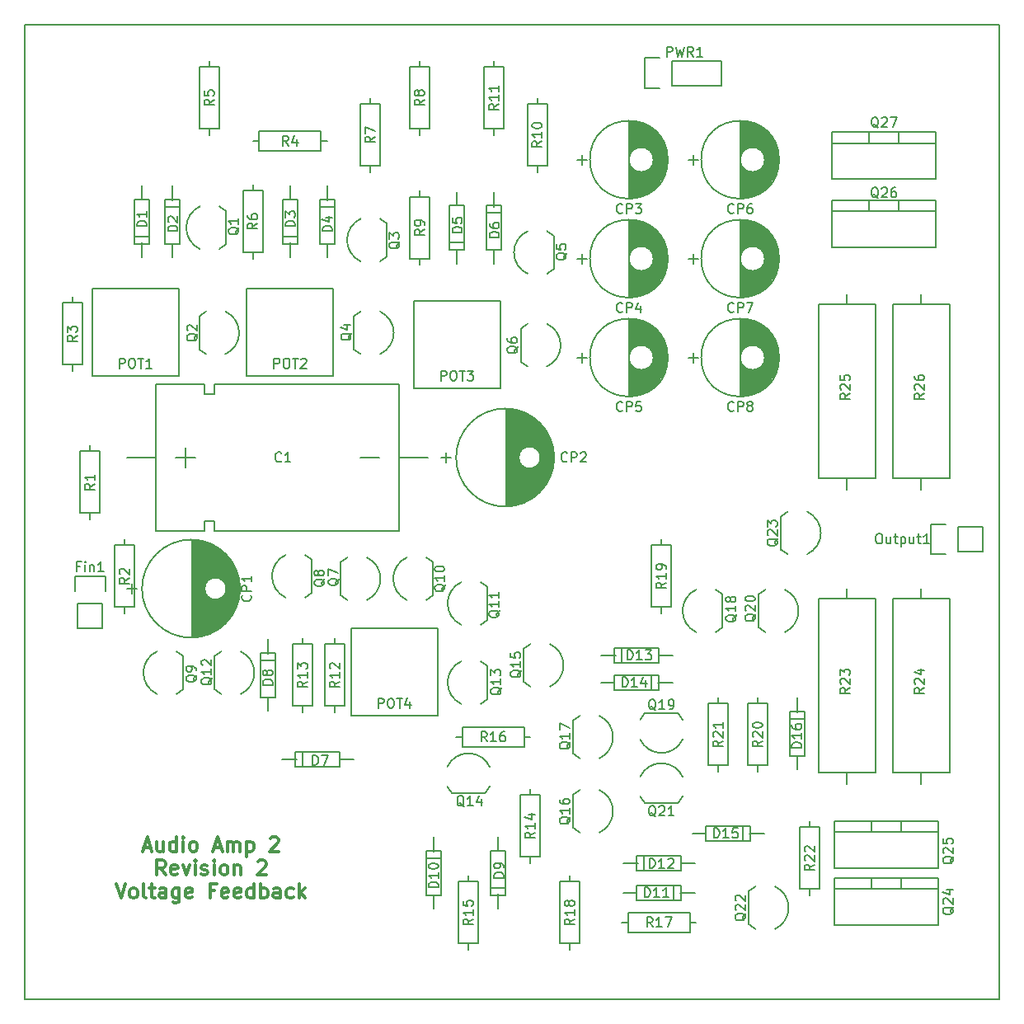
<source format=gto>
G04 #@! TF.FileFunction,Legend,Top*
%FSLAX46Y46*%
G04 Gerber Fmt 4.6, Leading zero omitted, Abs format (unit mm)*
G04 Created by KiCad (PCBNEW 4.0.1-stable) date 09/21/16 04:31:25*
%MOMM*%
G01*
G04 APERTURE LIST*
%ADD10C,0.100000*%
%ADD11C,0.150000*%
%ADD12C,0.300000*%
G04 APERTURE END LIST*
D10*
D11*
X115000000Y-145000000D02*
X115000000Y-45000000D01*
X215000000Y-45000000D02*
X115000000Y-45000000D01*
X215000000Y-145000000D02*
X115000000Y-145000000D01*
X215000000Y-45000000D02*
X215000000Y-145000000D01*
D12*
X127183429Y-129422000D02*
X127897715Y-129422000D01*
X127040572Y-129850571D02*
X127540572Y-128350571D01*
X128040572Y-129850571D01*
X129183429Y-128850571D02*
X129183429Y-129850571D01*
X128540572Y-128850571D02*
X128540572Y-129636286D01*
X128612000Y-129779143D01*
X128754858Y-129850571D01*
X128969143Y-129850571D01*
X129112000Y-129779143D01*
X129183429Y-129707714D01*
X130540572Y-129850571D02*
X130540572Y-128350571D01*
X130540572Y-129779143D02*
X130397715Y-129850571D01*
X130112001Y-129850571D01*
X129969143Y-129779143D01*
X129897715Y-129707714D01*
X129826286Y-129564857D01*
X129826286Y-129136286D01*
X129897715Y-128993429D01*
X129969143Y-128922000D01*
X130112001Y-128850571D01*
X130397715Y-128850571D01*
X130540572Y-128922000D01*
X131254858Y-129850571D02*
X131254858Y-128850571D01*
X131254858Y-128350571D02*
X131183429Y-128422000D01*
X131254858Y-128493429D01*
X131326286Y-128422000D01*
X131254858Y-128350571D01*
X131254858Y-128493429D01*
X132183430Y-129850571D02*
X132040572Y-129779143D01*
X131969144Y-129707714D01*
X131897715Y-129564857D01*
X131897715Y-129136286D01*
X131969144Y-128993429D01*
X132040572Y-128922000D01*
X132183430Y-128850571D01*
X132397715Y-128850571D01*
X132540572Y-128922000D01*
X132612001Y-128993429D01*
X132683430Y-129136286D01*
X132683430Y-129564857D01*
X132612001Y-129707714D01*
X132540572Y-129779143D01*
X132397715Y-129850571D01*
X132183430Y-129850571D01*
X134397715Y-129422000D02*
X135112001Y-129422000D01*
X134254858Y-129850571D02*
X134754858Y-128350571D01*
X135254858Y-129850571D01*
X135754858Y-129850571D02*
X135754858Y-128850571D01*
X135754858Y-128993429D02*
X135826286Y-128922000D01*
X135969144Y-128850571D01*
X136183429Y-128850571D01*
X136326286Y-128922000D01*
X136397715Y-129064857D01*
X136397715Y-129850571D01*
X136397715Y-129064857D02*
X136469144Y-128922000D01*
X136612001Y-128850571D01*
X136826286Y-128850571D01*
X136969144Y-128922000D01*
X137040572Y-129064857D01*
X137040572Y-129850571D01*
X137754858Y-128850571D02*
X137754858Y-130350571D01*
X137754858Y-128922000D02*
X137897715Y-128850571D01*
X138183429Y-128850571D01*
X138326286Y-128922000D01*
X138397715Y-128993429D01*
X138469144Y-129136286D01*
X138469144Y-129564857D01*
X138397715Y-129707714D01*
X138326286Y-129779143D01*
X138183429Y-129850571D01*
X137897715Y-129850571D01*
X137754858Y-129779143D01*
X140183429Y-128493429D02*
X140254858Y-128422000D01*
X140397715Y-128350571D01*
X140754858Y-128350571D01*
X140897715Y-128422000D01*
X140969144Y-128493429D01*
X141040572Y-128636286D01*
X141040572Y-128779143D01*
X140969144Y-128993429D01*
X140112001Y-129850571D01*
X141040572Y-129850571D01*
X129397715Y-132250571D02*
X128897715Y-131536286D01*
X128540572Y-132250571D02*
X128540572Y-130750571D01*
X129112000Y-130750571D01*
X129254858Y-130822000D01*
X129326286Y-130893429D01*
X129397715Y-131036286D01*
X129397715Y-131250571D01*
X129326286Y-131393429D01*
X129254858Y-131464857D01*
X129112000Y-131536286D01*
X128540572Y-131536286D01*
X130612000Y-132179143D02*
X130469143Y-132250571D01*
X130183429Y-132250571D01*
X130040572Y-132179143D01*
X129969143Y-132036286D01*
X129969143Y-131464857D01*
X130040572Y-131322000D01*
X130183429Y-131250571D01*
X130469143Y-131250571D01*
X130612000Y-131322000D01*
X130683429Y-131464857D01*
X130683429Y-131607714D01*
X129969143Y-131750571D01*
X131183429Y-131250571D02*
X131540572Y-132250571D01*
X131897714Y-131250571D01*
X132469143Y-132250571D02*
X132469143Y-131250571D01*
X132469143Y-130750571D02*
X132397714Y-130822000D01*
X132469143Y-130893429D01*
X132540571Y-130822000D01*
X132469143Y-130750571D01*
X132469143Y-130893429D01*
X133112000Y-132179143D02*
X133254857Y-132250571D01*
X133540572Y-132250571D01*
X133683429Y-132179143D01*
X133754857Y-132036286D01*
X133754857Y-131964857D01*
X133683429Y-131822000D01*
X133540572Y-131750571D01*
X133326286Y-131750571D01*
X133183429Y-131679143D01*
X133112000Y-131536286D01*
X133112000Y-131464857D01*
X133183429Y-131322000D01*
X133326286Y-131250571D01*
X133540572Y-131250571D01*
X133683429Y-131322000D01*
X134397715Y-132250571D02*
X134397715Y-131250571D01*
X134397715Y-130750571D02*
X134326286Y-130822000D01*
X134397715Y-130893429D01*
X134469143Y-130822000D01*
X134397715Y-130750571D01*
X134397715Y-130893429D01*
X135326287Y-132250571D02*
X135183429Y-132179143D01*
X135112001Y-132107714D01*
X135040572Y-131964857D01*
X135040572Y-131536286D01*
X135112001Y-131393429D01*
X135183429Y-131322000D01*
X135326287Y-131250571D01*
X135540572Y-131250571D01*
X135683429Y-131322000D01*
X135754858Y-131393429D01*
X135826287Y-131536286D01*
X135826287Y-131964857D01*
X135754858Y-132107714D01*
X135683429Y-132179143D01*
X135540572Y-132250571D01*
X135326287Y-132250571D01*
X136469144Y-131250571D02*
X136469144Y-132250571D01*
X136469144Y-131393429D02*
X136540572Y-131322000D01*
X136683430Y-131250571D01*
X136897715Y-131250571D01*
X137040572Y-131322000D01*
X137112001Y-131464857D01*
X137112001Y-132250571D01*
X138897715Y-130893429D02*
X138969144Y-130822000D01*
X139112001Y-130750571D01*
X139469144Y-130750571D01*
X139612001Y-130822000D01*
X139683430Y-130893429D01*
X139754858Y-131036286D01*
X139754858Y-131179143D01*
X139683430Y-131393429D01*
X138826287Y-132250571D01*
X139754858Y-132250571D01*
X124326286Y-133150571D02*
X124826286Y-134650571D01*
X125326286Y-133150571D01*
X126040572Y-134650571D02*
X125897714Y-134579143D01*
X125826286Y-134507714D01*
X125754857Y-134364857D01*
X125754857Y-133936286D01*
X125826286Y-133793429D01*
X125897714Y-133722000D01*
X126040572Y-133650571D01*
X126254857Y-133650571D01*
X126397714Y-133722000D01*
X126469143Y-133793429D01*
X126540572Y-133936286D01*
X126540572Y-134364857D01*
X126469143Y-134507714D01*
X126397714Y-134579143D01*
X126254857Y-134650571D01*
X126040572Y-134650571D01*
X127397715Y-134650571D02*
X127254857Y-134579143D01*
X127183429Y-134436286D01*
X127183429Y-133150571D01*
X127754857Y-133650571D02*
X128326286Y-133650571D01*
X127969143Y-133150571D02*
X127969143Y-134436286D01*
X128040571Y-134579143D01*
X128183429Y-134650571D01*
X128326286Y-134650571D01*
X129469143Y-134650571D02*
X129469143Y-133864857D01*
X129397714Y-133722000D01*
X129254857Y-133650571D01*
X128969143Y-133650571D01*
X128826286Y-133722000D01*
X129469143Y-134579143D02*
X129326286Y-134650571D01*
X128969143Y-134650571D01*
X128826286Y-134579143D01*
X128754857Y-134436286D01*
X128754857Y-134293429D01*
X128826286Y-134150571D01*
X128969143Y-134079143D01*
X129326286Y-134079143D01*
X129469143Y-134007714D01*
X130826286Y-133650571D02*
X130826286Y-134864857D01*
X130754857Y-135007714D01*
X130683429Y-135079143D01*
X130540572Y-135150571D01*
X130326286Y-135150571D01*
X130183429Y-135079143D01*
X130826286Y-134579143D02*
X130683429Y-134650571D01*
X130397715Y-134650571D01*
X130254857Y-134579143D01*
X130183429Y-134507714D01*
X130112000Y-134364857D01*
X130112000Y-133936286D01*
X130183429Y-133793429D01*
X130254857Y-133722000D01*
X130397715Y-133650571D01*
X130683429Y-133650571D01*
X130826286Y-133722000D01*
X132112000Y-134579143D02*
X131969143Y-134650571D01*
X131683429Y-134650571D01*
X131540572Y-134579143D01*
X131469143Y-134436286D01*
X131469143Y-133864857D01*
X131540572Y-133722000D01*
X131683429Y-133650571D01*
X131969143Y-133650571D01*
X132112000Y-133722000D01*
X132183429Y-133864857D01*
X132183429Y-134007714D01*
X131469143Y-134150571D01*
X134469143Y-133864857D02*
X133969143Y-133864857D01*
X133969143Y-134650571D02*
X133969143Y-133150571D01*
X134683429Y-133150571D01*
X135826285Y-134579143D02*
X135683428Y-134650571D01*
X135397714Y-134650571D01*
X135254857Y-134579143D01*
X135183428Y-134436286D01*
X135183428Y-133864857D01*
X135254857Y-133722000D01*
X135397714Y-133650571D01*
X135683428Y-133650571D01*
X135826285Y-133722000D01*
X135897714Y-133864857D01*
X135897714Y-134007714D01*
X135183428Y-134150571D01*
X137111999Y-134579143D02*
X136969142Y-134650571D01*
X136683428Y-134650571D01*
X136540571Y-134579143D01*
X136469142Y-134436286D01*
X136469142Y-133864857D01*
X136540571Y-133722000D01*
X136683428Y-133650571D01*
X136969142Y-133650571D01*
X137111999Y-133722000D01*
X137183428Y-133864857D01*
X137183428Y-134007714D01*
X136469142Y-134150571D01*
X138469142Y-134650571D02*
X138469142Y-133150571D01*
X138469142Y-134579143D02*
X138326285Y-134650571D01*
X138040571Y-134650571D01*
X137897713Y-134579143D01*
X137826285Y-134507714D01*
X137754856Y-134364857D01*
X137754856Y-133936286D01*
X137826285Y-133793429D01*
X137897713Y-133722000D01*
X138040571Y-133650571D01*
X138326285Y-133650571D01*
X138469142Y-133722000D01*
X139183428Y-134650571D02*
X139183428Y-133150571D01*
X139183428Y-133722000D02*
X139326285Y-133650571D01*
X139611999Y-133650571D01*
X139754856Y-133722000D01*
X139826285Y-133793429D01*
X139897714Y-133936286D01*
X139897714Y-134364857D01*
X139826285Y-134507714D01*
X139754856Y-134579143D01*
X139611999Y-134650571D01*
X139326285Y-134650571D01*
X139183428Y-134579143D01*
X141183428Y-134650571D02*
X141183428Y-133864857D01*
X141111999Y-133722000D01*
X140969142Y-133650571D01*
X140683428Y-133650571D01*
X140540571Y-133722000D01*
X141183428Y-134579143D02*
X141040571Y-134650571D01*
X140683428Y-134650571D01*
X140540571Y-134579143D01*
X140469142Y-134436286D01*
X140469142Y-134293429D01*
X140540571Y-134150571D01*
X140683428Y-134079143D01*
X141040571Y-134079143D01*
X141183428Y-134007714D01*
X142540571Y-134579143D02*
X142397714Y-134650571D01*
X142112000Y-134650571D01*
X141969142Y-134579143D01*
X141897714Y-134507714D01*
X141826285Y-134364857D01*
X141826285Y-133936286D01*
X141897714Y-133793429D01*
X141969142Y-133722000D01*
X142112000Y-133650571D01*
X142397714Y-133650571D01*
X142540571Y-133722000D01*
X143183428Y-134650571D02*
X143183428Y-133150571D01*
X143326285Y-134079143D02*
X143754856Y-134650571D01*
X143754856Y-133650571D02*
X143183428Y-134222000D01*
D11*
X126957460Y-62885480D02*
X126957460Y-61488480D01*
X126957460Y-67330480D02*
X126957460Y-68854480D01*
X126195460Y-66695480D02*
X127719460Y-66695480D01*
X126957460Y-67457480D02*
X127719460Y-67457480D01*
X127719460Y-67457480D02*
X127719460Y-62885480D01*
X127719460Y-62885480D02*
X126195460Y-62885480D01*
X126195460Y-62885480D02*
X126195460Y-67457480D01*
X126195460Y-67457480D02*
X126957460Y-67457480D01*
X130137540Y-67458520D02*
X130137540Y-68855520D01*
X130137540Y-63013520D02*
X130137540Y-61489520D01*
X130899540Y-63648520D02*
X129375540Y-63648520D01*
X130137540Y-62886520D02*
X129375540Y-62886520D01*
X129375540Y-62886520D02*
X129375540Y-67458520D01*
X129375540Y-67458520D02*
X130899540Y-67458520D01*
X130899540Y-67458520D02*
X130899540Y-62886520D01*
X130899540Y-62886520D02*
X130137540Y-62886520D01*
X142197460Y-62885480D02*
X142197460Y-61488480D01*
X142197460Y-67330480D02*
X142197460Y-68854480D01*
X141435460Y-66695480D02*
X142959460Y-66695480D01*
X142197460Y-67457480D02*
X142959460Y-67457480D01*
X142959460Y-67457480D02*
X142959460Y-62885480D01*
X142959460Y-62885480D02*
X141435460Y-62885480D01*
X141435460Y-62885480D02*
X141435460Y-67457480D01*
X141435460Y-67457480D02*
X142197460Y-67457480D01*
X146012540Y-67458520D02*
X146012540Y-68855520D01*
X146012540Y-63013520D02*
X146012540Y-61489520D01*
X146774540Y-63648520D02*
X145250540Y-63648520D01*
X146012540Y-62886520D02*
X145250540Y-62886520D01*
X145250540Y-62886520D02*
X145250540Y-67458520D01*
X145250540Y-67458520D02*
X146774540Y-67458520D01*
X146774540Y-67458520D02*
X146774540Y-62886520D01*
X146774540Y-62886520D02*
X146012540Y-62886520D01*
X159342460Y-63520480D02*
X159342460Y-62123480D01*
X159342460Y-67965480D02*
X159342460Y-69489480D01*
X158580460Y-67330480D02*
X160104460Y-67330480D01*
X159342460Y-68092480D02*
X160104460Y-68092480D01*
X160104460Y-68092480D02*
X160104460Y-63520480D01*
X160104460Y-63520480D02*
X158580460Y-63520480D01*
X158580460Y-63520480D02*
X158580460Y-68092480D01*
X158580460Y-68092480D02*
X159342460Y-68092480D01*
X163157540Y-68093520D02*
X163157540Y-69490520D01*
X163157540Y-63648520D02*
X163157540Y-62124520D01*
X163919540Y-64283520D02*
X162395540Y-64283520D01*
X163157540Y-63521520D02*
X162395540Y-63521520D01*
X162395540Y-63521520D02*
X162395540Y-68093520D01*
X162395540Y-68093520D02*
X163919540Y-68093520D01*
X163919540Y-68093520D02*
X163919540Y-63521520D01*
X163919540Y-63521520D02*
X163157540Y-63521520D01*
X147320520Y-120393460D02*
X148717520Y-120393460D01*
X142875520Y-120393460D02*
X141351520Y-120393460D01*
X143510520Y-119631460D02*
X143510520Y-121155460D01*
X142748520Y-120393460D02*
X142748520Y-121155460D01*
X142748520Y-121155460D02*
X147320520Y-121155460D01*
X147320520Y-121155460D02*
X147320520Y-119631460D01*
X147320520Y-119631460D02*
X142748520Y-119631460D01*
X142748520Y-119631460D02*
X142748520Y-120393460D01*
X139956540Y-114046520D02*
X139956540Y-115443520D01*
X139956540Y-109601520D02*
X139956540Y-108077520D01*
X140718540Y-110236520D02*
X139194540Y-110236520D01*
X139956540Y-109474520D02*
X139194540Y-109474520D01*
X139194540Y-109474520D02*
X139194540Y-114046520D01*
X139194540Y-114046520D02*
X140718540Y-114046520D01*
X140718540Y-114046520D02*
X140718540Y-109474520D01*
X140718540Y-109474520D02*
X139956540Y-109474520D01*
X163573460Y-129793480D02*
X163573460Y-128396480D01*
X163573460Y-134238480D02*
X163573460Y-135762480D01*
X162811460Y-133603480D02*
X164335460Y-133603480D01*
X163573460Y-134365480D02*
X164335460Y-134365480D01*
X164335460Y-134365480D02*
X164335460Y-129793480D01*
X164335460Y-129793480D02*
X162811460Y-129793480D01*
X162811460Y-129793480D02*
X162811460Y-134365480D01*
X162811460Y-134365480D02*
X163573460Y-134365480D01*
X156974540Y-134366520D02*
X156974540Y-135763520D01*
X156974540Y-129921520D02*
X156974540Y-128397520D01*
X157736540Y-130556520D02*
X156212540Y-130556520D01*
X156974540Y-129794520D02*
X156212540Y-129794520D01*
X156212540Y-129794520D02*
X156212540Y-134366520D01*
X156212540Y-134366520D02*
X157736540Y-134366520D01*
X157736540Y-134366520D02*
X157736540Y-129794520D01*
X157736540Y-129794520D02*
X156974540Y-129794520D01*
X177799480Y-134114540D02*
X176402480Y-134114540D01*
X182244480Y-134114540D02*
X183768480Y-134114540D01*
X181609480Y-134876540D02*
X181609480Y-133352540D01*
X182371480Y-134114540D02*
X182371480Y-133352540D01*
X182371480Y-133352540D02*
X177799480Y-133352540D01*
X177799480Y-133352540D02*
X177799480Y-134876540D01*
X177799480Y-134876540D02*
X182371480Y-134876540D01*
X182371480Y-134876540D02*
X182371480Y-134114540D01*
X182372520Y-131061460D02*
X183769520Y-131061460D01*
X177927520Y-131061460D02*
X176403520Y-131061460D01*
X178562520Y-130299460D02*
X178562520Y-131823460D01*
X177800520Y-131061460D02*
X177800520Y-131823460D01*
X177800520Y-131823460D02*
X182372520Y-131823460D01*
X182372520Y-131823460D02*
X182372520Y-130299460D01*
X182372520Y-130299460D02*
X177800520Y-130299460D01*
X177800520Y-130299460D02*
X177800520Y-131061460D01*
X180086520Y-109725460D02*
X181483520Y-109725460D01*
X175641520Y-109725460D02*
X174117520Y-109725460D01*
X176276520Y-108963460D02*
X176276520Y-110487460D01*
X175514520Y-109725460D02*
X175514520Y-110487460D01*
X175514520Y-110487460D02*
X180086520Y-110487460D01*
X180086520Y-110487460D02*
X180086520Y-108963460D01*
X180086520Y-108963460D02*
X175514520Y-108963460D01*
X175514520Y-108963460D02*
X175514520Y-109725460D01*
X175513480Y-112524540D02*
X174116480Y-112524540D01*
X179958480Y-112524540D02*
X181482480Y-112524540D01*
X179323480Y-113286540D02*
X179323480Y-111762540D01*
X180085480Y-112524540D02*
X180085480Y-111762540D01*
X180085480Y-111762540D02*
X175513480Y-111762540D01*
X175513480Y-111762540D02*
X175513480Y-113286540D01*
X175513480Y-113286540D02*
X180085480Y-113286540D01*
X180085480Y-113286540D02*
X180085480Y-112524540D01*
X184911480Y-128018540D02*
X183514480Y-128018540D01*
X189356480Y-128018540D02*
X190880480Y-128018540D01*
X188721480Y-128780540D02*
X188721480Y-127256540D01*
X189483480Y-128018540D02*
X189483480Y-127256540D01*
X189483480Y-127256540D02*
X184911480Y-127256540D01*
X184911480Y-127256540D02*
X184911480Y-128780540D01*
X184911480Y-128780540D02*
X189483480Y-128780540D01*
X189483480Y-128780540D02*
X189483480Y-128018540D01*
X194272540Y-120036520D02*
X194272540Y-121433520D01*
X194272540Y-115591520D02*
X194272540Y-114067520D01*
X195034540Y-116226520D02*
X193510540Y-116226520D01*
X194272540Y-115464520D02*
X193510540Y-115464520D01*
X193510540Y-115464520D02*
X193510540Y-120036520D01*
X193510540Y-120036520D02*
X195034540Y-120036520D01*
X195034540Y-120036520D02*
X195034540Y-115464520D01*
X195034540Y-115464520D02*
X194272540Y-115464520D01*
X122936000Y-104394000D02*
X122936000Y-106934000D01*
X123216000Y-101574000D02*
X123216000Y-103124000D01*
X122936000Y-104394000D02*
X120396000Y-104394000D01*
X120116000Y-103124000D02*
X120116000Y-101574000D01*
X120116000Y-101574000D02*
X123216000Y-101574000D01*
X120396000Y-104394000D02*
X120396000Y-106934000D01*
X120396000Y-106934000D02*
X122936000Y-106934000D01*
X210820000Y-96520000D02*
X213360000Y-96520000D01*
X208000000Y-96240000D02*
X209550000Y-96240000D01*
X210820000Y-96520000D02*
X210820000Y-99060000D01*
X209550000Y-99340000D02*
X208000000Y-99340000D01*
X208000000Y-99340000D02*
X208000000Y-96240000D01*
X210820000Y-99060000D02*
X213360000Y-99060000D01*
X213360000Y-99060000D02*
X213360000Y-96520000D01*
X181443000Y-51202000D02*
X186523000Y-51202000D01*
X186523000Y-51202000D02*
X186523000Y-48662000D01*
X186523000Y-48662000D02*
X181443000Y-48662000D01*
X178623000Y-48382000D02*
X180173000Y-48382000D01*
X181443000Y-48662000D02*
X181443000Y-51202000D01*
X180173000Y-51482000D02*
X178623000Y-51482000D01*
X178623000Y-51482000D02*
X178623000Y-48382000D01*
X134941990Y-67994695D02*
G75*
G03X135645000Y-67507000I-996990J2187695D01*
G01*
X134941990Y-63619305D02*
G75*
G02X135645000Y-64107000I-996990J-2187695D01*
G01*
X135645000Y-67507000D02*
X135645000Y-64107000D01*
X132951873Y-67991879D02*
G75*
G02X131545000Y-65807000I993127J2184879D01*
G01*
X132951873Y-63622121D02*
G75*
G03X131545000Y-65807000I993127J-2184879D01*
G01*
X133583010Y-74414305D02*
G75*
G03X132880000Y-74902000I996990J-2187695D01*
G01*
X133583010Y-78789695D02*
G75*
G02X132880000Y-78302000I996990J2187695D01*
G01*
X132880000Y-74902000D02*
X132880000Y-78302000D01*
X135573127Y-74417121D02*
G75*
G02X136980000Y-76602000I-993127J-2184879D01*
G01*
X135573127Y-78786879D02*
G75*
G03X136980000Y-76602000I-993127J2184879D01*
G01*
X151451990Y-69264695D02*
G75*
G03X152155000Y-68777000I-996990J2187695D01*
G01*
X151451990Y-64889305D02*
G75*
G02X152155000Y-65377000I-996990J-2187695D01*
G01*
X152155000Y-68777000D02*
X152155000Y-65377000D01*
X149461873Y-69261879D02*
G75*
G02X148055000Y-67077000I993127J2184879D01*
G01*
X149461873Y-64892121D02*
G75*
G03X148055000Y-67077000I993127J-2184879D01*
G01*
X149458010Y-74414305D02*
G75*
G03X148755000Y-74902000I996990J-2187695D01*
G01*
X149458010Y-78789695D02*
G75*
G02X148755000Y-78302000I996990J2187695D01*
G01*
X148755000Y-74902000D02*
X148755000Y-78302000D01*
X151448127Y-74417121D02*
G75*
G02X152855000Y-76602000I-993127J-2184879D01*
G01*
X151448127Y-78786879D02*
G75*
G03X152855000Y-76602000I-993127J2184879D01*
G01*
X168596990Y-70534695D02*
G75*
G03X169300000Y-70047000I-996990J2187695D01*
G01*
X168596990Y-66159305D02*
G75*
G02X169300000Y-66647000I-996990J-2187695D01*
G01*
X169300000Y-70047000D02*
X169300000Y-66647000D01*
X166606873Y-70531879D02*
G75*
G02X165200000Y-68347000I993127J2184879D01*
G01*
X166606873Y-66162121D02*
G75*
G03X165200000Y-68347000I993127J-2184879D01*
G01*
X166603010Y-75684305D02*
G75*
G03X165900000Y-76172000I996990J-2187695D01*
G01*
X166603010Y-80059695D02*
G75*
G02X165900000Y-79572000I996990J2187695D01*
G01*
X165900000Y-76172000D02*
X165900000Y-79572000D01*
X168593127Y-75687121D02*
G75*
G02X170000000Y-77872000I-993127J-2184879D01*
G01*
X168593127Y-80056879D02*
G75*
G03X170000000Y-77872000I-993127J2184879D01*
G01*
X148101010Y-99666305D02*
G75*
G03X147398000Y-100154000I996990J-2187695D01*
G01*
X148101010Y-104041695D02*
G75*
G02X147398000Y-103554000I996990J2187695D01*
G01*
X147398000Y-100154000D02*
X147398000Y-103554000D01*
X150091127Y-99669121D02*
G75*
G02X151498000Y-101854000I-993127J-2184879D01*
G01*
X150091127Y-104038879D02*
G75*
G03X151498000Y-101854000I-993127J2184879D01*
G01*
X143744990Y-103787695D02*
G75*
G03X144448000Y-103300000I-996990J2187695D01*
G01*
X143744990Y-99412305D02*
G75*
G02X144448000Y-99900000I-996990J-2187695D01*
G01*
X144448000Y-103300000D02*
X144448000Y-99900000D01*
X141754873Y-103784879D02*
G75*
G02X140348000Y-101600000I993127J2184879D01*
G01*
X141754873Y-99415121D02*
G75*
G03X140348000Y-101600000I993127J-2184879D01*
G01*
X130536990Y-113693695D02*
G75*
G03X131240000Y-113206000I-996990J2187695D01*
G01*
X130536990Y-109318305D02*
G75*
G02X131240000Y-109806000I-996990J-2187695D01*
G01*
X131240000Y-113206000D02*
X131240000Y-109806000D01*
X128546873Y-113690879D02*
G75*
G02X127140000Y-111506000I993127J2184879D01*
G01*
X128546873Y-109321121D02*
G75*
G03X127140000Y-111506000I993127J-2184879D01*
G01*
X156190990Y-104041695D02*
G75*
G03X156894000Y-103554000I-996990J2187695D01*
G01*
X156190990Y-99666305D02*
G75*
G02X156894000Y-100154000I-996990J-2187695D01*
G01*
X156894000Y-103554000D02*
X156894000Y-100154000D01*
X154200873Y-104038879D02*
G75*
G02X152794000Y-101854000I993127J2184879D01*
G01*
X154200873Y-99669121D02*
G75*
G03X152794000Y-101854000I993127J-2184879D01*
G01*
X161778990Y-106581695D02*
G75*
G03X162482000Y-106094000I-996990J2187695D01*
G01*
X161778990Y-102206305D02*
G75*
G02X162482000Y-102694000I-996990J-2187695D01*
G01*
X162482000Y-106094000D02*
X162482000Y-102694000D01*
X159788873Y-106578879D02*
G75*
G02X158382000Y-104394000I993127J2184879D01*
G01*
X159788873Y-102209121D02*
G75*
G03X158382000Y-104394000I993127J-2184879D01*
G01*
X135147010Y-109318305D02*
G75*
G03X134444000Y-109806000I996990J-2187695D01*
G01*
X135147010Y-113693695D02*
G75*
G02X134444000Y-113206000I996990J2187695D01*
G01*
X134444000Y-109806000D02*
X134444000Y-113206000D01*
X137137127Y-109321121D02*
G75*
G02X138544000Y-111506000I-993127J-2184879D01*
G01*
X137137127Y-113690879D02*
G75*
G03X138544000Y-111506000I-993127J2184879D01*
G01*
X161778990Y-114709695D02*
G75*
G03X162482000Y-114222000I-996990J2187695D01*
G01*
X161778990Y-110334305D02*
G75*
G02X162482000Y-110822000I-996990J-2187695D01*
G01*
X162482000Y-114222000D02*
X162482000Y-110822000D01*
X159788873Y-114706879D02*
G75*
G02X158382000Y-112522000I993127J2184879D01*
G01*
X159788873Y-110337121D02*
G75*
G03X158382000Y-112522000I993127J-2184879D01*
G01*
X158340305Y-123170990D02*
G75*
G03X158828000Y-123874000I2187695J996990D01*
G01*
X162715695Y-123170990D02*
G75*
G02X162228000Y-123874000I-2187695J996990D01*
G01*
X158828000Y-123874000D02*
X162228000Y-123874000D01*
X158343121Y-121180873D02*
G75*
G02X160528000Y-119774000I2184879J-993127D01*
G01*
X162712879Y-121180873D02*
G75*
G03X160528000Y-119774000I-2184879J-993127D01*
G01*
X166897010Y-108556305D02*
G75*
G03X166194000Y-109044000I996990J-2187695D01*
G01*
X166897010Y-112931695D02*
G75*
G02X166194000Y-112444000I996990J2187695D01*
G01*
X166194000Y-109044000D02*
X166194000Y-112444000D01*
X168887127Y-108559121D02*
G75*
G02X170294000Y-110744000I-993127J-2184879D01*
G01*
X168887127Y-112928879D02*
G75*
G03X170294000Y-110744000I-993127J2184879D01*
G01*
X171977010Y-123542305D02*
G75*
G03X171274000Y-124030000I996990J-2187695D01*
G01*
X171977010Y-127917695D02*
G75*
G02X171274000Y-127430000I996990J2187695D01*
G01*
X171274000Y-124030000D02*
X171274000Y-127430000D01*
X173967127Y-123545121D02*
G75*
G02X175374000Y-125730000I-993127J-2184879D01*
G01*
X173967127Y-127914879D02*
G75*
G03X175374000Y-125730000I-993127J2184879D01*
G01*
X171977010Y-115922305D02*
G75*
G03X171274000Y-116410000I996990J-2187695D01*
G01*
X171977010Y-120297695D02*
G75*
G02X171274000Y-119810000I996990J2187695D01*
G01*
X171274000Y-116410000D02*
X171274000Y-119810000D01*
X173967127Y-115925121D02*
G75*
G02X175374000Y-118110000I-993127J-2184879D01*
G01*
X173967127Y-120294879D02*
G75*
G03X175374000Y-118110000I-993127J2184879D01*
G01*
X185908990Y-107343695D02*
G75*
G03X186612000Y-106856000I-996990J2187695D01*
G01*
X185908990Y-102968305D02*
G75*
G02X186612000Y-103456000I-996990J-2187695D01*
G01*
X186612000Y-106856000D02*
X186612000Y-103456000D01*
X183918873Y-107340879D02*
G75*
G02X182512000Y-105156000I993127J2184879D01*
G01*
X183918873Y-102971121D02*
G75*
G03X182512000Y-105156000I993127J-2184879D01*
G01*
X182527695Y-116351010D02*
G75*
G03X182040000Y-115648000I-2187695J-996990D01*
G01*
X178152305Y-116351010D02*
G75*
G02X178640000Y-115648000I2187695J-996990D01*
G01*
X182040000Y-115648000D02*
X178640000Y-115648000D01*
X182524879Y-118341127D02*
G75*
G02X180340000Y-119748000I-2184879J993127D01*
G01*
X178155121Y-118341127D02*
G75*
G03X180340000Y-119748000I2184879J993127D01*
G01*
X191027010Y-102968305D02*
G75*
G03X190324000Y-103456000I996990J-2187695D01*
G01*
X191027010Y-107343695D02*
G75*
G02X190324000Y-106856000I996990J2187695D01*
G01*
X190324000Y-103456000D02*
X190324000Y-106856000D01*
X193017127Y-102971121D02*
G75*
G02X194424000Y-105156000I-993127J-2184879D01*
G01*
X193017127Y-107340879D02*
G75*
G03X194424000Y-105156000I-993127J2184879D01*
G01*
X178152305Y-124186990D02*
G75*
G03X178640000Y-124890000I2187695J996990D01*
G01*
X182527695Y-124186990D02*
G75*
G02X182040000Y-124890000I-2187695J996990D01*
G01*
X178640000Y-124890000D02*
X182040000Y-124890000D01*
X178155121Y-122196873D02*
G75*
G02X180340000Y-120790000I2184879J-993127D01*
G01*
X182524879Y-122196873D02*
G75*
G03X180340000Y-120790000I-2184879J-993127D01*
G01*
X190011010Y-133448305D02*
G75*
G03X189308000Y-133936000I996990J-2187695D01*
G01*
X190011010Y-137823695D02*
G75*
G02X189308000Y-137336000I996990J2187695D01*
G01*
X189308000Y-133936000D02*
X189308000Y-137336000D01*
X192001127Y-133451121D02*
G75*
G02X193408000Y-135636000I-993127J-2184879D01*
G01*
X192001127Y-137820879D02*
G75*
G03X193408000Y-135636000I-993127J2184879D01*
G01*
X193313010Y-94967305D02*
G75*
G03X192610000Y-95455000I996990J-2187695D01*
G01*
X193313010Y-99342695D02*
G75*
G02X192610000Y-98855000I996990J2187695D01*
G01*
X192610000Y-95455000D02*
X192610000Y-98855000D01*
X195303127Y-94970121D02*
G75*
G02X196710000Y-97155000I-993127J-2184879D01*
G01*
X195303127Y-99339879D02*
G75*
G03X196710000Y-97155000I-993127J2184879D01*
G01*
X201930000Y-132588000D02*
X201930000Y-133731000D01*
X204978000Y-132588000D02*
X204978000Y-133731000D01*
X208788000Y-133731000D02*
X208788000Y-137414000D01*
X208788000Y-137414000D02*
X198120000Y-137414000D01*
X198120000Y-137414000D02*
X198120000Y-133731000D01*
X208788000Y-132588000D02*
X208788000Y-133731000D01*
X208788000Y-133731000D02*
X198120000Y-133731000D01*
X198120000Y-133731000D02*
X198120000Y-132588000D01*
X203454000Y-132588000D02*
X198120000Y-132588000D01*
X203454000Y-132588000D02*
X208788000Y-132588000D01*
X201930000Y-126746000D02*
X201930000Y-127889000D01*
X204978000Y-126746000D02*
X204978000Y-127889000D01*
X208788000Y-127889000D02*
X208788000Y-131572000D01*
X208788000Y-131572000D02*
X198120000Y-131572000D01*
X198120000Y-131572000D02*
X198120000Y-127889000D01*
X208788000Y-126746000D02*
X208788000Y-127889000D01*
X208788000Y-127889000D02*
X198120000Y-127889000D01*
X198120000Y-127889000D02*
X198120000Y-126746000D01*
X203454000Y-126746000D02*
X198120000Y-126746000D01*
X203454000Y-126746000D02*
X208788000Y-126746000D01*
X201676000Y-62992000D02*
X201676000Y-64135000D01*
X204724000Y-62992000D02*
X204724000Y-64135000D01*
X208534000Y-64135000D02*
X208534000Y-67818000D01*
X208534000Y-67818000D02*
X197866000Y-67818000D01*
X197866000Y-67818000D02*
X197866000Y-64135000D01*
X208534000Y-62992000D02*
X208534000Y-64135000D01*
X208534000Y-64135000D02*
X197866000Y-64135000D01*
X197866000Y-64135000D02*
X197866000Y-62992000D01*
X203200000Y-62992000D02*
X197866000Y-62992000D01*
X203200000Y-62992000D02*
X208534000Y-62992000D01*
X201676000Y-56007000D02*
X201676000Y-57150000D01*
X204724000Y-56007000D02*
X204724000Y-57150000D01*
X208534000Y-57150000D02*
X208534000Y-60833000D01*
X208534000Y-60833000D02*
X197866000Y-60833000D01*
X197866000Y-60833000D02*
X197866000Y-57150000D01*
X208534000Y-56007000D02*
X208534000Y-57150000D01*
X208534000Y-57150000D02*
X197866000Y-57150000D01*
X197866000Y-57150000D02*
X197866000Y-56007000D01*
X203200000Y-56007000D02*
X197866000Y-56007000D01*
X203200000Y-56007000D02*
X208534000Y-56007000D01*
X125984000Y-102362000D02*
X125984000Y-102870000D01*
X125984000Y-102870000D02*
X126492000Y-102870000D01*
X126492000Y-102870000D02*
X125476000Y-102870000D01*
X125476000Y-102870000D02*
X125984000Y-102870000D01*
X125984000Y-102870000D02*
X125984000Y-103378000D01*
X133477000Y-103378000D02*
X133477000Y-107632500D01*
X133477000Y-107632500D02*
X133604000Y-107632500D01*
X133604000Y-107632500D02*
X133604000Y-103505000D01*
X133604000Y-103505000D02*
X133731000Y-103695500D01*
X133731000Y-103695500D02*
X133731000Y-107569000D01*
X133731000Y-107569000D02*
X133858000Y-107505500D01*
X133858000Y-107505500D02*
X133858000Y-103759000D01*
X133858000Y-103759000D02*
X133985000Y-103886000D01*
X133985000Y-103886000D02*
X133985000Y-107442000D01*
X133985000Y-107442000D02*
X134112000Y-107378500D01*
X134112000Y-107378500D02*
X134112000Y-103949500D01*
X134112000Y-103949500D02*
X134239000Y-104013000D01*
X134239000Y-104013000D02*
X134239000Y-107315000D01*
X134239000Y-107315000D02*
X134366000Y-107251500D01*
X134366000Y-107251500D02*
X134366000Y-104013000D01*
X134366000Y-104013000D02*
X134493000Y-104013000D01*
X134493000Y-104013000D02*
X134493000Y-107188000D01*
X134493000Y-107188000D02*
X134620000Y-107124500D01*
X134620000Y-107124500D02*
X134620000Y-104013000D01*
X134620000Y-104013000D02*
X134747000Y-104013000D01*
X134747000Y-104013000D02*
X134747000Y-107061000D01*
X134747000Y-107061000D02*
X134874000Y-106997500D01*
X134874000Y-106997500D02*
X134874000Y-103949500D01*
X134874000Y-103949500D02*
X135001000Y-103886000D01*
X135001000Y-103886000D02*
X135001000Y-106934000D01*
X135001000Y-106934000D02*
X135128000Y-106807000D01*
X135128000Y-106807000D02*
X135128000Y-103886000D01*
X135128000Y-103886000D02*
X135255000Y-103759000D01*
X135255000Y-103759000D02*
X135255000Y-106680000D01*
X135255000Y-106680000D02*
X135382000Y-106553000D01*
X135382000Y-106553000D02*
X135382000Y-103632000D01*
X135382000Y-103632000D02*
X135509000Y-103505000D01*
X135509000Y-103505000D02*
X135509000Y-106426000D01*
X135509000Y-106426000D02*
X135636000Y-106362500D01*
X135636000Y-106362500D02*
X135636000Y-103251000D01*
X133413500Y-102425500D02*
X133477000Y-102362000D01*
X133477000Y-98107500D02*
X133477000Y-102298500D01*
X133477000Y-102298500D02*
X133604000Y-102171500D01*
X133604000Y-102171500D02*
X133604000Y-98107500D01*
X133604000Y-98107500D02*
X133731000Y-98171000D01*
X133731000Y-98171000D02*
X133731000Y-102044500D01*
X133731000Y-102044500D02*
X133858000Y-101981000D01*
X133858000Y-101981000D02*
X133858000Y-98234500D01*
X133858000Y-98234500D02*
X133985000Y-98298000D01*
X133985000Y-98298000D02*
X133985000Y-101854000D01*
X133985000Y-101854000D02*
X134112000Y-101790500D01*
X134112000Y-101790500D02*
X134112000Y-98298000D01*
X134112000Y-98298000D02*
X134239000Y-98361500D01*
X134239000Y-98361500D02*
X134239000Y-101790500D01*
X134239000Y-101790500D02*
X134366000Y-101727000D01*
X134366000Y-101727000D02*
X134366000Y-98425000D01*
X134366000Y-98425000D02*
X134493000Y-98488500D01*
X134493000Y-98488500D02*
X134493000Y-101663500D01*
X134493000Y-101663500D02*
X134620000Y-101663500D01*
X134620000Y-101663500D02*
X134620000Y-98615500D01*
X134620000Y-98615500D02*
X134747000Y-98679000D01*
X134747000Y-98679000D02*
X134747000Y-101727000D01*
X134747000Y-101727000D02*
X134874000Y-101790500D01*
X134874000Y-101790500D02*
X134874000Y-98742500D01*
X134874000Y-98742500D02*
X135001000Y-98806000D01*
X135001000Y-98806000D02*
X135001000Y-101790500D01*
X135001000Y-101790500D02*
X135128000Y-101854000D01*
X135128000Y-101854000D02*
X135128000Y-98933000D01*
X135128000Y-98933000D02*
X135255000Y-98996500D01*
X135255000Y-98996500D02*
X135255000Y-101981000D01*
X135255000Y-101981000D02*
X135382000Y-102044500D01*
X135382000Y-102044500D02*
X135382000Y-99123500D01*
X135382000Y-99123500D02*
X135509000Y-99250500D01*
X135509000Y-99250500D02*
X135509000Y-102298500D01*
X135509000Y-102298500D02*
X135636000Y-102489000D01*
X135636000Y-102489000D02*
X135636000Y-99377500D01*
X136525000Y-100711000D02*
X136880600Y-101625400D01*
X136982200Y-102438200D02*
X136982200Y-102184200D01*
X136931400Y-103657400D02*
X136956800Y-103378000D01*
X136474200Y-105054400D02*
X136829800Y-104165400D01*
X132115000Y-97871000D02*
X132115000Y-107869000D01*
X132255000Y-97875000D02*
X132255000Y-107865000D01*
X132395000Y-97883000D02*
X132395000Y-107857000D01*
X132535000Y-97895000D02*
X132535000Y-107845000D01*
X132675000Y-97910000D02*
X132675000Y-107830000D01*
X132815000Y-97930000D02*
X132815000Y-107810000D01*
X132955000Y-97954000D02*
X132955000Y-107786000D01*
X133095000Y-97983000D02*
X133095000Y-107757000D01*
X133235000Y-98015000D02*
X133235000Y-107725000D01*
X133375000Y-98052000D02*
X133375000Y-107688000D01*
X135755000Y-99524000D02*
X135755000Y-106216000D01*
X135895000Y-99686000D02*
X135895000Y-106054000D01*
X136035000Y-99863000D02*
X136035000Y-105877000D01*
X136175000Y-100059000D02*
X136175000Y-105681000D01*
X136315000Y-100277000D02*
X136315000Y-105463000D01*
X136455000Y-100523000D02*
X136455000Y-105217000D01*
X136595000Y-100808000D02*
X136595000Y-104932000D01*
X136735000Y-101150000D02*
X136735000Y-104590000D01*
X136875000Y-101596000D02*
X136875000Y-104144000D01*
X137015000Y-102371000D02*
X137015000Y-103369000D01*
X135658034Y-102870000D02*
G75*
G03X135658034Y-102870000I-1118034J0D01*
G01*
X137077500Y-102870000D02*
G75*
G03X137077500Y-102870000I-5037500J0D01*
G01*
X158242000Y-88900000D02*
X158242000Y-89408000D01*
X158242000Y-89408000D02*
X158750000Y-89408000D01*
X158750000Y-89408000D02*
X157734000Y-89408000D01*
X157734000Y-89408000D02*
X158242000Y-89408000D01*
X158242000Y-89408000D02*
X158242000Y-89916000D01*
X165735000Y-89916000D02*
X165735000Y-94170500D01*
X165735000Y-94170500D02*
X165862000Y-94170500D01*
X165862000Y-94170500D02*
X165862000Y-90043000D01*
X165862000Y-90043000D02*
X165989000Y-90233500D01*
X165989000Y-90233500D02*
X165989000Y-94107000D01*
X165989000Y-94107000D02*
X166116000Y-94043500D01*
X166116000Y-94043500D02*
X166116000Y-90297000D01*
X166116000Y-90297000D02*
X166243000Y-90424000D01*
X166243000Y-90424000D02*
X166243000Y-93980000D01*
X166243000Y-93980000D02*
X166370000Y-93916500D01*
X166370000Y-93916500D02*
X166370000Y-90487500D01*
X166370000Y-90487500D02*
X166497000Y-90551000D01*
X166497000Y-90551000D02*
X166497000Y-93853000D01*
X166497000Y-93853000D02*
X166624000Y-93789500D01*
X166624000Y-93789500D02*
X166624000Y-90551000D01*
X166624000Y-90551000D02*
X166751000Y-90551000D01*
X166751000Y-90551000D02*
X166751000Y-93726000D01*
X166751000Y-93726000D02*
X166878000Y-93662500D01*
X166878000Y-93662500D02*
X166878000Y-90551000D01*
X166878000Y-90551000D02*
X167005000Y-90551000D01*
X167005000Y-90551000D02*
X167005000Y-93599000D01*
X167005000Y-93599000D02*
X167132000Y-93535500D01*
X167132000Y-93535500D02*
X167132000Y-90487500D01*
X167132000Y-90487500D02*
X167259000Y-90424000D01*
X167259000Y-90424000D02*
X167259000Y-93472000D01*
X167259000Y-93472000D02*
X167386000Y-93345000D01*
X167386000Y-93345000D02*
X167386000Y-90424000D01*
X167386000Y-90424000D02*
X167513000Y-90297000D01*
X167513000Y-90297000D02*
X167513000Y-93218000D01*
X167513000Y-93218000D02*
X167640000Y-93091000D01*
X167640000Y-93091000D02*
X167640000Y-90170000D01*
X167640000Y-90170000D02*
X167767000Y-90043000D01*
X167767000Y-90043000D02*
X167767000Y-92964000D01*
X167767000Y-92964000D02*
X167894000Y-92900500D01*
X167894000Y-92900500D02*
X167894000Y-89789000D01*
X165671500Y-88963500D02*
X165735000Y-88900000D01*
X165735000Y-84645500D02*
X165735000Y-88836500D01*
X165735000Y-88836500D02*
X165862000Y-88709500D01*
X165862000Y-88709500D02*
X165862000Y-84645500D01*
X165862000Y-84645500D02*
X165989000Y-84709000D01*
X165989000Y-84709000D02*
X165989000Y-88582500D01*
X165989000Y-88582500D02*
X166116000Y-88519000D01*
X166116000Y-88519000D02*
X166116000Y-84772500D01*
X166116000Y-84772500D02*
X166243000Y-84836000D01*
X166243000Y-84836000D02*
X166243000Y-88392000D01*
X166243000Y-88392000D02*
X166370000Y-88328500D01*
X166370000Y-88328500D02*
X166370000Y-84836000D01*
X166370000Y-84836000D02*
X166497000Y-84899500D01*
X166497000Y-84899500D02*
X166497000Y-88328500D01*
X166497000Y-88328500D02*
X166624000Y-88265000D01*
X166624000Y-88265000D02*
X166624000Y-84963000D01*
X166624000Y-84963000D02*
X166751000Y-85026500D01*
X166751000Y-85026500D02*
X166751000Y-88201500D01*
X166751000Y-88201500D02*
X166878000Y-88201500D01*
X166878000Y-88201500D02*
X166878000Y-85153500D01*
X166878000Y-85153500D02*
X167005000Y-85217000D01*
X167005000Y-85217000D02*
X167005000Y-88265000D01*
X167005000Y-88265000D02*
X167132000Y-88328500D01*
X167132000Y-88328500D02*
X167132000Y-85280500D01*
X167132000Y-85280500D02*
X167259000Y-85344000D01*
X167259000Y-85344000D02*
X167259000Y-88328500D01*
X167259000Y-88328500D02*
X167386000Y-88392000D01*
X167386000Y-88392000D02*
X167386000Y-85471000D01*
X167386000Y-85471000D02*
X167513000Y-85534500D01*
X167513000Y-85534500D02*
X167513000Y-88519000D01*
X167513000Y-88519000D02*
X167640000Y-88582500D01*
X167640000Y-88582500D02*
X167640000Y-85661500D01*
X167640000Y-85661500D02*
X167767000Y-85788500D01*
X167767000Y-85788500D02*
X167767000Y-88836500D01*
X167767000Y-88836500D02*
X167894000Y-89027000D01*
X167894000Y-89027000D02*
X167894000Y-85915500D01*
X168783000Y-87249000D02*
X169138600Y-88163400D01*
X169240200Y-88976200D02*
X169240200Y-88722200D01*
X169189400Y-90195400D02*
X169214800Y-89916000D01*
X168732200Y-91592400D02*
X169087800Y-90703400D01*
X164373000Y-84409000D02*
X164373000Y-94407000D01*
X164513000Y-84413000D02*
X164513000Y-94403000D01*
X164653000Y-84421000D02*
X164653000Y-94395000D01*
X164793000Y-84433000D02*
X164793000Y-94383000D01*
X164933000Y-84448000D02*
X164933000Y-94368000D01*
X165073000Y-84468000D02*
X165073000Y-94348000D01*
X165213000Y-84492000D02*
X165213000Y-94324000D01*
X165353000Y-84521000D02*
X165353000Y-94295000D01*
X165493000Y-84553000D02*
X165493000Y-94263000D01*
X165633000Y-84590000D02*
X165633000Y-94226000D01*
X168013000Y-86062000D02*
X168013000Y-92754000D01*
X168153000Y-86224000D02*
X168153000Y-92592000D01*
X168293000Y-86401000D02*
X168293000Y-92415000D01*
X168433000Y-86597000D02*
X168433000Y-92219000D01*
X168573000Y-86815000D02*
X168573000Y-92001000D01*
X168713000Y-87061000D02*
X168713000Y-91755000D01*
X168853000Y-87346000D02*
X168853000Y-91470000D01*
X168993000Y-87688000D02*
X168993000Y-91128000D01*
X169133000Y-88134000D02*
X169133000Y-90682000D01*
X169273000Y-88909000D02*
X169273000Y-89907000D01*
X167916034Y-89408000D02*
G75*
G03X167916034Y-89408000I-1118034J0D01*
G01*
X169335500Y-89408000D02*
G75*
G03X169335500Y-89408000I-5037500J0D01*
G01*
X176998000Y-58250500D02*
X177125000Y-58123500D01*
X177125000Y-58123500D02*
X177125000Y-54948500D01*
X177125000Y-62759000D02*
X177125000Y-59457000D01*
X177252000Y-62759000D02*
X177252000Y-59647500D01*
X177252000Y-59647500D02*
X177379000Y-59774500D01*
X177379000Y-59774500D02*
X177379000Y-62759000D01*
X177379000Y-62759000D02*
X177506000Y-62759000D01*
X177506000Y-62759000D02*
X177506000Y-59901500D01*
X177506000Y-59901500D02*
X177633000Y-59965000D01*
X177633000Y-59965000D02*
X177633000Y-62759000D01*
X177633000Y-62759000D02*
X177760000Y-62695500D01*
X177760000Y-62695500D02*
X177760000Y-60028500D01*
X177760000Y-60028500D02*
X177887000Y-60092000D01*
X177887000Y-60092000D02*
X177887000Y-62632000D01*
X177887000Y-62632000D02*
X178014000Y-62632000D01*
X178014000Y-62632000D02*
X178014000Y-60092000D01*
X178014000Y-60092000D02*
X178141000Y-60092000D01*
X178141000Y-60092000D02*
X178141000Y-62632000D01*
X178141000Y-62632000D02*
X178268000Y-62568500D01*
X178268000Y-62568500D02*
X178268000Y-60155500D01*
X178268000Y-60155500D02*
X178395000Y-60155500D01*
X178395000Y-60155500D02*
X178395000Y-62505000D01*
X178395000Y-62505000D02*
X178522000Y-62441500D01*
X178522000Y-62441500D02*
X178522000Y-60092000D01*
X178522000Y-60092000D02*
X178649000Y-60028500D01*
X178649000Y-60028500D02*
X178649000Y-62441500D01*
X178649000Y-62441500D02*
X178776000Y-62314500D01*
X178776000Y-62314500D02*
X178776000Y-60028500D01*
X178776000Y-60028500D02*
X178903000Y-59965000D01*
X178903000Y-59965000D02*
X178903000Y-62314500D01*
X178903000Y-62314500D02*
X179030000Y-62187500D01*
X179030000Y-62187500D02*
X179030000Y-59838000D01*
X179030000Y-59838000D02*
X179157000Y-59774500D01*
X179157000Y-59774500D02*
X179157000Y-62187500D01*
X179157000Y-62187500D02*
X179284000Y-61997000D01*
X179284000Y-61997000D02*
X179284000Y-59647500D01*
X179284000Y-59647500D02*
X179411000Y-59457000D01*
X179411000Y-59457000D02*
X179411000Y-61933500D01*
X177252000Y-54885000D02*
X177252000Y-57996500D01*
X177252000Y-57996500D02*
X177379000Y-57869500D01*
X177379000Y-57869500D02*
X177379000Y-54885000D01*
X177379000Y-54885000D02*
X177506000Y-54948500D01*
X177506000Y-54948500D02*
X177506000Y-57742500D01*
X177506000Y-57742500D02*
X177633000Y-57615500D01*
X177633000Y-57615500D02*
X177633000Y-54885000D01*
X177633000Y-54885000D02*
X177760000Y-54948500D01*
X177760000Y-54948500D02*
X177760000Y-57615500D01*
X177760000Y-57615500D02*
X177887000Y-57552000D01*
X177887000Y-57552000D02*
X177887000Y-55012000D01*
X177887000Y-55012000D02*
X178014000Y-55012000D01*
X178014000Y-55012000D02*
X178014000Y-57552000D01*
X178014000Y-57552000D02*
X178141000Y-57552000D01*
X178141000Y-57552000D02*
X178141000Y-55012000D01*
X178141000Y-55012000D02*
X178268000Y-55075500D01*
X178268000Y-55075500D02*
X178268000Y-57552000D01*
X178268000Y-57552000D02*
X178395000Y-57552000D01*
X178395000Y-57552000D02*
X178395000Y-55075500D01*
X178395000Y-55075500D02*
X178522000Y-55139000D01*
X178522000Y-55139000D02*
X178522000Y-57552000D01*
X178522000Y-57552000D02*
X178649000Y-57552000D01*
X178649000Y-57552000D02*
X178649000Y-55202500D01*
X178649000Y-55202500D02*
X178776000Y-55266000D01*
X178776000Y-55266000D02*
X178776000Y-57615500D01*
X178776000Y-57615500D02*
X178903000Y-57679000D01*
X178903000Y-57679000D02*
X178903000Y-55329500D01*
X178903000Y-55329500D02*
X179030000Y-55393000D01*
X179030000Y-55393000D02*
X179030000Y-57806000D01*
X179030000Y-57806000D02*
X179157000Y-57869500D01*
X179157000Y-57869500D02*
X179157000Y-55520000D01*
X179157000Y-55520000D02*
X179284000Y-55583500D01*
X179284000Y-55583500D02*
X179284000Y-57996500D01*
X179284000Y-57996500D02*
X179411000Y-58187000D01*
X179411000Y-58187000D02*
X179411000Y-55710500D01*
X172172000Y-58314000D02*
X172172000Y-59330000D01*
X172172000Y-59330000D02*
X172172000Y-58822000D01*
X172172000Y-58822000D02*
X171664000Y-58822000D01*
X171664000Y-58822000D02*
X172680000Y-58822000D01*
X179538000Y-55837500D02*
X179919000Y-56218500D01*
X180490500Y-56917000D02*
X180363500Y-56853500D01*
X180363500Y-56853500D02*
X180173000Y-56790000D01*
X180744500Y-60028500D02*
X180744500Y-59838000D01*
X179665000Y-61679500D02*
X179792000Y-61552500D01*
X180173000Y-61044500D02*
X180236500Y-60981000D01*
X179538000Y-58822000D02*
G75*
G03X179538000Y-58822000I-1270000J0D01*
G01*
X176998000Y-54821500D02*
X176998000Y-62759000D01*
X176998000Y-62759000D02*
X177125000Y-62759000D01*
X179411000Y-55647000D02*
X179538000Y-55774000D01*
X179538000Y-55774000D02*
X179538000Y-61870000D01*
X179538000Y-61870000D02*
X179665000Y-61679500D01*
X179665000Y-61679500D02*
X179665000Y-55964500D01*
X179665000Y-55964500D02*
X179792000Y-56028000D01*
X179792000Y-56028000D02*
X179792000Y-61552500D01*
X179792000Y-61552500D02*
X179919000Y-61425500D01*
X179919000Y-61425500D02*
X179919000Y-56218500D01*
X179919000Y-56218500D02*
X180046000Y-56345500D01*
X180046000Y-56345500D02*
X180046000Y-61298500D01*
X180046000Y-61298500D02*
X180173000Y-61171500D01*
X180173000Y-61171500D02*
X180173000Y-56409000D01*
X180173000Y-56409000D02*
X180300000Y-56663000D01*
X180300000Y-56663000D02*
X180300000Y-60917500D01*
X180300000Y-60917500D02*
X180427000Y-60727000D01*
X180427000Y-60727000D02*
X180427000Y-56917000D01*
X180427000Y-56917000D02*
X180554000Y-57171000D01*
X180554000Y-57171000D02*
X180554000Y-60536500D01*
X180554000Y-60536500D02*
X180681000Y-60155500D01*
X180681000Y-60155500D02*
X180681000Y-57361500D01*
X180681000Y-57361500D02*
X180808000Y-57742500D01*
X180808000Y-57742500D02*
X180808000Y-59838000D01*
X180808000Y-59838000D02*
X180871500Y-59520500D01*
X180871500Y-59520500D02*
X180871500Y-58250500D01*
X180998000Y-58822000D02*
G75*
G03X180998000Y-58822000I-4000000J0D01*
G01*
X176998000Y-68410500D02*
X177125000Y-68283500D01*
X177125000Y-68283500D02*
X177125000Y-65108500D01*
X177125000Y-72919000D02*
X177125000Y-69617000D01*
X177252000Y-72919000D02*
X177252000Y-69807500D01*
X177252000Y-69807500D02*
X177379000Y-69934500D01*
X177379000Y-69934500D02*
X177379000Y-72919000D01*
X177379000Y-72919000D02*
X177506000Y-72919000D01*
X177506000Y-72919000D02*
X177506000Y-70061500D01*
X177506000Y-70061500D02*
X177633000Y-70125000D01*
X177633000Y-70125000D02*
X177633000Y-72919000D01*
X177633000Y-72919000D02*
X177760000Y-72855500D01*
X177760000Y-72855500D02*
X177760000Y-70188500D01*
X177760000Y-70188500D02*
X177887000Y-70252000D01*
X177887000Y-70252000D02*
X177887000Y-72792000D01*
X177887000Y-72792000D02*
X178014000Y-72792000D01*
X178014000Y-72792000D02*
X178014000Y-70252000D01*
X178014000Y-70252000D02*
X178141000Y-70252000D01*
X178141000Y-70252000D02*
X178141000Y-72792000D01*
X178141000Y-72792000D02*
X178268000Y-72728500D01*
X178268000Y-72728500D02*
X178268000Y-70315500D01*
X178268000Y-70315500D02*
X178395000Y-70315500D01*
X178395000Y-70315500D02*
X178395000Y-72665000D01*
X178395000Y-72665000D02*
X178522000Y-72601500D01*
X178522000Y-72601500D02*
X178522000Y-70252000D01*
X178522000Y-70252000D02*
X178649000Y-70188500D01*
X178649000Y-70188500D02*
X178649000Y-72601500D01*
X178649000Y-72601500D02*
X178776000Y-72474500D01*
X178776000Y-72474500D02*
X178776000Y-70188500D01*
X178776000Y-70188500D02*
X178903000Y-70125000D01*
X178903000Y-70125000D02*
X178903000Y-72474500D01*
X178903000Y-72474500D02*
X179030000Y-72347500D01*
X179030000Y-72347500D02*
X179030000Y-69998000D01*
X179030000Y-69998000D02*
X179157000Y-69934500D01*
X179157000Y-69934500D02*
X179157000Y-72347500D01*
X179157000Y-72347500D02*
X179284000Y-72157000D01*
X179284000Y-72157000D02*
X179284000Y-69807500D01*
X179284000Y-69807500D02*
X179411000Y-69617000D01*
X179411000Y-69617000D02*
X179411000Y-72093500D01*
X177252000Y-65045000D02*
X177252000Y-68156500D01*
X177252000Y-68156500D02*
X177379000Y-68029500D01*
X177379000Y-68029500D02*
X177379000Y-65045000D01*
X177379000Y-65045000D02*
X177506000Y-65108500D01*
X177506000Y-65108500D02*
X177506000Y-67902500D01*
X177506000Y-67902500D02*
X177633000Y-67775500D01*
X177633000Y-67775500D02*
X177633000Y-65045000D01*
X177633000Y-65045000D02*
X177760000Y-65108500D01*
X177760000Y-65108500D02*
X177760000Y-67775500D01*
X177760000Y-67775500D02*
X177887000Y-67712000D01*
X177887000Y-67712000D02*
X177887000Y-65172000D01*
X177887000Y-65172000D02*
X178014000Y-65172000D01*
X178014000Y-65172000D02*
X178014000Y-67712000D01*
X178014000Y-67712000D02*
X178141000Y-67712000D01*
X178141000Y-67712000D02*
X178141000Y-65172000D01*
X178141000Y-65172000D02*
X178268000Y-65235500D01*
X178268000Y-65235500D02*
X178268000Y-67712000D01*
X178268000Y-67712000D02*
X178395000Y-67712000D01*
X178395000Y-67712000D02*
X178395000Y-65235500D01*
X178395000Y-65235500D02*
X178522000Y-65299000D01*
X178522000Y-65299000D02*
X178522000Y-67712000D01*
X178522000Y-67712000D02*
X178649000Y-67712000D01*
X178649000Y-67712000D02*
X178649000Y-65362500D01*
X178649000Y-65362500D02*
X178776000Y-65426000D01*
X178776000Y-65426000D02*
X178776000Y-67775500D01*
X178776000Y-67775500D02*
X178903000Y-67839000D01*
X178903000Y-67839000D02*
X178903000Y-65489500D01*
X178903000Y-65489500D02*
X179030000Y-65553000D01*
X179030000Y-65553000D02*
X179030000Y-67966000D01*
X179030000Y-67966000D02*
X179157000Y-68029500D01*
X179157000Y-68029500D02*
X179157000Y-65680000D01*
X179157000Y-65680000D02*
X179284000Y-65743500D01*
X179284000Y-65743500D02*
X179284000Y-68156500D01*
X179284000Y-68156500D02*
X179411000Y-68347000D01*
X179411000Y-68347000D02*
X179411000Y-65870500D01*
X172172000Y-68474000D02*
X172172000Y-69490000D01*
X172172000Y-69490000D02*
X172172000Y-68982000D01*
X172172000Y-68982000D02*
X171664000Y-68982000D01*
X171664000Y-68982000D02*
X172680000Y-68982000D01*
X179538000Y-65997500D02*
X179919000Y-66378500D01*
X180490500Y-67077000D02*
X180363500Y-67013500D01*
X180363500Y-67013500D02*
X180173000Y-66950000D01*
X180744500Y-70188500D02*
X180744500Y-69998000D01*
X179665000Y-71839500D02*
X179792000Y-71712500D01*
X180173000Y-71204500D02*
X180236500Y-71141000D01*
X179538000Y-68982000D02*
G75*
G03X179538000Y-68982000I-1270000J0D01*
G01*
X176998000Y-64981500D02*
X176998000Y-72919000D01*
X176998000Y-72919000D02*
X177125000Y-72919000D01*
X179411000Y-65807000D02*
X179538000Y-65934000D01*
X179538000Y-65934000D02*
X179538000Y-72030000D01*
X179538000Y-72030000D02*
X179665000Y-71839500D01*
X179665000Y-71839500D02*
X179665000Y-66124500D01*
X179665000Y-66124500D02*
X179792000Y-66188000D01*
X179792000Y-66188000D02*
X179792000Y-71712500D01*
X179792000Y-71712500D02*
X179919000Y-71585500D01*
X179919000Y-71585500D02*
X179919000Y-66378500D01*
X179919000Y-66378500D02*
X180046000Y-66505500D01*
X180046000Y-66505500D02*
X180046000Y-71458500D01*
X180046000Y-71458500D02*
X180173000Y-71331500D01*
X180173000Y-71331500D02*
X180173000Y-66569000D01*
X180173000Y-66569000D02*
X180300000Y-66823000D01*
X180300000Y-66823000D02*
X180300000Y-71077500D01*
X180300000Y-71077500D02*
X180427000Y-70887000D01*
X180427000Y-70887000D02*
X180427000Y-67077000D01*
X180427000Y-67077000D02*
X180554000Y-67331000D01*
X180554000Y-67331000D02*
X180554000Y-70696500D01*
X180554000Y-70696500D02*
X180681000Y-70315500D01*
X180681000Y-70315500D02*
X180681000Y-67521500D01*
X180681000Y-67521500D02*
X180808000Y-67902500D01*
X180808000Y-67902500D02*
X180808000Y-69998000D01*
X180808000Y-69998000D02*
X180871500Y-69680500D01*
X180871500Y-69680500D02*
X180871500Y-68410500D01*
X180998000Y-68982000D02*
G75*
G03X180998000Y-68982000I-4000000J0D01*
G01*
X176998000Y-78570500D02*
X177125000Y-78443500D01*
X177125000Y-78443500D02*
X177125000Y-75268500D01*
X177125000Y-83079000D02*
X177125000Y-79777000D01*
X177252000Y-83079000D02*
X177252000Y-79967500D01*
X177252000Y-79967500D02*
X177379000Y-80094500D01*
X177379000Y-80094500D02*
X177379000Y-83079000D01*
X177379000Y-83079000D02*
X177506000Y-83079000D01*
X177506000Y-83079000D02*
X177506000Y-80221500D01*
X177506000Y-80221500D02*
X177633000Y-80285000D01*
X177633000Y-80285000D02*
X177633000Y-83079000D01*
X177633000Y-83079000D02*
X177760000Y-83015500D01*
X177760000Y-83015500D02*
X177760000Y-80348500D01*
X177760000Y-80348500D02*
X177887000Y-80412000D01*
X177887000Y-80412000D02*
X177887000Y-82952000D01*
X177887000Y-82952000D02*
X178014000Y-82952000D01*
X178014000Y-82952000D02*
X178014000Y-80412000D01*
X178014000Y-80412000D02*
X178141000Y-80412000D01*
X178141000Y-80412000D02*
X178141000Y-82952000D01*
X178141000Y-82952000D02*
X178268000Y-82888500D01*
X178268000Y-82888500D02*
X178268000Y-80475500D01*
X178268000Y-80475500D02*
X178395000Y-80475500D01*
X178395000Y-80475500D02*
X178395000Y-82825000D01*
X178395000Y-82825000D02*
X178522000Y-82761500D01*
X178522000Y-82761500D02*
X178522000Y-80412000D01*
X178522000Y-80412000D02*
X178649000Y-80348500D01*
X178649000Y-80348500D02*
X178649000Y-82761500D01*
X178649000Y-82761500D02*
X178776000Y-82634500D01*
X178776000Y-82634500D02*
X178776000Y-80348500D01*
X178776000Y-80348500D02*
X178903000Y-80285000D01*
X178903000Y-80285000D02*
X178903000Y-82634500D01*
X178903000Y-82634500D02*
X179030000Y-82507500D01*
X179030000Y-82507500D02*
X179030000Y-80158000D01*
X179030000Y-80158000D02*
X179157000Y-80094500D01*
X179157000Y-80094500D02*
X179157000Y-82507500D01*
X179157000Y-82507500D02*
X179284000Y-82317000D01*
X179284000Y-82317000D02*
X179284000Y-79967500D01*
X179284000Y-79967500D02*
X179411000Y-79777000D01*
X179411000Y-79777000D02*
X179411000Y-82253500D01*
X177252000Y-75205000D02*
X177252000Y-78316500D01*
X177252000Y-78316500D02*
X177379000Y-78189500D01*
X177379000Y-78189500D02*
X177379000Y-75205000D01*
X177379000Y-75205000D02*
X177506000Y-75268500D01*
X177506000Y-75268500D02*
X177506000Y-78062500D01*
X177506000Y-78062500D02*
X177633000Y-77935500D01*
X177633000Y-77935500D02*
X177633000Y-75205000D01*
X177633000Y-75205000D02*
X177760000Y-75268500D01*
X177760000Y-75268500D02*
X177760000Y-77935500D01*
X177760000Y-77935500D02*
X177887000Y-77872000D01*
X177887000Y-77872000D02*
X177887000Y-75332000D01*
X177887000Y-75332000D02*
X178014000Y-75332000D01*
X178014000Y-75332000D02*
X178014000Y-77872000D01*
X178014000Y-77872000D02*
X178141000Y-77872000D01*
X178141000Y-77872000D02*
X178141000Y-75332000D01*
X178141000Y-75332000D02*
X178268000Y-75395500D01*
X178268000Y-75395500D02*
X178268000Y-77872000D01*
X178268000Y-77872000D02*
X178395000Y-77872000D01*
X178395000Y-77872000D02*
X178395000Y-75395500D01*
X178395000Y-75395500D02*
X178522000Y-75459000D01*
X178522000Y-75459000D02*
X178522000Y-77872000D01*
X178522000Y-77872000D02*
X178649000Y-77872000D01*
X178649000Y-77872000D02*
X178649000Y-75522500D01*
X178649000Y-75522500D02*
X178776000Y-75586000D01*
X178776000Y-75586000D02*
X178776000Y-77935500D01*
X178776000Y-77935500D02*
X178903000Y-77999000D01*
X178903000Y-77999000D02*
X178903000Y-75649500D01*
X178903000Y-75649500D02*
X179030000Y-75713000D01*
X179030000Y-75713000D02*
X179030000Y-78126000D01*
X179030000Y-78126000D02*
X179157000Y-78189500D01*
X179157000Y-78189500D02*
X179157000Y-75840000D01*
X179157000Y-75840000D02*
X179284000Y-75903500D01*
X179284000Y-75903500D02*
X179284000Y-78316500D01*
X179284000Y-78316500D02*
X179411000Y-78507000D01*
X179411000Y-78507000D02*
X179411000Y-76030500D01*
X172172000Y-78634000D02*
X172172000Y-79650000D01*
X172172000Y-79650000D02*
X172172000Y-79142000D01*
X172172000Y-79142000D02*
X171664000Y-79142000D01*
X171664000Y-79142000D02*
X172680000Y-79142000D01*
X179538000Y-76157500D02*
X179919000Y-76538500D01*
X180490500Y-77237000D02*
X180363500Y-77173500D01*
X180363500Y-77173500D02*
X180173000Y-77110000D01*
X180744500Y-80348500D02*
X180744500Y-80158000D01*
X179665000Y-81999500D02*
X179792000Y-81872500D01*
X180173000Y-81364500D02*
X180236500Y-81301000D01*
X179538000Y-79142000D02*
G75*
G03X179538000Y-79142000I-1270000J0D01*
G01*
X176998000Y-75141500D02*
X176998000Y-83079000D01*
X176998000Y-83079000D02*
X177125000Y-83079000D01*
X179411000Y-75967000D02*
X179538000Y-76094000D01*
X179538000Y-76094000D02*
X179538000Y-82190000D01*
X179538000Y-82190000D02*
X179665000Y-81999500D01*
X179665000Y-81999500D02*
X179665000Y-76284500D01*
X179665000Y-76284500D02*
X179792000Y-76348000D01*
X179792000Y-76348000D02*
X179792000Y-81872500D01*
X179792000Y-81872500D02*
X179919000Y-81745500D01*
X179919000Y-81745500D02*
X179919000Y-76538500D01*
X179919000Y-76538500D02*
X180046000Y-76665500D01*
X180046000Y-76665500D02*
X180046000Y-81618500D01*
X180046000Y-81618500D02*
X180173000Y-81491500D01*
X180173000Y-81491500D02*
X180173000Y-76729000D01*
X180173000Y-76729000D02*
X180300000Y-76983000D01*
X180300000Y-76983000D02*
X180300000Y-81237500D01*
X180300000Y-81237500D02*
X180427000Y-81047000D01*
X180427000Y-81047000D02*
X180427000Y-77237000D01*
X180427000Y-77237000D02*
X180554000Y-77491000D01*
X180554000Y-77491000D02*
X180554000Y-80856500D01*
X180554000Y-80856500D02*
X180681000Y-80475500D01*
X180681000Y-80475500D02*
X180681000Y-77681500D01*
X180681000Y-77681500D02*
X180808000Y-78062500D01*
X180808000Y-78062500D02*
X180808000Y-80158000D01*
X180808000Y-80158000D02*
X180871500Y-79840500D01*
X180871500Y-79840500D02*
X180871500Y-78570500D01*
X180998000Y-79142000D02*
G75*
G03X180998000Y-79142000I-4000000J0D01*
G01*
X188428000Y-58250500D02*
X188555000Y-58123500D01*
X188555000Y-58123500D02*
X188555000Y-54948500D01*
X188555000Y-62759000D02*
X188555000Y-59457000D01*
X188682000Y-62759000D02*
X188682000Y-59647500D01*
X188682000Y-59647500D02*
X188809000Y-59774500D01*
X188809000Y-59774500D02*
X188809000Y-62759000D01*
X188809000Y-62759000D02*
X188936000Y-62759000D01*
X188936000Y-62759000D02*
X188936000Y-59901500D01*
X188936000Y-59901500D02*
X189063000Y-59965000D01*
X189063000Y-59965000D02*
X189063000Y-62759000D01*
X189063000Y-62759000D02*
X189190000Y-62695500D01*
X189190000Y-62695500D02*
X189190000Y-60028500D01*
X189190000Y-60028500D02*
X189317000Y-60092000D01*
X189317000Y-60092000D02*
X189317000Y-62632000D01*
X189317000Y-62632000D02*
X189444000Y-62632000D01*
X189444000Y-62632000D02*
X189444000Y-60092000D01*
X189444000Y-60092000D02*
X189571000Y-60092000D01*
X189571000Y-60092000D02*
X189571000Y-62632000D01*
X189571000Y-62632000D02*
X189698000Y-62568500D01*
X189698000Y-62568500D02*
X189698000Y-60155500D01*
X189698000Y-60155500D02*
X189825000Y-60155500D01*
X189825000Y-60155500D02*
X189825000Y-62505000D01*
X189825000Y-62505000D02*
X189952000Y-62441500D01*
X189952000Y-62441500D02*
X189952000Y-60092000D01*
X189952000Y-60092000D02*
X190079000Y-60028500D01*
X190079000Y-60028500D02*
X190079000Y-62441500D01*
X190079000Y-62441500D02*
X190206000Y-62314500D01*
X190206000Y-62314500D02*
X190206000Y-60028500D01*
X190206000Y-60028500D02*
X190333000Y-59965000D01*
X190333000Y-59965000D02*
X190333000Y-62314500D01*
X190333000Y-62314500D02*
X190460000Y-62187500D01*
X190460000Y-62187500D02*
X190460000Y-59838000D01*
X190460000Y-59838000D02*
X190587000Y-59774500D01*
X190587000Y-59774500D02*
X190587000Y-62187500D01*
X190587000Y-62187500D02*
X190714000Y-61997000D01*
X190714000Y-61997000D02*
X190714000Y-59647500D01*
X190714000Y-59647500D02*
X190841000Y-59457000D01*
X190841000Y-59457000D02*
X190841000Y-61933500D01*
X188682000Y-54885000D02*
X188682000Y-57996500D01*
X188682000Y-57996500D02*
X188809000Y-57869500D01*
X188809000Y-57869500D02*
X188809000Y-54885000D01*
X188809000Y-54885000D02*
X188936000Y-54948500D01*
X188936000Y-54948500D02*
X188936000Y-57742500D01*
X188936000Y-57742500D02*
X189063000Y-57615500D01*
X189063000Y-57615500D02*
X189063000Y-54885000D01*
X189063000Y-54885000D02*
X189190000Y-54948500D01*
X189190000Y-54948500D02*
X189190000Y-57615500D01*
X189190000Y-57615500D02*
X189317000Y-57552000D01*
X189317000Y-57552000D02*
X189317000Y-55012000D01*
X189317000Y-55012000D02*
X189444000Y-55012000D01*
X189444000Y-55012000D02*
X189444000Y-57552000D01*
X189444000Y-57552000D02*
X189571000Y-57552000D01*
X189571000Y-57552000D02*
X189571000Y-55012000D01*
X189571000Y-55012000D02*
X189698000Y-55075500D01*
X189698000Y-55075500D02*
X189698000Y-57552000D01*
X189698000Y-57552000D02*
X189825000Y-57552000D01*
X189825000Y-57552000D02*
X189825000Y-55075500D01*
X189825000Y-55075500D02*
X189952000Y-55139000D01*
X189952000Y-55139000D02*
X189952000Y-57552000D01*
X189952000Y-57552000D02*
X190079000Y-57552000D01*
X190079000Y-57552000D02*
X190079000Y-55202500D01*
X190079000Y-55202500D02*
X190206000Y-55266000D01*
X190206000Y-55266000D02*
X190206000Y-57615500D01*
X190206000Y-57615500D02*
X190333000Y-57679000D01*
X190333000Y-57679000D02*
X190333000Y-55329500D01*
X190333000Y-55329500D02*
X190460000Y-55393000D01*
X190460000Y-55393000D02*
X190460000Y-57806000D01*
X190460000Y-57806000D02*
X190587000Y-57869500D01*
X190587000Y-57869500D02*
X190587000Y-55520000D01*
X190587000Y-55520000D02*
X190714000Y-55583500D01*
X190714000Y-55583500D02*
X190714000Y-57996500D01*
X190714000Y-57996500D02*
X190841000Y-58187000D01*
X190841000Y-58187000D02*
X190841000Y-55710500D01*
X183602000Y-58314000D02*
X183602000Y-59330000D01*
X183602000Y-59330000D02*
X183602000Y-58822000D01*
X183602000Y-58822000D02*
X183094000Y-58822000D01*
X183094000Y-58822000D02*
X184110000Y-58822000D01*
X190968000Y-55837500D02*
X191349000Y-56218500D01*
X191920500Y-56917000D02*
X191793500Y-56853500D01*
X191793500Y-56853500D02*
X191603000Y-56790000D01*
X192174500Y-60028500D02*
X192174500Y-59838000D01*
X191095000Y-61679500D02*
X191222000Y-61552500D01*
X191603000Y-61044500D02*
X191666500Y-60981000D01*
X190968000Y-58822000D02*
G75*
G03X190968000Y-58822000I-1270000J0D01*
G01*
X188428000Y-54821500D02*
X188428000Y-62759000D01*
X188428000Y-62759000D02*
X188555000Y-62759000D01*
X190841000Y-55647000D02*
X190968000Y-55774000D01*
X190968000Y-55774000D02*
X190968000Y-61870000D01*
X190968000Y-61870000D02*
X191095000Y-61679500D01*
X191095000Y-61679500D02*
X191095000Y-55964500D01*
X191095000Y-55964500D02*
X191222000Y-56028000D01*
X191222000Y-56028000D02*
X191222000Y-61552500D01*
X191222000Y-61552500D02*
X191349000Y-61425500D01*
X191349000Y-61425500D02*
X191349000Y-56218500D01*
X191349000Y-56218500D02*
X191476000Y-56345500D01*
X191476000Y-56345500D02*
X191476000Y-61298500D01*
X191476000Y-61298500D02*
X191603000Y-61171500D01*
X191603000Y-61171500D02*
X191603000Y-56409000D01*
X191603000Y-56409000D02*
X191730000Y-56663000D01*
X191730000Y-56663000D02*
X191730000Y-60917500D01*
X191730000Y-60917500D02*
X191857000Y-60727000D01*
X191857000Y-60727000D02*
X191857000Y-56917000D01*
X191857000Y-56917000D02*
X191984000Y-57171000D01*
X191984000Y-57171000D02*
X191984000Y-60536500D01*
X191984000Y-60536500D02*
X192111000Y-60155500D01*
X192111000Y-60155500D02*
X192111000Y-57361500D01*
X192111000Y-57361500D02*
X192238000Y-57742500D01*
X192238000Y-57742500D02*
X192238000Y-59838000D01*
X192238000Y-59838000D02*
X192301500Y-59520500D01*
X192301500Y-59520500D02*
X192301500Y-58250500D01*
X192428000Y-58822000D02*
G75*
G03X192428000Y-58822000I-4000000J0D01*
G01*
X188428000Y-68410500D02*
X188555000Y-68283500D01*
X188555000Y-68283500D02*
X188555000Y-65108500D01*
X188555000Y-72919000D02*
X188555000Y-69617000D01*
X188682000Y-72919000D02*
X188682000Y-69807500D01*
X188682000Y-69807500D02*
X188809000Y-69934500D01*
X188809000Y-69934500D02*
X188809000Y-72919000D01*
X188809000Y-72919000D02*
X188936000Y-72919000D01*
X188936000Y-72919000D02*
X188936000Y-70061500D01*
X188936000Y-70061500D02*
X189063000Y-70125000D01*
X189063000Y-70125000D02*
X189063000Y-72919000D01*
X189063000Y-72919000D02*
X189190000Y-72855500D01*
X189190000Y-72855500D02*
X189190000Y-70188500D01*
X189190000Y-70188500D02*
X189317000Y-70252000D01*
X189317000Y-70252000D02*
X189317000Y-72792000D01*
X189317000Y-72792000D02*
X189444000Y-72792000D01*
X189444000Y-72792000D02*
X189444000Y-70252000D01*
X189444000Y-70252000D02*
X189571000Y-70252000D01*
X189571000Y-70252000D02*
X189571000Y-72792000D01*
X189571000Y-72792000D02*
X189698000Y-72728500D01*
X189698000Y-72728500D02*
X189698000Y-70315500D01*
X189698000Y-70315500D02*
X189825000Y-70315500D01*
X189825000Y-70315500D02*
X189825000Y-72665000D01*
X189825000Y-72665000D02*
X189952000Y-72601500D01*
X189952000Y-72601500D02*
X189952000Y-70252000D01*
X189952000Y-70252000D02*
X190079000Y-70188500D01*
X190079000Y-70188500D02*
X190079000Y-72601500D01*
X190079000Y-72601500D02*
X190206000Y-72474500D01*
X190206000Y-72474500D02*
X190206000Y-70188500D01*
X190206000Y-70188500D02*
X190333000Y-70125000D01*
X190333000Y-70125000D02*
X190333000Y-72474500D01*
X190333000Y-72474500D02*
X190460000Y-72347500D01*
X190460000Y-72347500D02*
X190460000Y-69998000D01*
X190460000Y-69998000D02*
X190587000Y-69934500D01*
X190587000Y-69934500D02*
X190587000Y-72347500D01*
X190587000Y-72347500D02*
X190714000Y-72157000D01*
X190714000Y-72157000D02*
X190714000Y-69807500D01*
X190714000Y-69807500D02*
X190841000Y-69617000D01*
X190841000Y-69617000D02*
X190841000Y-72093500D01*
X188682000Y-65045000D02*
X188682000Y-68156500D01*
X188682000Y-68156500D02*
X188809000Y-68029500D01*
X188809000Y-68029500D02*
X188809000Y-65045000D01*
X188809000Y-65045000D02*
X188936000Y-65108500D01*
X188936000Y-65108500D02*
X188936000Y-67902500D01*
X188936000Y-67902500D02*
X189063000Y-67775500D01*
X189063000Y-67775500D02*
X189063000Y-65045000D01*
X189063000Y-65045000D02*
X189190000Y-65108500D01*
X189190000Y-65108500D02*
X189190000Y-67775500D01*
X189190000Y-67775500D02*
X189317000Y-67712000D01*
X189317000Y-67712000D02*
X189317000Y-65172000D01*
X189317000Y-65172000D02*
X189444000Y-65172000D01*
X189444000Y-65172000D02*
X189444000Y-67712000D01*
X189444000Y-67712000D02*
X189571000Y-67712000D01*
X189571000Y-67712000D02*
X189571000Y-65172000D01*
X189571000Y-65172000D02*
X189698000Y-65235500D01*
X189698000Y-65235500D02*
X189698000Y-67712000D01*
X189698000Y-67712000D02*
X189825000Y-67712000D01*
X189825000Y-67712000D02*
X189825000Y-65235500D01*
X189825000Y-65235500D02*
X189952000Y-65299000D01*
X189952000Y-65299000D02*
X189952000Y-67712000D01*
X189952000Y-67712000D02*
X190079000Y-67712000D01*
X190079000Y-67712000D02*
X190079000Y-65362500D01*
X190079000Y-65362500D02*
X190206000Y-65426000D01*
X190206000Y-65426000D02*
X190206000Y-67775500D01*
X190206000Y-67775500D02*
X190333000Y-67839000D01*
X190333000Y-67839000D02*
X190333000Y-65489500D01*
X190333000Y-65489500D02*
X190460000Y-65553000D01*
X190460000Y-65553000D02*
X190460000Y-67966000D01*
X190460000Y-67966000D02*
X190587000Y-68029500D01*
X190587000Y-68029500D02*
X190587000Y-65680000D01*
X190587000Y-65680000D02*
X190714000Y-65743500D01*
X190714000Y-65743500D02*
X190714000Y-68156500D01*
X190714000Y-68156500D02*
X190841000Y-68347000D01*
X190841000Y-68347000D02*
X190841000Y-65870500D01*
X183602000Y-68474000D02*
X183602000Y-69490000D01*
X183602000Y-69490000D02*
X183602000Y-68982000D01*
X183602000Y-68982000D02*
X183094000Y-68982000D01*
X183094000Y-68982000D02*
X184110000Y-68982000D01*
X190968000Y-65997500D02*
X191349000Y-66378500D01*
X191920500Y-67077000D02*
X191793500Y-67013500D01*
X191793500Y-67013500D02*
X191603000Y-66950000D01*
X192174500Y-70188500D02*
X192174500Y-69998000D01*
X191095000Y-71839500D02*
X191222000Y-71712500D01*
X191603000Y-71204500D02*
X191666500Y-71141000D01*
X190968000Y-68982000D02*
G75*
G03X190968000Y-68982000I-1270000J0D01*
G01*
X188428000Y-64981500D02*
X188428000Y-72919000D01*
X188428000Y-72919000D02*
X188555000Y-72919000D01*
X190841000Y-65807000D02*
X190968000Y-65934000D01*
X190968000Y-65934000D02*
X190968000Y-72030000D01*
X190968000Y-72030000D02*
X191095000Y-71839500D01*
X191095000Y-71839500D02*
X191095000Y-66124500D01*
X191095000Y-66124500D02*
X191222000Y-66188000D01*
X191222000Y-66188000D02*
X191222000Y-71712500D01*
X191222000Y-71712500D02*
X191349000Y-71585500D01*
X191349000Y-71585500D02*
X191349000Y-66378500D01*
X191349000Y-66378500D02*
X191476000Y-66505500D01*
X191476000Y-66505500D02*
X191476000Y-71458500D01*
X191476000Y-71458500D02*
X191603000Y-71331500D01*
X191603000Y-71331500D02*
X191603000Y-66569000D01*
X191603000Y-66569000D02*
X191730000Y-66823000D01*
X191730000Y-66823000D02*
X191730000Y-71077500D01*
X191730000Y-71077500D02*
X191857000Y-70887000D01*
X191857000Y-70887000D02*
X191857000Y-67077000D01*
X191857000Y-67077000D02*
X191984000Y-67331000D01*
X191984000Y-67331000D02*
X191984000Y-70696500D01*
X191984000Y-70696500D02*
X192111000Y-70315500D01*
X192111000Y-70315500D02*
X192111000Y-67521500D01*
X192111000Y-67521500D02*
X192238000Y-67902500D01*
X192238000Y-67902500D02*
X192238000Y-69998000D01*
X192238000Y-69998000D02*
X192301500Y-69680500D01*
X192301500Y-69680500D02*
X192301500Y-68410500D01*
X192428000Y-68982000D02*
G75*
G03X192428000Y-68982000I-4000000J0D01*
G01*
X188428000Y-78570500D02*
X188555000Y-78443500D01*
X188555000Y-78443500D02*
X188555000Y-75268500D01*
X188555000Y-83079000D02*
X188555000Y-79777000D01*
X188682000Y-83079000D02*
X188682000Y-79967500D01*
X188682000Y-79967500D02*
X188809000Y-80094500D01*
X188809000Y-80094500D02*
X188809000Y-83079000D01*
X188809000Y-83079000D02*
X188936000Y-83079000D01*
X188936000Y-83079000D02*
X188936000Y-80221500D01*
X188936000Y-80221500D02*
X189063000Y-80285000D01*
X189063000Y-80285000D02*
X189063000Y-83079000D01*
X189063000Y-83079000D02*
X189190000Y-83015500D01*
X189190000Y-83015500D02*
X189190000Y-80348500D01*
X189190000Y-80348500D02*
X189317000Y-80412000D01*
X189317000Y-80412000D02*
X189317000Y-82952000D01*
X189317000Y-82952000D02*
X189444000Y-82952000D01*
X189444000Y-82952000D02*
X189444000Y-80412000D01*
X189444000Y-80412000D02*
X189571000Y-80412000D01*
X189571000Y-80412000D02*
X189571000Y-82952000D01*
X189571000Y-82952000D02*
X189698000Y-82888500D01*
X189698000Y-82888500D02*
X189698000Y-80475500D01*
X189698000Y-80475500D02*
X189825000Y-80475500D01*
X189825000Y-80475500D02*
X189825000Y-82825000D01*
X189825000Y-82825000D02*
X189952000Y-82761500D01*
X189952000Y-82761500D02*
X189952000Y-80412000D01*
X189952000Y-80412000D02*
X190079000Y-80348500D01*
X190079000Y-80348500D02*
X190079000Y-82761500D01*
X190079000Y-82761500D02*
X190206000Y-82634500D01*
X190206000Y-82634500D02*
X190206000Y-80348500D01*
X190206000Y-80348500D02*
X190333000Y-80285000D01*
X190333000Y-80285000D02*
X190333000Y-82634500D01*
X190333000Y-82634500D02*
X190460000Y-82507500D01*
X190460000Y-82507500D02*
X190460000Y-80158000D01*
X190460000Y-80158000D02*
X190587000Y-80094500D01*
X190587000Y-80094500D02*
X190587000Y-82507500D01*
X190587000Y-82507500D02*
X190714000Y-82317000D01*
X190714000Y-82317000D02*
X190714000Y-79967500D01*
X190714000Y-79967500D02*
X190841000Y-79777000D01*
X190841000Y-79777000D02*
X190841000Y-82253500D01*
X188682000Y-75205000D02*
X188682000Y-78316500D01*
X188682000Y-78316500D02*
X188809000Y-78189500D01*
X188809000Y-78189500D02*
X188809000Y-75205000D01*
X188809000Y-75205000D02*
X188936000Y-75268500D01*
X188936000Y-75268500D02*
X188936000Y-78062500D01*
X188936000Y-78062500D02*
X189063000Y-77935500D01*
X189063000Y-77935500D02*
X189063000Y-75205000D01*
X189063000Y-75205000D02*
X189190000Y-75268500D01*
X189190000Y-75268500D02*
X189190000Y-77935500D01*
X189190000Y-77935500D02*
X189317000Y-77872000D01*
X189317000Y-77872000D02*
X189317000Y-75332000D01*
X189317000Y-75332000D02*
X189444000Y-75332000D01*
X189444000Y-75332000D02*
X189444000Y-77872000D01*
X189444000Y-77872000D02*
X189571000Y-77872000D01*
X189571000Y-77872000D02*
X189571000Y-75332000D01*
X189571000Y-75332000D02*
X189698000Y-75395500D01*
X189698000Y-75395500D02*
X189698000Y-77872000D01*
X189698000Y-77872000D02*
X189825000Y-77872000D01*
X189825000Y-77872000D02*
X189825000Y-75395500D01*
X189825000Y-75395500D02*
X189952000Y-75459000D01*
X189952000Y-75459000D02*
X189952000Y-77872000D01*
X189952000Y-77872000D02*
X190079000Y-77872000D01*
X190079000Y-77872000D02*
X190079000Y-75522500D01*
X190079000Y-75522500D02*
X190206000Y-75586000D01*
X190206000Y-75586000D02*
X190206000Y-77935500D01*
X190206000Y-77935500D02*
X190333000Y-77999000D01*
X190333000Y-77999000D02*
X190333000Y-75649500D01*
X190333000Y-75649500D02*
X190460000Y-75713000D01*
X190460000Y-75713000D02*
X190460000Y-78126000D01*
X190460000Y-78126000D02*
X190587000Y-78189500D01*
X190587000Y-78189500D02*
X190587000Y-75840000D01*
X190587000Y-75840000D02*
X190714000Y-75903500D01*
X190714000Y-75903500D02*
X190714000Y-78316500D01*
X190714000Y-78316500D02*
X190841000Y-78507000D01*
X190841000Y-78507000D02*
X190841000Y-76030500D01*
X183602000Y-78634000D02*
X183602000Y-79650000D01*
X183602000Y-79650000D02*
X183602000Y-79142000D01*
X183602000Y-79142000D02*
X183094000Y-79142000D01*
X183094000Y-79142000D02*
X184110000Y-79142000D01*
X190968000Y-76157500D02*
X191349000Y-76538500D01*
X191920500Y-77237000D02*
X191793500Y-77173500D01*
X191793500Y-77173500D02*
X191603000Y-77110000D01*
X192174500Y-80348500D02*
X192174500Y-80158000D01*
X191095000Y-81999500D02*
X191222000Y-81872500D01*
X191603000Y-81364500D02*
X191666500Y-81301000D01*
X190968000Y-79142000D02*
G75*
G03X190968000Y-79142000I-1270000J0D01*
G01*
X188428000Y-75141500D02*
X188428000Y-83079000D01*
X188428000Y-83079000D02*
X188555000Y-83079000D01*
X190841000Y-75967000D02*
X190968000Y-76094000D01*
X190968000Y-76094000D02*
X190968000Y-82190000D01*
X190968000Y-82190000D02*
X191095000Y-81999500D01*
X191095000Y-81999500D02*
X191095000Y-76284500D01*
X191095000Y-76284500D02*
X191222000Y-76348000D01*
X191222000Y-76348000D02*
X191222000Y-81872500D01*
X191222000Y-81872500D02*
X191349000Y-81745500D01*
X191349000Y-81745500D02*
X191349000Y-76538500D01*
X191349000Y-76538500D02*
X191476000Y-76665500D01*
X191476000Y-76665500D02*
X191476000Y-81618500D01*
X191476000Y-81618500D02*
X191603000Y-81491500D01*
X191603000Y-81491500D02*
X191603000Y-76729000D01*
X191603000Y-76729000D02*
X191730000Y-76983000D01*
X191730000Y-76983000D02*
X191730000Y-81237500D01*
X191730000Y-81237500D02*
X191857000Y-81047000D01*
X191857000Y-81047000D02*
X191857000Y-77237000D01*
X191857000Y-77237000D02*
X191984000Y-77491000D01*
X191984000Y-77491000D02*
X191984000Y-80856500D01*
X191984000Y-80856500D02*
X192111000Y-80475500D01*
X192111000Y-80475500D02*
X192111000Y-77681500D01*
X192111000Y-77681500D02*
X192238000Y-78062500D01*
X192238000Y-78062500D02*
X192238000Y-80158000D01*
X192238000Y-80158000D02*
X192301500Y-79840500D01*
X192301500Y-79840500D02*
X192301500Y-78570500D01*
X192428000Y-79142000D02*
G75*
G03X192428000Y-79142000I-4000000J0D01*
G01*
X199390000Y-103886000D02*
X202311000Y-103886000D01*
X202311000Y-103886000D02*
X202311000Y-111633000D01*
X199390000Y-102870000D02*
X199390000Y-103886000D01*
X199390000Y-103886000D02*
X196469000Y-103886000D01*
X196469000Y-103886000D02*
X196469000Y-121793000D01*
X196469000Y-121793000D02*
X196850000Y-121793000D01*
X199390000Y-122936000D02*
X199390000Y-121793000D01*
X196723000Y-121793000D02*
X202311000Y-121793000D01*
X202311000Y-121786000D02*
X202311000Y-111626000D01*
X207010000Y-103886000D02*
X209931000Y-103886000D01*
X209931000Y-103886000D02*
X209931000Y-111633000D01*
X207010000Y-102870000D02*
X207010000Y-103886000D01*
X207010000Y-103886000D02*
X204089000Y-103886000D01*
X204089000Y-103886000D02*
X204089000Y-121793000D01*
X204089000Y-121793000D02*
X204470000Y-121793000D01*
X207010000Y-122936000D02*
X207010000Y-121793000D01*
X204343000Y-121793000D02*
X209931000Y-121793000D01*
X209931000Y-121786000D02*
X209931000Y-111626000D01*
X199390000Y-73660000D02*
X202311000Y-73660000D01*
X202311000Y-73660000D02*
X202311000Y-81407000D01*
X199390000Y-72644000D02*
X199390000Y-73660000D01*
X199390000Y-73660000D02*
X196469000Y-73660000D01*
X196469000Y-73660000D02*
X196469000Y-91567000D01*
X196469000Y-91567000D02*
X196850000Y-91567000D01*
X199390000Y-92710000D02*
X199390000Y-91567000D01*
X196723000Y-91567000D02*
X202311000Y-91567000D01*
X202311000Y-91560000D02*
X202311000Y-81400000D01*
X207010000Y-73660000D02*
X209931000Y-73660000D01*
X209931000Y-73660000D02*
X209931000Y-81407000D01*
X207010000Y-72644000D02*
X207010000Y-73660000D01*
X207010000Y-73660000D02*
X204089000Y-73660000D01*
X204089000Y-73660000D02*
X204089000Y-91567000D01*
X204089000Y-91567000D02*
X204470000Y-91567000D01*
X207010000Y-92710000D02*
X207010000Y-91567000D01*
X204343000Y-91567000D02*
X209931000Y-91567000D01*
X209931000Y-91560000D02*
X209931000Y-81400000D01*
X120650000Y-95123000D02*
X120650000Y-88773000D01*
X122682000Y-88773000D02*
X122682000Y-95123000D01*
X121666000Y-95123000D02*
X121666000Y-95758000D01*
X121666000Y-88773000D02*
X121666000Y-88138000D01*
X121666000Y-88773000D02*
X122682000Y-88773000D01*
X122682000Y-95123000D02*
X120650000Y-95123000D01*
X120650000Y-88773000D02*
X121666000Y-88773000D01*
X124206000Y-104775000D02*
X124206000Y-98425000D01*
X126238000Y-98425000D02*
X126238000Y-104775000D01*
X125222000Y-104775000D02*
X125222000Y-105410000D01*
X125222000Y-98425000D02*
X125222000Y-97790000D01*
X125222000Y-98425000D02*
X126238000Y-98425000D01*
X126238000Y-104775000D02*
X124206000Y-104775000D01*
X124206000Y-98425000D02*
X125222000Y-98425000D01*
X118872000Y-79883000D02*
X118872000Y-73533000D01*
X120904000Y-73533000D02*
X120904000Y-79883000D01*
X119888000Y-79883000D02*
X119888000Y-80518000D01*
X119888000Y-73533000D02*
X119888000Y-72898000D01*
X119888000Y-73533000D02*
X120904000Y-73533000D01*
X120904000Y-79883000D02*
X118872000Y-79883000D01*
X118872000Y-73533000D02*
X119888000Y-73533000D01*
X139025000Y-55901000D02*
X145375000Y-55901000D01*
X145375000Y-57933000D02*
X139025000Y-57933000D01*
X139025000Y-56917000D02*
X138390000Y-56917000D01*
X145375000Y-56917000D02*
X146010000Y-56917000D01*
X145375000Y-56917000D02*
X145375000Y-57933000D01*
X139025000Y-57933000D02*
X139025000Y-55901000D01*
X145375000Y-55901000D02*
X145375000Y-56917000D01*
X134961000Y-49297000D02*
X134961000Y-55647000D01*
X132929000Y-55647000D02*
X132929000Y-49297000D01*
X133945000Y-49297000D02*
X133945000Y-48662000D01*
X133945000Y-55647000D02*
X133945000Y-56282000D01*
X133945000Y-55647000D02*
X132929000Y-55647000D01*
X132929000Y-49297000D02*
X134961000Y-49297000D01*
X134961000Y-55647000D02*
X133945000Y-55647000D01*
X139406000Y-61997000D02*
X139406000Y-68347000D01*
X137374000Y-68347000D02*
X137374000Y-61997000D01*
X138390000Y-61997000D02*
X138390000Y-61362000D01*
X138390000Y-68347000D02*
X138390000Y-68982000D01*
X138390000Y-68347000D02*
X137374000Y-68347000D01*
X137374000Y-61997000D02*
X139406000Y-61997000D01*
X139406000Y-68347000D02*
X138390000Y-68347000D01*
X149439000Y-59457000D02*
X149439000Y-53107000D01*
X151471000Y-53107000D02*
X151471000Y-59457000D01*
X150455000Y-59457000D02*
X150455000Y-60092000D01*
X150455000Y-53107000D02*
X150455000Y-52472000D01*
X150455000Y-53107000D02*
X151471000Y-53107000D01*
X151471000Y-59457000D02*
X149439000Y-59457000D01*
X149439000Y-53107000D02*
X150455000Y-53107000D01*
X156551000Y-49297000D02*
X156551000Y-55647000D01*
X154519000Y-55647000D02*
X154519000Y-49297000D01*
X155535000Y-49297000D02*
X155535000Y-48662000D01*
X155535000Y-55647000D02*
X155535000Y-56282000D01*
X155535000Y-55647000D02*
X154519000Y-55647000D01*
X154519000Y-49297000D02*
X156551000Y-49297000D01*
X156551000Y-55647000D02*
X155535000Y-55647000D01*
X156551000Y-62632000D02*
X156551000Y-68982000D01*
X154519000Y-68982000D02*
X154519000Y-62632000D01*
X155535000Y-62632000D02*
X155535000Y-61997000D01*
X155535000Y-68982000D02*
X155535000Y-69617000D01*
X155535000Y-68982000D02*
X154519000Y-68982000D01*
X154519000Y-62632000D02*
X156551000Y-62632000D01*
X156551000Y-68982000D02*
X155535000Y-68982000D01*
X166584000Y-59457000D02*
X166584000Y-53107000D01*
X168616000Y-53107000D02*
X168616000Y-59457000D01*
X167600000Y-59457000D02*
X167600000Y-60092000D01*
X167600000Y-53107000D02*
X167600000Y-52472000D01*
X167600000Y-53107000D02*
X168616000Y-53107000D01*
X168616000Y-59457000D02*
X166584000Y-59457000D01*
X166584000Y-53107000D02*
X167600000Y-53107000D01*
X164171000Y-49297000D02*
X164171000Y-55647000D01*
X162139000Y-55647000D02*
X162139000Y-49297000D01*
X163155000Y-49297000D02*
X163155000Y-48662000D01*
X163155000Y-55647000D02*
X163155000Y-56282000D01*
X163155000Y-55647000D02*
X162139000Y-55647000D01*
X162139000Y-49297000D02*
X164171000Y-49297000D01*
X164171000Y-55647000D02*
X163155000Y-55647000D01*
X147828000Y-108585000D02*
X147828000Y-114935000D01*
X145796000Y-114935000D02*
X145796000Y-108585000D01*
X146812000Y-108585000D02*
X146812000Y-107950000D01*
X146812000Y-114935000D02*
X146812000Y-115570000D01*
X146812000Y-114935000D02*
X145796000Y-114935000D01*
X145796000Y-108585000D02*
X147828000Y-108585000D01*
X147828000Y-114935000D02*
X146812000Y-114935000D01*
X142494000Y-114935000D02*
X142494000Y-108585000D01*
X144526000Y-108585000D02*
X144526000Y-114935000D01*
X143510000Y-114935000D02*
X143510000Y-115570000D01*
X143510000Y-108585000D02*
X143510000Y-107950000D01*
X143510000Y-108585000D02*
X144526000Y-108585000D01*
X144526000Y-114935000D02*
X142494000Y-114935000D01*
X142494000Y-108585000D02*
X143510000Y-108585000D01*
X167894000Y-124079000D02*
X167894000Y-130429000D01*
X165862000Y-130429000D02*
X165862000Y-124079000D01*
X166878000Y-124079000D02*
X166878000Y-123444000D01*
X166878000Y-130429000D02*
X166878000Y-131064000D01*
X166878000Y-130429000D02*
X165862000Y-130429000D01*
X165862000Y-124079000D02*
X167894000Y-124079000D01*
X167894000Y-130429000D02*
X166878000Y-130429000D01*
X159512000Y-139319000D02*
X159512000Y-132969000D01*
X161544000Y-132969000D02*
X161544000Y-139319000D01*
X160528000Y-139319000D02*
X160528000Y-139954000D01*
X160528000Y-132969000D02*
X160528000Y-132334000D01*
X160528000Y-132969000D02*
X161544000Y-132969000D01*
X161544000Y-139319000D02*
X159512000Y-139319000D01*
X159512000Y-132969000D02*
X160528000Y-132969000D01*
X166243000Y-119126000D02*
X159893000Y-119126000D01*
X159893000Y-117094000D02*
X166243000Y-117094000D01*
X166243000Y-118110000D02*
X166878000Y-118110000D01*
X159893000Y-118110000D02*
X159258000Y-118110000D01*
X159893000Y-118110000D02*
X159893000Y-117094000D01*
X166243000Y-117094000D02*
X166243000Y-119126000D01*
X159893000Y-119126000D02*
X159893000Y-118110000D01*
X176911000Y-136144000D02*
X183261000Y-136144000D01*
X183261000Y-138176000D02*
X176911000Y-138176000D01*
X176911000Y-137160000D02*
X176276000Y-137160000D01*
X183261000Y-137160000D02*
X183896000Y-137160000D01*
X183261000Y-137160000D02*
X183261000Y-138176000D01*
X176911000Y-138176000D02*
X176911000Y-136144000D01*
X183261000Y-136144000D02*
X183261000Y-137160000D01*
X169926000Y-139319000D02*
X169926000Y-132969000D01*
X171958000Y-132969000D02*
X171958000Y-139319000D01*
X170942000Y-139319000D02*
X170942000Y-139954000D01*
X170942000Y-132969000D02*
X170942000Y-132334000D01*
X170942000Y-132969000D02*
X171958000Y-132969000D01*
X171958000Y-139319000D02*
X169926000Y-139319000D01*
X169926000Y-132969000D02*
X170942000Y-132969000D01*
X179324000Y-104775000D02*
X179324000Y-98425000D01*
X181356000Y-98425000D02*
X181356000Y-104775000D01*
X180340000Y-104775000D02*
X180340000Y-105410000D01*
X180340000Y-98425000D02*
X180340000Y-97790000D01*
X180340000Y-98425000D02*
X181356000Y-98425000D01*
X181356000Y-104775000D02*
X179324000Y-104775000D01*
X179324000Y-98425000D02*
X180340000Y-98425000D01*
X189230000Y-121031000D02*
X189230000Y-114681000D01*
X191262000Y-114681000D02*
X191262000Y-121031000D01*
X190246000Y-121031000D02*
X190246000Y-121666000D01*
X190246000Y-114681000D02*
X190246000Y-114046000D01*
X190246000Y-114681000D02*
X191262000Y-114681000D01*
X191262000Y-121031000D02*
X189230000Y-121031000D01*
X189230000Y-114681000D02*
X190246000Y-114681000D01*
X187198000Y-114681000D02*
X187198000Y-121031000D01*
X185166000Y-121031000D02*
X185166000Y-114681000D01*
X186182000Y-114681000D02*
X186182000Y-114046000D01*
X186182000Y-121031000D02*
X186182000Y-121666000D01*
X186182000Y-121031000D02*
X185166000Y-121031000D01*
X185166000Y-114681000D02*
X187198000Y-114681000D01*
X187198000Y-121031000D02*
X186182000Y-121031000D01*
X196596000Y-127381000D02*
X196596000Y-133731000D01*
X194564000Y-133731000D02*
X194564000Y-127381000D01*
X195580000Y-127381000D02*
X195580000Y-126746000D01*
X195580000Y-133731000D02*
X195580000Y-134366000D01*
X195580000Y-133731000D02*
X194564000Y-133731000D01*
X194564000Y-127381000D02*
X196596000Y-127381000D01*
X196596000Y-133731000D02*
X195580000Y-133731000D01*
X128460500Y-95910400D02*
X128460500Y-96926400D01*
X128460500Y-82880200D02*
X128460500Y-81889600D01*
X153377900Y-82892900D02*
X153377900Y-81889600D01*
X153377900Y-95923100D02*
X153377900Y-96926400D01*
X153365200Y-96926400D02*
X134467600Y-96926400D01*
X153162000Y-81889600D02*
X153365200Y-81889600D01*
X134670800Y-81889600D02*
X134467600Y-81889600D01*
X134493000Y-81889600D02*
X153289000Y-81889600D01*
X133460000Y-96924000D02*
X128460000Y-96924000D01*
X133460000Y-81892000D02*
X128460000Y-81892000D01*
X153380000Y-95908000D02*
X153380000Y-82908000D01*
X128460000Y-95908000D02*
X128460000Y-82908000D01*
X134460000Y-96924000D02*
X134460000Y-95924000D01*
X134460000Y-95924000D02*
X133460000Y-95924000D01*
X133460000Y-95924000D02*
X133460000Y-96924000D01*
X133460000Y-81892000D02*
X133460000Y-82892000D01*
X133460000Y-82892000D02*
X134460000Y-82892000D01*
X134460000Y-82892000D02*
X134460000Y-81892000D01*
X149396000Y-89408000D02*
X151396000Y-89408000D01*
X128460000Y-89408000D02*
X125460000Y-89408000D01*
X156380000Y-89408000D02*
X153380000Y-89408000D01*
X130460000Y-89408000D02*
X132460000Y-89408000D01*
X131460000Y-90408000D02*
X131460000Y-88408000D01*
X122515000Y-81047000D02*
X121880000Y-81047000D01*
X121880000Y-81047000D02*
X121880000Y-72030000D01*
X121880000Y-72030000D02*
X130770000Y-72030000D01*
X130770000Y-72030000D02*
X130770000Y-81047000D01*
X130770000Y-81047000D02*
X130008000Y-81047000D01*
X130770000Y-78380000D02*
X130770000Y-72030000D01*
X121880000Y-78380000D02*
X121880000Y-72030000D01*
X130135000Y-81047000D02*
X122515000Y-81047000D01*
X130389000Y-72030000D02*
X122261000Y-72030000D01*
X138390000Y-81047000D02*
X137755000Y-81047000D01*
X137755000Y-81047000D02*
X137755000Y-72030000D01*
X137755000Y-72030000D02*
X146645000Y-72030000D01*
X146645000Y-72030000D02*
X146645000Y-81047000D01*
X146645000Y-81047000D02*
X145883000Y-81047000D01*
X146645000Y-78380000D02*
X146645000Y-72030000D01*
X137755000Y-78380000D02*
X137755000Y-72030000D01*
X146010000Y-81047000D02*
X138390000Y-81047000D01*
X146264000Y-72030000D02*
X138136000Y-72030000D01*
X155535000Y-82317000D02*
X154900000Y-82317000D01*
X154900000Y-82317000D02*
X154900000Y-73300000D01*
X154900000Y-73300000D02*
X163790000Y-73300000D01*
X163790000Y-73300000D02*
X163790000Y-82317000D01*
X163790000Y-82317000D02*
X163028000Y-82317000D01*
X163790000Y-79650000D02*
X163790000Y-73300000D01*
X154900000Y-79650000D02*
X154900000Y-73300000D01*
X163155000Y-82317000D02*
X155535000Y-82317000D01*
X163409000Y-73300000D02*
X155281000Y-73300000D01*
X149098000Y-115951000D02*
X148463000Y-115951000D01*
X148463000Y-115951000D02*
X148463000Y-106934000D01*
X148463000Y-106934000D02*
X157353000Y-106934000D01*
X157353000Y-106934000D02*
X157353000Y-115951000D01*
X157353000Y-115951000D02*
X156591000Y-115951000D01*
X157353000Y-113284000D02*
X157353000Y-106934000D01*
X148463000Y-113284000D02*
X148463000Y-106934000D01*
X156718000Y-115951000D02*
X149098000Y-115951000D01*
X156972000Y-106934000D02*
X148844000Y-106934000D01*
X127475881Y-65656095D02*
X126475881Y-65656095D01*
X126475881Y-65418000D01*
X126523500Y-65275142D01*
X126618738Y-65179904D01*
X126713976Y-65132285D01*
X126904452Y-65084666D01*
X127047310Y-65084666D01*
X127237786Y-65132285D01*
X127333024Y-65179904D01*
X127428262Y-65275142D01*
X127475881Y-65418000D01*
X127475881Y-65656095D01*
X127475881Y-64132285D02*
X127475881Y-64703714D01*
X127475881Y-64418000D02*
X126475881Y-64418000D01*
X126618738Y-64513238D01*
X126713976Y-64608476D01*
X126761595Y-64703714D01*
X130650881Y-66164095D02*
X129650881Y-66164095D01*
X129650881Y-65926000D01*
X129698500Y-65783142D01*
X129793738Y-65687904D01*
X129888976Y-65640285D01*
X130079452Y-65592666D01*
X130222310Y-65592666D01*
X130412786Y-65640285D01*
X130508024Y-65687904D01*
X130603262Y-65783142D01*
X130650881Y-65926000D01*
X130650881Y-66164095D01*
X129746119Y-65211714D02*
X129698500Y-65164095D01*
X129650881Y-65068857D01*
X129650881Y-64830761D01*
X129698500Y-64735523D01*
X129746119Y-64687904D01*
X129841357Y-64640285D01*
X129936595Y-64640285D01*
X130079452Y-64687904D01*
X130650881Y-65259333D01*
X130650881Y-64640285D01*
X142715881Y-65656095D02*
X141715881Y-65656095D01*
X141715881Y-65418000D01*
X141763500Y-65275142D01*
X141858738Y-65179904D01*
X141953976Y-65132285D01*
X142144452Y-65084666D01*
X142287310Y-65084666D01*
X142477786Y-65132285D01*
X142573024Y-65179904D01*
X142668262Y-65275142D01*
X142715881Y-65418000D01*
X142715881Y-65656095D01*
X141715881Y-64751333D02*
X141715881Y-64132285D01*
X142096833Y-64465619D01*
X142096833Y-64322761D01*
X142144452Y-64227523D01*
X142192071Y-64179904D01*
X142287310Y-64132285D01*
X142525405Y-64132285D01*
X142620643Y-64179904D01*
X142668262Y-64227523D01*
X142715881Y-64322761D01*
X142715881Y-64608476D01*
X142668262Y-64703714D01*
X142620643Y-64751333D01*
X146525881Y-66164095D02*
X145525881Y-66164095D01*
X145525881Y-65926000D01*
X145573500Y-65783142D01*
X145668738Y-65687904D01*
X145763976Y-65640285D01*
X145954452Y-65592666D01*
X146097310Y-65592666D01*
X146287786Y-65640285D01*
X146383024Y-65687904D01*
X146478262Y-65783142D01*
X146525881Y-65926000D01*
X146525881Y-66164095D01*
X145859214Y-64735523D02*
X146525881Y-64735523D01*
X145478262Y-64973619D02*
X146192548Y-65211714D01*
X146192548Y-64592666D01*
X159860881Y-66291095D02*
X158860881Y-66291095D01*
X158860881Y-66053000D01*
X158908500Y-65910142D01*
X159003738Y-65814904D01*
X159098976Y-65767285D01*
X159289452Y-65719666D01*
X159432310Y-65719666D01*
X159622786Y-65767285D01*
X159718024Y-65814904D01*
X159813262Y-65910142D01*
X159860881Y-66053000D01*
X159860881Y-66291095D01*
X158860881Y-64814904D02*
X158860881Y-65291095D01*
X159337071Y-65338714D01*
X159289452Y-65291095D01*
X159241833Y-65195857D01*
X159241833Y-64957761D01*
X159289452Y-64862523D01*
X159337071Y-64814904D01*
X159432310Y-64767285D01*
X159670405Y-64767285D01*
X159765643Y-64814904D01*
X159813262Y-64862523D01*
X159860881Y-64957761D01*
X159860881Y-65195857D01*
X159813262Y-65291095D01*
X159765643Y-65338714D01*
X163670881Y-66799095D02*
X162670881Y-66799095D01*
X162670881Y-66561000D01*
X162718500Y-66418142D01*
X162813738Y-66322904D01*
X162908976Y-66275285D01*
X163099452Y-66227666D01*
X163242310Y-66227666D01*
X163432786Y-66275285D01*
X163528024Y-66322904D01*
X163623262Y-66418142D01*
X163670881Y-66561000D01*
X163670881Y-66799095D01*
X162670881Y-65370523D02*
X162670881Y-65561000D01*
X162718500Y-65656238D01*
X162766119Y-65703857D01*
X162908976Y-65799095D01*
X163099452Y-65846714D01*
X163480405Y-65846714D01*
X163575643Y-65799095D01*
X163623262Y-65751476D01*
X163670881Y-65656238D01*
X163670881Y-65465761D01*
X163623262Y-65370523D01*
X163575643Y-65322904D01*
X163480405Y-65275285D01*
X163242310Y-65275285D01*
X163147071Y-65322904D01*
X163099452Y-65370523D01*
X163051833Y-65465761D01*
X163051833Y-65656238D01*
X163099452Y-65751476D01*
X163147071Y-65799095D01*
X163242310Y-65846714D01*
X144549905Y-120975381D02*
X144549905Y-119975381D01*
X144788000Y-119975381D01*
X144930858Y-120023000D01*
X145026096Y-120118238D01*
X145073715Y-120213476D01*
X145121334Y-120403952D01*
X145121334Y-120546810D01*
X145073715Y-120737286D01*
X145026096Y-120832524D01*
X144930858Y-120927762D01*
X144788000Y-120975381D01*
X144549905Y-120975381D01*
X145454667Y-119975381D02*
X146121334Y-119975381D01*
X145692762Y-120975381D01*
X140406381Y-112752095D02*
X139406381Y-112752095D01*
X139406381Y-112514000D01*
X139454000Y-112371142D01*
X139549238Y-112275904D01*
X139644476Y-112228285D01*
X139834952Y-112180666D01*
X139977810Y-112180666D01*
X140168286Y-112228285D01*
X140263524Y-112275904D01*
X140358762Y-112371142D01*
X140406381Y-112514000D01*
X140406381Y-112752095D01*
X139834952Y-111609238D02*
X139787333Y-111704476D01*
X139739714Y-111752095D01*
X139644476Y-111799714D01*
X139596857Y-111799714D01*
X139501619Y-111752095D01*
X139454000Y-111704476D01*
X139406381Y-111609238D01*
X139406381Y-111418761D01*
X139454000Y-111323523D01*
X139501619Y-111275904D01*
X139596857Y-111228285D01*
X139644476Y-111228285D01*
X139739714Y-111275904D01*
X139787333Y-111323523D01*
X139834952Y-111418761D01*
X139834952Y-111609238D01*
X139882571Y-111704476D01*
X139930190Y-111752095D01*
X140025429Y-111799714D01*
X140215905Y-111799714D01*
X140311143Y-111752095D01*
X140358762Y-111704476D01*
X140406381Y-111609238D01*
X140406381Y-111418761D01*
X140358762Y-111323523D01*
X140311143Y-111275904D01*
X140215905Y-111228285D01*
X140025429Y-111228285D01*
X139930190Y-111275904D01*
X139882571Y-111323523D01*
X139834952Y-111418761D01*
X164155381Y-132564095D02*
X163155381Y-132564095D01*
X163155381Y-132326000D01*
X163203000Y-132183142D01*
X163298238Y-132087904D01*
X163393476Y-132040285D01*
X163583952Y-131992666D01*
X163726810Y-131992666D01*
X163917286Y-132040285D01*
X164012524Y-132087904D01*
X164107762Y-132183142D01*
X164155381Y-132326000D01*
X164155381Y-132564095D01*
X164155381Y-131516476D02*
X164155381Y-131326000D01*
X164107762Y-131230761D01*
X164060143Y-131183142D01*
X163917286Y-131087904D01*
X163726810Y-131040285D01*
X163345857Y-131040285D01*
X163250619Y-131087904D01*
X163203000Y-131135523D01*
X163155381Y-131230761D01*
X163155381Y-131421238D01*
X163203000Y-131516476D01*
X163250619Y-131564095D01*
X163345857Y-131611714D01*
X163583952Y-131611714D01*
X163679190Y-131564095D01*
X163726810Y-131516476D01*
X163774429Y-131421238D01*
X163774429Y-131230761D01*
X163726810Y-131135523D01*
X163679190Y-131087904D01*
X163583952Y-131040285D01*
X157424381Y-133548286D02*
X156424381Y-133548286D01*
X156424381Y-133310191D01*
X156472000Y-133167333D01*
X156567238Y-133072095D01*
X156662476Y-133024476D01*
X156852952Y-132976857D01*
X156995810Y-132976857D01*
X157186286Y-133024476D01*
X157281524Y-133072095D01*
X157376762Y-133167333D01*
X157424381Y-133310191D01*
X157424381Y-133548286D01*
X157424381Y-132024476D02*
X157424381Y-132595905D01*
X157424381Y-132310191D02*
X156424381Y-132310191D01*
X156567238Y-132405429D01*
X156662476Y-132500667D01*
X156710095Y-132595905D01*
X156424381Y-131405429D02*
X156424381Y-131310190D01*
X156472000Y-131214952D01*
X156519619Y-131167333D01*
X156614857Y-131119714D01*
X156805333Y-131072095D01*
X157043429Y-131072095D01*
X157233905Y-131119714D01*
X157329143Y-131167333D01*
X157376762Y-131214952D01*
X157424381Y-131310190D01*
X157424381Y-131405429D01*
X157376762Y-131500667D01*
X157329143Y-131548286D01*
X157233905Y-131595905D01*
X157043429Y-131643524D01*
X156805333Y-131643524D01*
X156614857Y-131595905D01*
X156519619Y-131548286D01*
X156472000Y-131500667D01*
X156424381Y-131405429D01*
X178617714Y-134564381D02*
X178617714Y-133564381D01*
X178855809Y-133564381D01*
X178998667Y-133612000D01*
X179093905Y-133707238D01*
X179141524Y-133802476D01*
X179189143Y-133992952D01*
X179189143Y-134135810D01*
X179141524Y-134326286D01*
X179093905Y-134421524D01*
X178998667Y-134516762D01*
X178855809Y-134564381D01*
X178617714Y-134564381D01*
X180141524Y-134564381D02*
X179570095Y-134564381D01*
X179855809Y-134564381D02*
X179855809Y-133564381D01*
X179760571Y-133707238D01*
X179665333Y-133802476D01*
X179570095Y-133850095D01*
X181093905Y-134564381D02*
X180522476Y-134564381D01*
X180808190Y-134564381D02*
X180808190Y-133564381D01*
X180712952Y-133707238D01*
X180617714Y-133802476D01*
X180522476Y-133850095D01*
X179125714Y-131579881D02*
X179125714Y-130579881D01*
X179363809Y-130579881D01*
X179506667Y-130627500D01*
X179601905Y-130722738D01*
X179649524Y-130817976D01*
X179697143Y-131008452D01*
X179697143Y-131151310D01*
X179649524Y-131341786D01*
X179601905Y-131437024D01*
X179506667Y-131532262D01*
X179363809Y-131579881D01*
X179125714Y-131579881D01*
X180649524Y-131579881D02*
X180078095Y-131579881D01*
X180363809Y-131579881D02*
X180363809Y-130579881D01*
X180268571Y-130722738D01*
X180173333Y-130817976D01*
X180078095Y-130865595D01*
X181030476Y-130675119D02*
X181078095Y-130627500D01*
X181173333Y-130579881D01*
X181411429Y-130579881D01*
X181506667Y-130627500D01*
X181554286Y-130675119D01*
X181601905Y-130770357D01*
X181601905Y-130865595D01*
X181554286Y-131008452D01*
X180982857Y-131579881D01*
X181601905Y-131579881D01*
X176839714Y-110180381D02*
X176839714Y-109180381D01*
X177077809Y-109180381D01*
X177220667Y-109228000D01*
X177315905Y-109323238D01*
X177363524Y-109418476D01*
X177411143Y-109608952D01*
X177411143Y-109751810D01*
X177363524Y-109942286D01*
X177315905Y-110037524D01*
X177220667Y-110132762D01*
X177077809Y-110180381D01*
X176839714Y-110180381D01*
X178363524Y-110180381D02*
X177792095Y-110180381D01*
X178077809Y-110180381D02*
X178077809Y-109180381D01*
X177982571Y-109323238D01*
X177887333Y-109418476D01*
X177792095Y-109466095D01*
X178696857Y-109180381D02*
X179315905Y-109180381D01*
X178982571Y-109561333D01*
X179125429Y-109561333D01*
X179220667Y-109608952D01*
X179268286Y-109656571D01*
X179315905Y-109751810D01*
X179315905Y-109989905D01*
X179268286Y-110085143D01*
X179220667Y-110132762D01*
X179125429Y-110180381D01*
X178839714Y-110180381D01*
X178744476Y-110132762D01*
X178696857Y-110085143D01*
X176331714Y-112974381D02*
X176331714Y-111974381D01*
X176569809Y-111974381D01*
X176712667Y-112022000D01*
X176807905Y-112117238D01*
X176855524Y-112212476D01*
X176903143Y-112402952D01*
X176903143Y-112545810D01*
X176855524Y-112736286D01*
X176807905Y-112831524D01*
X176712667Y-112926762D01*
X176569809Y-112974381D01*
X176331714Y-112974381D01*
X177855524Y-112974381D02*
X177284095Y-112974381D01*
X177569809Y-112974381D02*
X177569809Y-111974381D01*
X177474571Y-112117238D01*
X177379333Y-112212476D01*
X177284095Y-112260095D01*
X178712667Y-112307714D02*
X178712667Y-112974381D01*
X178474571Y-111926762D02*
X178236476Y-112641048D01*
X178855524Y-112641048D01*
X185729714Y-128468381D02*
X185729714Y-127468381D01*
X185967809Y-127468381D01*
X186110667Y-127516000D01*
X186205905Y-127611238D01*
X186253524Y-127706476D01*
X186301143Y-127896952D01*
X186301143Y-128039810D01*
X186253524Y-128230286D01*
X186205905Y-128325524D01*
X186110667Y-128420762D01*
X185967809Y-128468381D01*
X185729714Y-128468381D01*
X187253524Y-128468381D02*
X186682095Y-128468381D01*
X186967809Y-128468381D02*
X186967809Y-127468381D01*
X186872571Y-127611238D01*
X186777333Y-127706476D01*
X186682095Y-127754095D01*
X188158286Y-127468381D02*
X187682095Y-127468381D01*
X187634476Y-127944571D01*
X187682095Y-127896952D01*
X187777333Y-127849333D01*
X188015429Y-127849333D01*
X188110667Y-127896952D01*
X188158286Y-127944571D01*
X188205905Y-128039810D01*
X188205905Y-128277905D01*
X188158286Y-128373143D01*
X188110667Y-128420762D01*
X188015429Y-128468381D01*
X187777333Y-128468381D01*
X187682095Y-128420762D01*
X187634476Y-128373143D01*
X194722381Y-119218286D02*
X193722381Y-119218286D01*
X193722381Y-118980191D01*
X193770000Y-118837333D01*
X193865238Y-118742095D01*
X193960476Y-118694476D01*
X194150952Y-118646857D01*
X194293810Y-118646857D01*
X194484286Y-118694476D01*
X194579524Y-118742095D01*
X194674762Y-118837333D01*
X194722381Y-118980191D01*
X194722381Y-119218286D01*
X194722381Y-117694476D02*
X194722381Y-118265905D01*
X194722381Y-117980191D02*
X193722381Y-117980191D01*
X193865238Y-118075429D01*
X193960476Y-118170667D01*
X194008095Y-118265905D01*
X193722381Y-116837333D02*
X193722381Y-117027810D01*
X193770000Y-117123048D01*
X193817619Y-117170667D01*
X193960476Y-117265905D01*
X194150952Y-117313524D01*
X194531905Y-117313524D01*
X194627143Y-117265905D01*
X194674762Y-117218286D01*
X194722381Y-117123048D01*
X194722381Y-116932571D01*
X194674762Y-116837333D01*
X194627143Y-116789714D01*
X194531905Y-116742095D01*
X194293810Y-116742095D01*
X194198571Y-116789714D01*
X194150952Y-116837333D01*
X194103333Y-116932571D01*
X194103333Y-117123048D01*
X194150952Y-117218286D01*
X194198571Y-117265905D01*
X194293810Y-117313524D01*
X120642191Y-100576071D02*
X120308857Y-100576071D01*
X120308857Y-101099881D02*
X120308857Y-100099881D01*
X120785048Y-100099881D01*
X121166000Y-101099881D02*
X121166000Y-100433214D01*
X121166000Y-100099881D02*
X121118381Y-100147500D01*
X121166000Y-100195119D01*
X121213619Y-100147500D01*
X121166000Y-100099881D01*
X121166000Y-100195119D01*
X121642190Y-100433214D02*
X121642190Y-101099881D01*
X121642190Y-100528452D02*
X121689809Y-100480833D01*
X121785047Y-100433214D01*
X121927905Y-100433214D01*
X122023143Y-100480833D01*
X122070762Y-100576071D01*
X122070762Y-101099881D01*
X123070762Y-101099881D02*
X122499333Y-101099881D01*
X122785047Y-101099881D02*
X122785047Y-100099881D01*
X122689809Y-100242738D01*
X122594571Y-100337976D01*
X122499333Y-100385595D01*
X202604999Y-97242381D02*
X202795476Y-97242381D01*
X202890714Y-97290000D01*
X202985952Y-97385238D01*
X203033571Y-97575714D01*
X203033571Y-97909048D01*
X202985952Y-98099524D01*
X202890714Y-98194762D01*
X202795476Y-98242381D01*
X202604999Y-98242381D01*
X202509761Y-98194762D01*
X202414523Y-98099524D01*
X202366904Y-97909048D01*
X202366904Y-97575714D01*
X202414523Y-97385238D01*
X202509761Y-97290000D01*
X202604999Y-97242381D01*
X203890714Y-97575714D02*
X203890714Y-98242381D01*
X203462142Y-97575714D02*
X203462142Y-98099524D01*
X203509761Y-98194762D01*
X203604999Y-98242381D01*
X203747857Y-98242381D01*
X203843095Y-98194762D01*
X203890714Y-98147143D01*
X204224047Y-97575714D02*
X204604999Y-97575714D01*
X204366904Y-97242381D02*
X204366904Y-98099524D01*
X204414523Y-98194762D01*
X204509761Y-98242381D01*
X204604999Y-98242381D01*
X204938333Y-97575714D02*
X204938333Y-98575714D01*
X204938333Y-97623333D02*
X205033571Y-97575714D01*
X205224048Y-97575714D01*
X205319286Y-97623333D01*
X205366905Y-97670952D01*
X205414524Y-97766190D01*
X205414524Y-98051905D01*
X205366905Y-98147143D01*
X205319286Y-98194762D01*
X205224048Y-98242381D01*
X205033571Y-98242381D01*
X204938333Y-98194762D01*
X206271667Y-97575714D02*
X206271667Y-98242381D01*
X205843095Y-97575714D02*
X205843095Y-98099524D01*
X205890714Y-98194762D01*
X205985952Y-98242381D01*
X206128810Y-98242381D01*
X206224048Y-98194762D01*
X206271667Y-98147143D01*
X206605000Y-97575714D02*
X206985952Y-97575714D01*
X206747857Y-97242381D02*
X206747857Y-98099524D01*
X206795476Y-98194762D01*
X206890714Y-98242381D01*
X206985952Y-98242381D01*
X207843096Y-98242381D02*
X207271667Y-98242381D01*
X207557381Y-98242381D02*
X207557381Y-97242381D01*
X207462143Y-97385238D01*
X207366905Y-97480476D01*
X207271667Y-97528095D01*
X180903476Y-48225381D02*
X180903476Y-47225381D01*
X181284429Y-47225381D01*
X181379667Y-47273000D01*
X181427286Y-47320619D01*
X181474905Y-47415857D01*
X181474905Y-47558714D01*
X181427286Y-47653952D01*
X181379667Y-47701571D01*
X181284429Y-47749190D01*
X180903476Y-47749190D01*
X181808238Y-47225381D02*
X182046333Y-48225381D01*
X182236810Y-47511095D01*
X182427286Y-48225381D01*
X182665381Y-47225381D01*
X183617762Y-48225381D02*
X183284428Y-47749190D01*
X183046333Y-48225381D02*
X183046333Y-47225381D01*
X183427286Y-47225381D01*
X183522524Y-47273000D01*
X183570143Y-47320619D01*
X183617762Y-47415857D01*
X183617762Y-47558714D01*
X183570143Y-47653952D01*
X183522524Y-47701571D01*
X183427286Y-47749190D01*
X183046333Y-47749190D01*
X184570143Y-48225381D02*
X183998714Y-48225381D01*
X184284428Y-48225381D02*
X184284428Y-47225381D01*
X184189190Y-47368238D01*
X184093952Y-47463476D01*
X183998714Y-47511095D01*
X136969119Y-65775238D02*
X136921500Y-65870476D01*
X136826262Y-65965714D01*
X136683405Y-66108571D01*
X136635786Y-66203810D01*
X136635786Y-66299048D01*
X136873881Y-66251429D02*
X136826262Y-66346667D01*
X136731024Y-66441905D01*
X136540548Y-66489524D01*
X136207214Y-66489524D01*
X136016738Y-66441905D01*
X135921500Y-66346667D01*
X135873881Y-66251429D01*
X135873881Y-66060952D01*
X135921500Y-65965714D01*
X136016738Y-65870476D01*
X136207214Y-65822857D01*
X136540548Y-65822857D01*
X136731024Y-65870476D01*
X136826262Y-65965714D01*
X136873881Y-66060952D01*
X136873881Y-66251429D01*
X136873881Y-64870476D02*
X136873881Y-65441905D01*
X136873881Y-65156191D02*
X135873881Y-65156191D01*
X136016738Y-65251429D01*
X136111976Y-65346667D01*
X136159595Y-65441905D01*
X132714619Y-76697238D02*
X132667000Y-76792476D01*
X132571762Y-76887714D01*
X132428905Y-77030571D01*
X132381286Y-77125810D01*
X132381286Y-77221048D01*
X132619381Y-77173429D02*
X132571762Y-77268667D01*
X132476524Y-77363905D01*
X132286048Y-77411524D01*
X131952714Y-77411524D01*
X131762238Y-77363905D01*
X131667000Y-77268667D01*
X131619381Y-77173429D01*
X131619381Y-76982952D01*
X131667000Y-76887714D01*
X131762238Y-76792476D01*
X131952714Y-76744857D01*
X132286048Y-76744857D01*
X132476524Y-76792476D01*
X132571762Y-76887714D01*
X132619381Y-76982952D01*
X132619381Y-77173429D01*
X131714619Y-76363905D02*
X131667000Y-76316286D01*
X131619381Y-76221048D01*
X131619381Y-75982952D01*
X131667000Y-75887714D01*
X131714619Y-75840095D01*
X131809857Y-75792476D01*
X131905095Y-75792476D01*
X132047952Y-75840095D01*
X132619381Y-76411524D01*
X132619381Y-75792476D01*
X153479119Y-67235738D02*
X153431500Y-67330976D01*
X153336262Y-67426214D01*
X153193405Y-67569071D01*
X153145786Y-67664310D01*
X153145786Y-67759548D01*
X153383881Y-67711929D02*
X153336262Y-67807167D01*
X153241024Y-67902405D01*
X153050548Y-67950024D01*
X152717214Y-67950024D01*
X152526738Y-67902405D01*
X152431500Y-67807167D01*
X152383881Y-67711929D01*
X152383881Y-67521452D01*
X152431500Y-67426214D01*
X152526738Y-67330976D01*
X152717214Y-67283357D01*
X153050548Y-67283357D01*
X153241024Y-67330976D01*
X153336262Y-67426214D01*
X153383881Y-67521452D01*
X153383881Y-67711929D01*
X152383881Y-66950024D02*
X152383881Y-66330976D01*
X152764833Y-66664310D01*
X152764833Y-66521452D01*
X152812452Y-66426214D01*
X152860071Y-66378595D01*
X152955310Y-66330976D01*
X153193405Y-66330976D01*
X153288643Y-66378595D01*
X153336262Y-66426214D01*
X153383881Y-66521452D01*
X153383881Y-66807167D01*
X153336262Y-66902405D01*
X153288643Y-66950024D01*
X148526119Y-76633738D02*
X148478500Y-76728976D01*
X148383262Y-76824214D01*
X148240405Y-76967071D01*
X148192786Y-77062310D01*
X148192786Y-77157548D01*
X148430881Y-77109929D02*
X148383262Y-77205167D01*
X148288024Y-77300405D01*
X148097548Y-77348024D01*
X147764214Y-77348024D01*
X147573738Y-77300405D01*
X147478500Y-77205167D01*
X147430881Y-77109929D01*
X147430881Y-76919452D01*
X147478500Y-76824214D01*
X147573738Y-76728976D01*
X147764214Y-76681357D01*
X148097548Y-76681357D01*
X148288024Y-76728976D01*
X148383262Y-76824214D01*
X148430881Y-76919452D01*
X148430881Y-77109929D01*
X147764214Y-75824214D02*
X148430881Y-75824214D01*
X147383262Y-76062310D02*
X148097548Y-76300405D01*
X148097548Y-75681357D01*
X170624119Y-68378738D02*
X170576500Y-68473976D01*
X170481262Y-68569214D01*
X170338405Y-68712071D01*
X170290786Y-68807310D01*
X170290786Y-68902548D01*
X170528881Y-68854929D02*
X170481262Y-68950167D01*
X170386024Y-69045405D01*
X170195548Y-69093024D01*
X169862214Y-69093024D01*
X169671738Y-69045405D01*
X169576500Y-68950167D01*
X169528881Y-68854929D01*
X169528881Y-68664452D01*
X169576500Y-68569214D01*
X169671738Y-68473976D01*
X169862214Y-68426357D01*
X170195548Y-68426357D01*
X170386024Y-68473976D01*
X170481262Y-68569214D01*
X170528881Y-68664452D01*
X170528881Y-68854929D01*
X169528881Y-67521595D02*
X169528881Y-67997786D01*
X170005071Y-68045405D01*
X169957452Y-67997786D01*
X169909833Y-67902548D01*
X169909833Y-67664452D01*
X169957452Y-67569214D01*
X170005071Y-67521595D01*
X170100310Y-67473976D01*
X170338405Y-67473976D01*
X170433643Y-67521595D01*
X170481262Y-67569214D01*
X170528881Y-67664452D01*
X170528881Y-67902548D01*
X170481262Y-67997786D01*
X170433643Y-68045405D01*
X165607619Y-77967238D02*
X165560000Y-78062476D01*
X165464762Y-78157714D01*
X165321905Y-78300571D01*
X165274286Y-78395810D01*
X165274286Y-78491048D01*
X165512381Y-78443429D02*
X165464762Y-78538667D01*
X165369524Y-78633905D01*
X165179048Y-78681524D01*
X164845714Y-78681524D01*
X164655238Y-78633905D01*
X164560000Y-78538667D01*
X164512381Y-78443429D01*
X164512381Y-78252952D01*
X164560000Y-78157714D01*
X164655238Y-78062476D01*
X164845714Y-78014857D01*
X165179048Y-78014857D01*
X165369524Y-78062476D01*
X165464762Y-78157714D01*
X165512381Y-78252952D01*
X165512381Y-78443429D01*
X164512381Y-77157714D02*
X164512381Y-77348191D01*
X164560000Y-77443429D01*
X164607619Y-77491048D01*
X164750476Y-77586286D01*
X164940952Y-77633905D01*
X165321905Y-77633905D01*
X165417143Y-77586286D01*
X165464762Y-77538667D01*
X165512381Y-77443429D01*
X165512381Y-77252952D01*
X165464762Y-77157714D01*
X165417143Y-77110095D01*
X165321905Y-77062476D01*
X165083810Y-77062476D01*
X164988571Y-77110095D01*
X164940952Y-77157714D01*
X164893333Y-77252952D01*
X164893333Y-77443429D01*
X164940952Y-77538667D01*
X164988571Y-77586286D01*
X165083810Y-77633905D01*
X147232619Y-101822238D02*
X147185000Y-101917476D01*
X147089762Y-102012714D01*
X146946905Y-102155571D01*
X146899286Y-102250810D01*
X146899286Y-102346048D01*
X147137381Y-102298429D02*
X147089762Y-102393667D01*
X146994524Y-102488905D01*
X146804048Y-102536524D01*
X146470714Y-102536524D01*
X146280238Y-102488905D01*
X146185000Y-102393667D01*
X146137381Y-102298429D01*
X146137381Y-102107952D01*
X146185000Y-102012714D01*
X146280238Y-101917476D01*
X146470714Y-101869857D01*
X146804048Y-101869857D01*
X146994524Y-101917476D01*
X147089762Y-102012714D01*
X147137381Y-102107952D01*
X147137381Y-102298429D01*
X146137381Y-101536524D02*
X146137381Y-100869857D01*
X147137381Y-101298429D01*
X145772119Y-101885738D02*
X145724500Y-101980976D01*
X145629262Y-102076214D01*
X145486405Y-102219071D01*
X145438786Y-102314310D01*
X145438786Y-102409548D01*
X145676881Y-102361929D02*
X145629262Y-102457167D01*
X145534024Y-102552405D01*
X145343548Y-102600024D01*
X145010214Y-102600024D01*
X144819738Y-102552405D01*
X144724500Y-102457167D01*
X144676881Y-102361929D01*
X144676881Y-102171452D01*
X144724500Y-102076214D01*
X144819738Y-101980976D01*
X145010214Y-101933357D01*
X145343548Y-101933357D01*
X145534024Y-101980976D01*
X145629262Y-102076214D01*
X145676881Y-102171452D01*
X145676881Y-102361929D01*
X145105452Y-101361929D02*
X145057833Y-101457167D01*
X145010214Y-101504786D01*
X144914976Y-101552405D01*
X144867357Y-101552405D01*
X144772119Y-101504786D01*
X144724500Y-101457167D01*
X144676881Y-101361929D01*
X144676881Y-101171452D01*
X144724500Y-101076214D01*
X144772119Y-101028595D01*
X144867357Y-100980976D01*
X144914976Y-100980976D01*
X145010214Y-101028595D01*
X145057833Y-101076214D01*
X145105452Y-101171452D01*
X145105452Y-101361929D01*
X145153071Y-101457167D01*
X145200690Y-101504786D01*
X145295929Y-101552405D01*
X145486405Y-101552405D01*
X145581643Y-101504786D01*
X145629262Y-101457167D01*
X145676881Y-101361929D01*
X145676881Y-101171452D01*
X145629262Y-101076214D01*
X145581643Y-101028595D01*
X145486405Y-100980976D01*
X145295929Y-100980976D01*
X145200690Y-101028595D01*
X145153071Y-101076214D01*
X145105452Y-101171452D01*
X132627619Y-111728238D02*
X132580000Y-111823476D01*
X132484762Y-111918714D01*
X132341905Y-112061571D01*
X132294286Y-112156810D01*
X132294286Y-112252048D01*
X132532381Y-112204429D02*
X132484762Y-112299667D01*
X132389524Y-112394905D01*
X132199048Y-112442524D01*
X131865714Y-112442524D01*
X131675238Y-112394905D01*
X131580000Y-112299667D01*
X131532381Y-112204429D01*
X131532381Y-112013952D01*
X131580000Y-111918714D01*
X131675238Y-111823476D01*
X131865714Y-111775857D01*
X132199048Y-111775857D01*
X132389524Y-111823476D01*
X132484762Y-111918714D01*
X132532381Y-112013952D01*
X132532381Y-112204429D01*
X132532381Y-111299667D02*
X132532381Y-111109191D01*
X132484762Y-111013952D01*
X132437143Y-110966333D01*
X132294286Y-110871095D01*
X132103810Y-110823476D01*
X131722857Y-110823476D01*
X131627619Y-110871095D01*
X131580000Y-110918714D01*
X131532381Y-111013952D01*
X131532381Y-111204429D01*
X131580000Y-111299667D01*
X131627619Y-111347286D01*
X131722857Y-111394905D01*
X131960952Y-111394905D01*
X132056190Y-111347286D01*
X132103810Y-111299667D01*
X132151429Y-111204429D01*
X132151429Y-111013952D01*
X132103810Y-110918714D01*
X132056190Y-110871095D01*
X131960952Y-110823476D01*
X158154619Y-102425428D02*
X158107000Y-102520666D01*
X158011762Y-102615904D01*
X157868905Y-102758761D01*
X157821286Y-102854000D01*
X157821286Y-102949238D01*
X158059381Y-102901619D02*
X158011762Y-102996857D01*
X157916524Y-103092095D01*
X157726048Y-103139714D01*
X157392714Y-103139714D01*
X157202238Y-103092095D01*
X157107000Y-102996857D01*
X157059381Y-102901619D01*
X157059381Y-102711142D01*
X157107000Y-102615904D01*
X157202238Y-102520666D01*
X157392714Y-102473047D01*
X157726048Y-102473047D01*
X157916524Y-102520666D01*
X158011762Y-102615904D01*
X158059381Y-102711142D01*
X158059381Y-102901619D01*
X158059381Y-101520666D02*
X158059381Y-102092095D01*
X158059381Y-101806381D02*
X157059381Y-101806381D01*
X157202238Y-101901619D01*
X157297476Y-101996857D01*
X157345095Y-102092095D01*
X157059381Y-100901619D02*
X157059381Y-100806380D01*
X157107000Y-100711142D01*
X157154619Y-100663523D01*
X157249857Y-100615904D01*
X157440333Y-100568285D01*
X157678429Y-100568285D01*
X157868905Y-100615904D01*
X157964143Y-100663523D01*
X158011762Y-100711142D01*
X158059381Y-100806380D01*
X158059381Y-100901619D01*
X158011762Y-100996857D01*
X157964143Y-101044476D01*
X157868905Y-101092095D01*
X157678429Y-101139714D01*
X157440333Y-101139714D01*
X157249857Y-101092095D01*
X157154619Y-101044476D01*
X157107000Y-100996857D01*
X157059381Y-100901619D01*
X163742619Y-105092428D02*
X163695000Y-105187666D01*
X163599762Y-105282904D01*
X163456905Y-105425761D01*
X163409286Y-105521000D01*
X163409286Y-105616238D01*
X163647381Y-105568619D02*
X163599762Y-105663857D01*
X163504524Y-105759095D01*
X163314048Y-105806714D01*
X162980714Y-105806714D01*
X162790238Y-105759095D01*
X162695000Y-105663857D01*
X162647381Y-105568619D01*
X162647381Y-105378142D01*
X162695000Y-105282904D01*
X162790238Y-105187666D01*
X162980714Y-105140047D01*
X163314048Y-105140047D01*
X163504524Y-105187666D01*
X163599762Y-105282904D01*
X163647381Y-105378142D01*
X163647381Y-105568619D01*
X163647381Y-104187666D02*
X163647381Y-104759095D01*
X163647381Y-104473381D02*
X162647381Y-104473381D01*
X162790238Y-104568619D01*
X162885476Y-104663857D01*
X162933095Y-104759095D01*
X163647381Y-103235285D02*
X163647381Y-103806714D01*
X163647381Y-103521000D02*
X162647381Y-103521000D01*
X162790238Y-103616238D01*
X162885476Y-103711476D01*
X162933095Y-103806714D01*
X134215119Y-112013928D02*
X134167500Y-112109166D01*
X134072262Y-112204404D01*
X133929405Y-112347261D01*
X133881786Y-112442500D01*
X133881786Y-112537738D01*
X134119881Y-112490119D02*
X134072262Y-112585357D01*
X133977024Y-112680595D01*
X133786548Y-112728214D01*
X133453214Y-112728214D01*
X133262738Y-112680595D01*
X133167500Y-112585357D01*
X133119881Y-112490119D01*
X133119881Y-112299642D01*
X133167500Y-112204404D01*
X133262738Y-112109166D01*
X133453214Y-112061547D01*
X133786548Y-112061547D01*
X133977024Y-112109166D01*
X134072262Y-112204404D01*
X134119881Y-112299642D01*
X134119881Y-112490119D01*
X134119881Y-111109166D02*
X134119881Y-111680595D01*
X134119881Y-111394881D02*
X133119881Y-111394881D01*
X133262738Y-111490119D01*
X133357976Y-111585357D01*
X133405595Y-111680595D01*
X133215119Y-110728214D02*
X133167500Y-110680595D01*
X133119881Y-110585357D01*
X133119881Y-110347261D01*
X133167500Y-110252023D01*
X133215119Y-110204404D01*
X133310357Y-110156785D01*
X133405595Y-110156785D01*
X133548452Y-110204404D01*
X134119881Y-110775833D01*
X134119881Y-110156785D01*
X163933119Y-113029928D02*
X163885500Y-113125166D01*
X163790262Y-113220404D01*
X163647405Y-113363261D01*
X163599786Y-113458500D01*
X163599786Y-113553738D01*
X163837881Y-113506119D02*
X163790262Y-113601357D01*
X163695024Y-113696595D01*
X163504548Y-113744214D01*
X163171214Y-113744214D01*
X162980738Y-113696595D01*
X162885500Y-113601357D01*
X162837881Y-113506119D01*
X162837881Y-113315642D01*
X162885500Y-113220404D01*
X162980738Y-113125166D01*
X163171214Y-113077547D01*
X163504548Y-113077547D01*
X163695024Y-113125166D01*
X163790262Y-113220404D01*
X163837881Y-113315642D01*
X163837881Y-113506119D01*
X163837881Y-112125166D02*
X163837881Y-112696595D01*
X163837881Y-112410881D02*
X162837881Y-112410881D01*
X162980738Y-112506119D01*
X163075976Y-112601357D01*
X163123595Y-112696595D01*
X162837881Y-111791833D02*
X162837881Y-111172785D01*
X163218833Y-111506119D01*
X163218833Y-111363261D01*
X163266452Y-111268023D01*
X163314071Y-111220404D01*
X163409310Y-111172785D01*
X163647405Y-111172785D01*
X163742643Y-111220404D01*
X163790262Y-111268023D01*
X163837881Y-111363261D01*
X163837881Y-111648976D01*
X163790262Y-111744214D01*
X163742643Y-111791833D01*
X160083572Y-125261619D02*
X159988334Y-125214000D01*
X159893096Y-125118762D01*
X159750239Y-124975905D01*
X159655000Y-124928286D01*
X159559762Y-124928286D01*
X159607381Y-125166381D02*
X159512143Y-125118762D01*
X159416905Y-125023524D01*
X159369286Y-124833048D01*
X159369286Y-124499714D01*
X159416905Y-124309238D01*
X159512143Y-124214000D01*
X159607381Y-124166381D01*
X159797858Y-124166381D01*
X159893096Y-124214000D01*
X159988334Y-124309238D01*
X160035953Y-124499714D01*
X160035953Y-124833048D01*
X159988334Y-125023524D01*
X159893096Y-125118762D01*
X159797858Y-125166381D01*
X159607381Y-125166381D01*
X160988334Y-125166381D02*
X160416905Y-125166381D01*
X160702619Y-125166381D02*
X160702619Y-124166381D01*
X160607381Y-124309238D01*
X160512143Y-124404476D01*
X160416905Y-124452095D01*
X161845477Y-124499714D02*
X161845477Y-125166381D01*
X161607381Y-124118762D02*
X161369286Y-124833048D01*
X161988334Y-124833048D01*
X165965119Y-111251928D02*
X165917500Y-111347166D01*
X165822262Y-111442404D01*
X165679405Y-111585261D01*
X165631786Y-111680500D01*
X165631786Y-111775738D01*
X165869881Y-111728119D02*
X165822262Y-111823357D01*
X165727024Y-111918595D01*
X165536548Y-111966214D01*
X165203214Y-111966214D01*
X165012738Y-111918595D01*
X164917500Y-111823357D01*
X164869881Y-111728119D01*
X164869881Y-111537642D01*
X164917500Y-111442404D01*
X165012738Y-111347166D01*
X165203214Y-111299547D01*
X165536548Y-111299547D01*
X165727024Y-111347166D01*
X165822262Y-111442404D01*
X165869881Y-111537642D01*
X165869881Y-111728119D01*
X165869881Y-110347166D02*
X165869881Y-110918595D01*
X165869881Y-110632881D02*
X164869881Y-110632881D01*
X165012738Y-110728119D01*
X165107976Y-110823357D01*
X165155595Y-110918595D01*
X164869881Y-109442404D02*
X164869881Y-109918595D01*
X165346071Y-109966214D01*
X165298452Y-109918595D01*
X165250833Y-109823357D01*
X165250833Y-109585261D01*
X165298452Y-109490023D01*
X165346071Y-109442404D01*
X165441310Y-109394785D01*
X165679405Y-109394785D01*
X165774643Y-109442404D01*
X165822262Y-109490023D01*
X165869881Y-109585261D01*
X165869881Y-109823357D01*
X165822262Y-109918595D01*
X165774643Y-109966214D01*
X170981619Y-126301428D02*
X170934000Y-126396666D01*
X170838762Y-126491904D01*
X170695905Y-126634761D01*
X170648286Y-126730000D01*
X170648286Y-126825238D01*
X170886381Y-126777619D02*
X170838762Y-126872857D01*
X170743524Y-126968095D01*
X170553048Y-127015714D01*
X170219714Y-127015714D01*
X170029238Y-126968095D01*
X169934000Y-126872857D01*
X169886381Y-126777619D01*
X169886381Y-126587142D01*
X169934000Y-126491904D01*
X170029238Y-126396666D01*
X170219714Y-126349047D01*
X170553048Y-126349047D01*
X170743524Y-126396666D01*
X170838762Y-126491904D01*
X170886381Y-126587142D01*
X170886381Y-126777619D01*
X170886381Y-125396666D02*
X170886381Y-125968095D01*
X170886381Y-125682381D02*
X169886381Y-125682381D01*
X170029238Y-125777619D01*
X170124476Y-125872857D01*
X170172095Y-125968095D01*
X169886381Y-124539523D02*
X169886381Y-124730000D01*
X169934000Y-124825238D01*
X169981619Y-124872857D01*
X170124476Y-124968095D01*
X170314952Y-125015714D01*
X170695905Y-125015714D01*
X170791143Y-124968095D01*
X170838762Y-124920476D01*
X170886381Y-124825238D01*
X170886381Y-124634761D01*
X170838762Y-124539523D01*
X170791143Y-124491904D01*
X170695905Y-124444285D01*
X170457810Y-124444285D01*
X170362571Y-124491904D01*
X170314952Y-124539523D01*
X170267333Y-124634761D01*
X170267333Y-124825238D01*
X170314952Y-124920476D01*
X170362571Y-124968095D01*
X170457810Y-125015714D01*
X170981619Y-118617928D02*
X170934000Y-118713166D01*
X170838762Y-118808404D01*
X170695905Y-118951261D01*
X170648286Y-119046500D01*
X170648286Y-119141738D01*
X170886381Y-119094119D02*
X170838762Y-119189357D01*
X170743524Y-119284595D01*
X170553048Y-119332214D01*
X170219714Y-119332214D01*
X170029238Y-119284595D01*
X169934000Y-119189357D01*
X169886381Y-119094119D01*
X169886381Y-118903642D01*
X169934000Y-118808404D01*
X170029238Y-118713166D01*
X170219714Y-118665547D01*
X170553048Y-118665547D01*
X170743524Y-118713166D01*
X170838762Y-118808404D01*
X170886381Y-118903642D01*
X170886381Y-119094119D01*
X170886381Y-117713166D02*
X170886381Y-118284595D01*
X170886381Y-117998881D02*
X169886381Y-117998881D01*
X170029238Y-118094119D01*
X170124476Y-118189357D01*
X170172095Y-118284595D01*
X169886381Y-117379833D02*
X169886381Y-116713166D01*
X170886381Y-117141738D01*
X188063119Y-105536928D02*
X188015500Y-105632166D01*
X187920262Y-105727404D01*
X187777405Y-105870261D01*
X187729786Y-105965500D01*
X187729786Y-106060738D01*
X187967881Y-106013119D02*
X187920262Y-106108357D01*
X187825024Y-106203595D01*
X187634548Y-106251214D01*
X187301214Y-106251214D01*
X187110738Y-106203595D01*
X187015500Y-106108357D01*
X186967881Y-106013119D01*
X186967881Y-105822642D01*
X187015500Y-105727404D01*
X187110738Y-105632166D01*
X187301214Y-105584547D01*
X187634548Y-105584547D01*
X187825024Y-105632166D01*
X187920262Y-105727404D01*
X187967881Y-105822642D01*
X187967881Y-106013119D01*
X187967881Y-104632166D02*
X187967881Y-105203595D01*
X187967881Y-104917881D02*
X186967881Y-104917881D01*
X187110738Y-105013119D01*
X187205976Y-105108357D01*
X187253595Y-105203595D01*
X187396452Y-104060738D02*
X187348833Y-104155976D01*
X187301214Y-104203595D01*
X187205976Y-104251214D01*
X187158357Y-104251214D01*
X187063119Y-104203595D01*
X187015500Y-104155976D01*
X186967881Y-104060738D01*
X186967881Y-103870261D01*
X187015500Y-103775023D01*
X187063119Y-103727404D01*
X187158357Y-103679785D01*
X187205976Y-103679785D01*
X187301214Y-103727404D01*
X187348833Y-103775023D01*
X187396452Y-103870261D01*
X187396452Y-104060738D01*
X187444071Y-104155976D01*
X187491690Y-104203595D01*
X187586929Y-104251214D01*
X187777405Y-104251214D01*
X187872643Y-104203595D01*
X187920262Y-104155976D01*
X187967881Y-104060738D01*
X187967881Y-103870261D01*
X187920262Y-103775023D01*
X187872643Y-103727404D01*
X187777405Y-103679785D01*
X187586929Y-103679785D01*
X187491690Y-103727404D01*
X187444071Y-103775023D01*
X187396452Y-103870261D01*
X179768572Y-115355619D02*
X179673334Y-115308000D01*
X179578096Y-115212762D01*
X179435239Y-115069905D01*
X179340000Y-115022286D01*
X179244762Y-115022286D01*
X179292381Y-115260381D02*
X179197143Y-115212762D01*
X179101905Y-115117524D01*
X179054286Y-114927048D01*
X179054286Y-114593714D01*
X179101905Y-114403238D01*
X179197143Y-114308000D01*
X179292381Y-114260381D01*
X179482858Y-114260381D01*
X179578096Y-114308000D01*
X179673334Y-114403238D01*
X179720953Y-114593714D01*
X179720953Y-114927048D01*
X179673334Y-115117524D01*
X179578096Y-115212762D01*
X179482858Y-115260381D01*
X179292381Y-115260381D01*
X180673334Y-115260381D02*
X180101905Y-115260381D01*
X180387619Y-115260381D02*
X180387619Y-114260381D01*
X180292381Y-114403238D01*
X180197143Y-114498476D01*
X180101905Y-114546095D01*
X181149524Y-115260381D02*
X181340000Y-115260381D01*
X181435239Y-115212762D01*
X181482858Y-115165143D01*
X181578096Y-115022286D01*
X181625715Y-114831810D01*
X181625715Y-114450857D01*
X181578096Y-114355619D01*
X181530477Y-114308000D01*
X181435239Y-114260381D01*
X181244762Y-114260381D01*
X181149524Y-114308000D01*
X181101905Y-114355619D01*
X181054286Y-114450857D01*
X181054286Y-114688952D01*
X181101905Y-114784190D01*
X181149524Y-114831810D01*
X181244762Y-114879429D01*
X181435239Y-114879429D01*
X181530477Y-114831810D01*
X181578096Y-114784190D01*
X181625715Y-114688952D01*
X190031619Y-105473428D02*
X189984000Y-105568666D01*
X189888762Y-105663904D01*
X189745905Y-105806761D01*
X189698286Y-105902000D01*
X189698286Y-105997238D01*
X189936381Y-105949619D02*
X189888762Y-106044857D01*
X189793524Y-106140095D01*
X189603048Y-106187714D01*
X189269714Y-106187714D01*
X189079238Y-106140095D01*
X188984000Y-106044857D01*
X188936381Y-105949619D01*
X188936381Y-105759142D01*
X188984000Y-105663904D01*
X189079238Y-105568666D01*
X189269714Y-105521047D01*
X189603048Y-105521047D01*
X189793524Y-105568666D01*
X189888762Y-105663904D01*
X189936381Y-105759142D01*
X189936381Y-105949619D01*
X189031619Y-105140095D02*
X188984000Y-105092476D01*
X188936381Y-104997238D01*
X188936381Y-104759142D01*
X188984000Y-104663904D01*
X189031619Y-104616285D01*
X189126857Y-104568666D01*
X189222095Y-104568666D01*
X189364952Y-104616285D01*
X189936381Y-105187714D01*
X189936381Y-104568666D01*
X188936381Y-103949619D02*
X188936381Y-103854380D01*
X188984000Y-103759142D01*
X189031619Y-103711523D01*
X189126857Y-103663904D01*
X189317333Y-103616285D01*
X189555429Y-103616285D01*
X189745905Y-103663904D01*
X189841143Y-103711523D01*
X189888762Y-103759142D01*
X189936381Y-103854380D01*
X189936381Y-103949619D01*
X189888762Y-104044857D01*
X189841143Y-104092476D01*
X189745905Y-104140095D01*
X189555429Y-104187714D01*
X189317333Y-104187714D01*
X189126857Y-104140095D01*
X189031619Y-104092476D01*
X188984000Y-104044857D01*
X188936381Y-103949619D01*
X179768572Y-126277619D02*
X179673334Y-126230000D01*
X179578096Y-126134762D01*
X179435239Y-125991905D01*
X179340000Y-125944286D01*
X179244762Y-125944286D01*
X179292381Y-126182381D02*
X179197143Y-126134762D01*
X179101905Y-126039524D01*
X179054286Y-125849048D01*
X179054286Y-125515714D01*
X179101905Y-125325238D01*
X179197143Y-125230000D01*
X179292381Y-125182381D01*
X179482858Y-125182381D01*
X179578096Y-125230000D01*
X179673334Y-125325238D01*
X179720953Y-125515714D01*
X179720953Y-125849048D01*
X179673334Y-126039524D01*
X179578096Y-126134762D01*
X179482858Y-126182381D01*
X179292381Y-126182381D01*
X180101905Y-125277619D02*
X180149524Y-125230000D01*
X180244762Y-125182381D01*
X180482858Y-125182381D01*
X180578096Y-125230000D01*
X180625715Y-125277619D01*
X180673334Y-125372857D01*
X180673334Y-125468095D01*
X180625715Y-125610952D01*
X180054286Y-126182381D01*
X180673334Y-126182381D01*
X181625715Y-126182381D02*
X181054286Y-126182381D01*
X181340000Y-126182381D02*
X181340000Y-125182381D01*
X181244762Y-125325238D01*
X181149524Y-125420476D01*
X181054286Y-125468095D01*
X189015619Y-136207428D02*
X188968000Y-136302666D01*
X188872762Y-136397904D01*
X188729905Y-136540761D01*
X188682286Y-136636000D01*
X188682286Y-136731238D01*
X188920381Y-136683619D02*
X188872762Y-136778857D01*
X188777524Y-136874095D01*
X188587048Y-136921714D01*
X188253714Y-136921714D01*
X188063238Y-136874095D01*
X187968000Y-136778857D01*
X187920381Y-136683619D01*
X187920381Y-136493142D01*
X187968000Y-136397904D01*
X188063238Y-136302666D01*
X188253714Y-136255047D01*
X188587048Y-136255047D01*
X188777524Y-136302666D01*
X188872762Y-136397904D01*
X188920381Y-136493142D01*
X188920381Y-136683619D01*
X188015619Y-135874095D02*
X187968000Y-135826476D01*
X187920381Y-135731238D01*
X187920381Y-135493142D01*
X187968000Y-135397904D01*
X188015619Y-135350285D01*
X188110857Y-135302666D01*
X188206095Y-135302666D01*
X188348952Y-135350285D01*
X188920381Y-135921714D01*
X188920381Y-135302666D01*
X188015619Y-134921714D02*
X187968000Y-134874095D01*
X187920381Y-134778857D01*
X187920381Y-134540761D01*
X187968000Y-134445523D01*
X188015619Y-134397904D01*
X188110857Y-134350285D01*
X188206095Y-134350285D01*
X188348952Y-134397904D01*
X188920381Y-134969333D01*
X188920381Y-134350285D01*
X192317619Y-97726428D02*
X192270000Y-97821666D01*
X192174762Y-97916904D01*
X192031905Y-98059761D01*
X191984286Y-98155000D01*
X191984286Y-98250238D01*
X192222381Y-98202619D02*
X192174762Y-98297857D01*
X192079524Y-98393095D01*
X191889048Y-98440714D01*
X191555714Y-98440714D01*
X191365238Y-98393095D01*
X191270000Y-98297857D01*
X191222381Y-98202619D01*
X191222381Y-98012142D01*
X191270000Y-97916904D01*
X191365238Y-97821666D01*
X191555714Y-97774047D01*
X191889048Y-97774047D01*
X192079524Y-97821666D01*
X192174762Y-97916904D01*
X192222381Y-98012142D01*
X192222381Y-98202619D01*
X191317619Y-97393095D02*
X191270000Y-97345476D01*
X191222381Y-97250238D01*
X191222381Y-97012142D01*
X191270000Y-96916904D01*
X191317619Y-96869285D01*
X191412857Y-96821666D01*
X191508095Y-96821666D01*
X191650952Y-96869285D01*
X192222381Y-97440714D01*
X192222381Y-96821666D01*
X191222381Y-96488333D02*
X191222381Y-95869285D01*
X191603333Y-96202619D01*
X191603333Y-96059761D01*
X191650952Y-95964523D01*
X191698571Y-95916904D01*
X191793810Y-95869285D01*
X192031905Y-95869285D01*
X192127143Y-95916904D01*
X192174762Y-95964523D01*
X192222381Y-96059761D01*
X192222381Y-96345476D01*
X192174762Y-96440714D01*
X192127143Y-96488333D01*
X210351619Y-135572428D02*
X210304000Y-135667666D01*
X210208762Y-135762904D01*
X210065905Y-135905761D01*
X210018286Y-136001000D01*
X210018286Y-136096238D01*
X210256381Y-136048619D02*
X210208762Y-136143857D01*
X210113524Y-136239095D01*
X209923048Y-136286714D01*
X209589714Y-136286714D01*
X209399238Y-136239095D01*
X209304000Y-136143857D01*
X209256381Y-136048619D01*
X209256381Y-135858142D01*
X209304000Y-135762904D01*
X209399238Y-135667666D01*
X209589714Y-135620047D01*
X209923048Y-135620047D01*
X210113524Y-135667666D01*
X210208762Y-135762904D01*
X210256381Y-135858142D01*
X210256381Y-136048619D01*
X209351619Y-135239095D02*
X209304000Y-135191476D01*
X209256381Y-135096238D01*
X209256381Y-134858142D01*
X209304000Y-134762904D01*
X209351619Y-134715285D01*
X209446857Y-134667666D01*
X209542095Y-134667666D01*
X209684952Y-134715285D01*
X210256381Y-135286714D01*
X210256381Y-134667666D01*
X209589714Y-133810523D02*
X210256381Y-133810523D01*
X209208762Y-134048619D02*
X209923048Y-134286714D01*
X209923048Y-133667666D01*
X210351619Y-130365428D02*
X210304000Y-130460666D01*
X210208762Y-130555904D01*
X210065905Y-130698761D01*
X210018286Y-130794000D01*
X210018286Y-130889238D01*
X210256381Y-130841619D02*
X210208762Y-130936857D01*
X210113524Y-131032095D01*
X209923048Y-131079714D01*
X209589714Y-131079714D01*
X209399238Y-131032095D01*
X209304000Y-130936857D01*
X209256381Y-130841619D01*
X209256381Y-130651142D01*
X209304000Y-130555904D01*
X209399238Y-130460666D01*
X209589714Y-130413047D01*
X209923048Y-130413047D01*
X210113524Y-130460666D01*
X210208762Y-130555904D01*
X210256381Y-130651142D01*
X210256381Y-130841619D01*
X209351619Y-130032095D02*
X209304000Y-129984476D01*
X209256381Y-129889238D01*
X209256381Y-129651142D01*
X209304000Y-129555904D01*
X209351619Y-129508285D01*
X209446857Y-129460666D01*
X209542095Y-129460666D01*
X209684952Y-129508285D01*
X210256381Y-130079714D01*
X210256381Y-129460666D01*
X209256381Y-128555904D02*
X209256381Y-129032095D01*
X209732571Y-129079714D01*
X209684952Y-129032095D01*
X209637333Y-128936857D01*
X209637333Y-128698761D01*
X209684952Y-128603523D01*
X209732571Y-128555904D01*
X209827810Y-128508285D01*
X210065905Y-128508285D01*
X210161143Y-128555904D01*
X210208762Y-128603523D01*
X210256381Y-128698761D01*
X210256381Y-128936857D01*
X210208762Y-129032095D01*
X210161143Y-129079714D01*
X202628572Y-62777619D02*
X202533334Y-62730000D01*
X202438096Y-62634762D01*
X202295239Y-62491905D01*
X202200000Y-62444286D01*
X202104762Y-62444286D01*
X202152381Y-62682381D02*
X202057143Y-62634762D01*
X201961905Y-62539524D01*
X201914286Y-62349048D01*
X201914286Y-62015714D01*
X201961905Y-61825238D01*
X202057143Y-61730000D01*
X202152381Y-61682381D01*
X202342858Y-61682381D01*
X202438096Y-61730000D01*
X202533334Y-61825238D01*
X202580953Y-62015714D01*
X202580953Y-62349048D01*
X202533334Y-62539524D01*
X202438096Y-62634762D01*
X202342858Y-62682381D01*
X202152381Y-62682381D01*
X202961905Y-61777619D02*
X203009524Y-61730000D01*
X203104762Y-61682381D01*
X203342858Y-61682381D01*
X203438096Y-61730000D01*
X203485715Y-61777619D01*
X203533334Y-61872857D01*
X203533334Y-61968095D01*
X203485715Y-62110952D01*
X202914286Y-62682381D01*
X203533334Y-62682381D01*
X204390477Y-61682381D02*
X204200000Y-61682381D01*
X204104762Y-61730000D01*
X204057143Y-61777619D01*
X203961905Y-61920476D01*
X203914286Y-62110952D01*
X203914286Y-62491905D01*
X203961905Y-62587143D01*
X204009524Y-62634762D01*
X204104762Y-62682381D01*
X204295239Y-62682381D01*
X204390477Y-62634762D01*
X204438096Y-62587143D01*
X204485715Y-62491905D01*
X204485715Y-62253810D01*
X204438096Y-62158571D01*
X204390477Y-62110952D01*
X204295239Y-62063333D01*
X204104762Y-62063333D01*
X204009524Y-62110952D01*
X203961905Y-62158571D01*
X203914286Y-62253810D01*
X202628572Y-55538619D02*
X202533334Y-55491000D01*
X202438096Y-55395762D01*
X202295239Y-55252905D01*
X202200000Y-55205286D01*
X202104762Y-55205286D01*
X202152381Y-55443381D02*
X202057143Y-55395762D01*
X201961905Y-55300524D01*
X201914286Y-55110048D01*
X201914286Y-54776714D01*
X201961905Y-54586238D01*
X202057143Y-54491000D01*
X202152381Y-54443381D01*
X202342858Y-54443381D01*
X202438096Y-54491000D01*
X202533334Y-54586238D01*
X202580953Y-54776714D01*
X202580953Y-55110048D01*
X202533334Y-55300524D01*
X202438096Y-55395762D01*
X202342858Y-55443381D01*
X202152381Y-55443381D01*
X202961905Y-54538619D02*
X203009524Y-54491000D01*
X203104762Y-54443381D01*
X203342858Y-54443381D01*
X203438096Y-54491000D01*
X203485715Y-54538619D01*
X203533334Y-54633857D01*
X203533334Y-54729095D01*
X203485715Y-54871952D01*
X202914286Y-55443381D01*
X203533334Y-55443381D01*
X203866667Y-54443381D02*
X204533334Y-54443381D01*
X204104762Y-55443381D01*
X138152143Y-103536666D02*
X138199762Y-103584285D01*
X138247381Y-103727142D01*
X138247381Y-103822380D01*
X138199762Y-103965238D01*
X138104524Y-104060476D01*
X138009286Y-104108095D01*
X137818810Y-104155714D01*
X137675952Y-104155714D01*
X137485476Y-104108095D01*
X137390238Y-104060476D01*
X137295000Y-103965238D01*
X137247381Y-103822380D01*
X137247381Y-103727142D01*
X137295000Y-103584285D01*
X137342619Y-103536666D01*
X138247381Y-103108095D02*
X137247381Y-103108095D01*
X137247381Y-102727142D01*
X137295000Y-102631904D01*
X137342619Y-102584285D01*
X137437857Y-102536666D01*
X137580714Y-102536666D01*
X137675952Y-102584285D01*
X137723571Y-102631904D01*
X137771190Y-102727142D01*
X137771190Y-103108095D01*
X138247381Y-101584285D02*
X138247381Y-102155714D01*
X138247381Y-101870000D02*
X137247381Y-101870000D01*
X137390238Y-101965238D01*
X137485476Y-102060476D01*
X137533095Y-102155714D01*
X170656334Y-89765143D02*
X170608715Y-89812762D01*
X170465858Y-89860381D01*
X170370620Y-89860381D01*
X170227762Y-89812762D01*
X170132524Y-89717524D01*
X170084905Y-89622286D01*
X170037286Y-89431810D01*
X170037286Y-89288952D01*
X170084905Y-89098476D01*
X170132524Y-89003238D01*
X170227762Y-88908000D01*
X170370620Y-88860381D01*
X170465858Y-88860381D01*
X170608715Y-88908000D01*
X170656334Y-88955619D01*
X171084905Y-89860381D02*
X171084905Y-88860381D01*
X171465858Y-88860381D01*
X171561096Y-88908000D01*
X171608715Y-88955619D01*
X171656334Y-89050857D01*
X171656334Y-89193714D01*
X171608715Y-89288952D01*
X171561096Y-89336571D01*
X171465858Y-89384190D01*
X171084905Y-89384190D01*
X172037286Y-88955619D02*
X172084905Y-88908000D01*
X172180143Y-88860381D01*
X172418239Y-88860381D01*
X172513477Y-88908000D01*
X172561096Y-88955619D01*
X172608715Y-89050857D01*
X172608715Y-89146095D01*
X172561096Y-89288952D01*
X171989667Y-89860381D01*
X172608715Y-89860381D01*
X176331334Y-64259143D02*
X176283715Y-64306762D01*
X176140858Y-64354381D01*
X176045620Y-64354381D01*
X175902762Y-64306762D01*
X175807524Y-64211524D01*
X175759905Y-64116286D01*
X175712286Y-63925810D01*
X175712286Y-63782952D01*
X175759905Y-63592476D01*
X175807524Y-63497238D01*
X175902762Y-63402000D01*
X176045620Y-63354381D01*
X176140858Y-63354381D01*
X176283715Y-63402000D01*
X176331334Y-63449619D01*
X176759905Y-64354381D02*
X176759905Y-63354381D01*
X177140858Y-63354381D01*
X177236096Y-63402000D01*
X177283715Y-63449619D01*
X177331334Y-63544857D01*
X177331334Y-63687714D01*
X177283715Y-63782952D01*
X177236096Y-63830571D01*
X177140858Y-63878190D01*
X176759905Y-63878190D01*
X177664667Y-63354381D02*
X178283715Y-63354381D01*
X177950381Y-63735333D01*
X178093239Y-63735333D01*
X178188477Y-63782952D01*
X178236096Y-63830571D01*
X178283715Y-63925810D01*
X178283715Y-64163905D01*
X178236096Y-64259143D01*
X178188477Y-64306762D01*
X178093239Y-64354381D01*
X177807524Y-64354381D01*
X177712286Y-64306762D01*
X177664667Y-64259143D01*
X176331334Y-74419143D02*
X176283715Y-74466762D01*
X176140858Y-74514381D01*
X176045620Y-74514381D01*
X175902762Y-74466762D01*
X175807524Y-74371524D01*
X175759905Y-74276286D01*
X175712286Y-74085810D01*
X175712286Y-73942952D01*
X175759905Y-73752476D01*
X175807524Y-73657238D01*
X175902762Y-73562000D01*
X176045620Y-73514381D01*
X176140858Y-73514381D01*
X176283715Y-73562000D01*
X176331334Y-73609619D01*
X176759905Y-74514381D02*
X176759905Y-73514381D01*
X177140858Y-73514381D01*
X177236096Y-73562000D01*
X177283715Y-73609619D01*
X177331334Y-73704857D01*
X177331334Y-73847714D01*
X177283715Y-73942952D01*
X177236096Y-73990571D01*
X177140858Y-74038190D01*
X176759905Y-74038190D01*
X178188477Y-73847714D02*
X178188477Y-74514381D01*
X177950381Y-73466762D02*
X177712286Y-74181048D01*
X178331334Y-74181048D01*
X176331334Y-84579143D02*
X176283715Y-84626762D01*
X176140858Y-84674381D01*
X176045620Y-84674381D01*
X175902762Y-84626762D01*
X175807524Y-84531524D01*
X175759905Y-84436286D01*
X175712286Y-84245810D01*
X175712286Y-84102952D01*
X175759905Y-83912476D01*
X175807524Y-83817238D01*
X175902762Y-83722000D01*
X176045620Y-83674381D01*
X176140858Y-83674381D01*
X176283715Y-83722000D01*
X176331334Y-83769619D01*
X176759905Y-84674381D02*
X176759905Y-83674381D01*
X177140858Y-83674381D01*
X177236096Y-83722000D01*
X177283715Y-83769619D01*
X177331334Y-83864857D01*
X177331334Y-84007714D01*
X177283715Y-84102952D01*
X177236096Y-84150571D01*
X177140858Y-84198190D01*
X176759905Y-84198190D01*
X178236096Y-83674381D02*
X177759905Y-83674381D01*
X177712286Y-84150571D01*
X177759905Y-84102952D01*
X177855143Y-84055333D01*
X178093239Y-84055333D01*
X178188477Y-84102952D01*
X178236096Y-84150571D01*
X178283715Y-84245810D01*
X178283715Y-84483905D01*
X178236096Y-84579143D01*
X178188477Y-84626762D01*
X178093239Y-84674381D01*
X177855143Y-84674381D01*
X177759905Y-84626762D01*
X177712286Y-84579143D01*
X187761334Y-64259143D02*
X187713715Y-64306762D01*
X187570858Y-64354381D01*
X187475620Y-64354381D01*
X187332762Y-64306762D01*
X187237524Y-64211524D01*
X187189905Y-64116286D01*
X187142286Y-63925810D01*
X187142286Y-63782952D01*
X187189905Y-63592476D01*
X187237524Y-63497238D01*
X187332762Y-63402000D01*
X187475620Y-63354381D01*
X187570858Y-63354381D01*
X187713715Y-63402000D01*
X187761334Y-63449619D01*
X188189905Y-64354381D02*
X188189905Y-63354381D01*
X188570858Y-63354381D01*
X188666096Y-63402000D01*
X188713715Y-63449619D01*
X188761334Y-63544857D01*
X188761334Y-63687714D01*
X188713715Y-63782952D01*
X188666096Y-63830571D01*
X188570858Y-63878190D01*
X188189905Y-63878190D01*
X189618477Y-63354381D02*
X189428000Y-63354381D01*
X189332762Y-63402000D01*
X189285143Y-63449619D01*
X189189905Y-63592476D01*
X189142286Y-63782952D01*
X189142286Y-64163905D01*
X189189905Y-64259143D01*
X189237524Y-64306762D01*
X189332762Y-64354381D01*
X189523239Y-64354381D01*
X189618477Y-64306762D01*
X189666096Y-64259143D01*
X189713715Y-64163905D01*
X189713715Y-63925810D01*
X189666096Y-63830571D01*
X189618477Y-63782952D01*
X189523239Y-63735333D01*
X189332762Y-63735333D01*
X189237524Y-63782952D01*
X189189905Y-63830571D01*
X189142286Y-63925810D01*
X187761334Y-74419143D02*
X187713715Y-74466762D01*
X187570858Y-74514381D01*
X187475620Y-74514381D01*
X187332762Y-74466762D01*
X187237524Y-74371524D01*
X187189905Y-74276286D01*
X187142286Y-74085810D01*
X187142286Y-73942952D01*
X187189905Y-73752476D01*
X187237524Y-73657238D01*
X187332762Y-73562000D01*
X187475620Y-73514381D01*
X187570858Y-73514381D01*
X187713715Y-73562000D01*
X187761334Y-73609619D01*
X188189905Y-74514381D02*
X188189905Y-73514381D01*
X188570858Y-73514381D01*
X188666096Y-73562000D01*
X188713715Y-73609619D01*
X188761334Y-73704857D01*
X188761334Y-73847714D01*
X188713715Y-73942952D01*
X188666096Y-73990571D01*
X188570858Y-74038190D01*
X188189905Y-74038190D01*
X189094667Y-73514381D02*
X189761334Y-73514381D01*
X189332762Y-74514381D01*
X187761334Y-84579143D02*
X187713715Y-84626762D01*
X187570858Y-84674381D01*
X187475620Y-84674381D01*
X187332762Y-84626762D01*
X187237524Y-84531524D01*
X187189905Y-84436286D01*
X187142286Y-84245810D01*
X187142286Y-84102952D01*
X187189905Y-83912476D01*
X187237524Y-83817238D01*
X187332762Y-83722000D01*
X187475620Y-83674381D01*
X187570858Y-83674381D01*
X187713715Y-83722000D01*
X187761334Y-83769619D01*
X188189905Y-84674381D02*
X188189905Y-83674381D01*
X188570858Y-83674381D01*
X188666096Y-83722000D01*
X188713715Y-83769619D01*
X188761334Y-83864857D01*
X188761334Y-84007714D01*
X188713715Y-84102952D01*
X188666096Y-84150571D01*
X188570858Y-84198190D01*
X188189905Y-84198190D01*
X189332762Y-84102952D02*
X189237524Y-84055333D01*
X189189905Y-84007714D01*
X189142286Y-83912476D01*
X189142286Y-83864857D01*
X189189905Y-83769619D01*
X189237524Y-83722000D01*
X189332762Y-83674381D01*
X189523239Y-83674381D01*
X189618477Y-83722000D01*
X189666096Y-83769619D01*
X189713715Y-83864857D01*
X189713715Y-83912476D01*
X189666096Y-84007714D01*
X189618477Y-84055333D01*
X189523239Y-84102952D01*
X189332762Y-84102952D01*
X189237524Y-84150571D01*
X189189905Y-84198190D01*
X189142286Y-84293429D01*
X189142286Y-84483905D01*
X189189905Y-84579143D01*
X189237524Y-84626762D01*
X189332762Y-84674381D01*
X189523239Y-84674381D01*
X189618477Y-84626762D01*
X189666096Y-84579143D01*
X189713715Y-84483905D01*
X189713715Y-84293429D01*
X189666096Y-84198190D01*
X189618477Y-84150571D01*
X189523239Y-84102952D01*
X199715381Y-113037857D02*
X199239190Y-113371191D01*
X199715381Y-113609286D02*
X198715381Y-113609286D01*
X198715381Y-113228333D01*
X198763000Y-113133095D01*
X198810619Y-113085476D01*
X198905857Y-113037857D01*
X199048714Y-113037857D01*
X199143952Y-113085476D01*
X199191571Y-113133095D01*
X199239190Y-113228333D01*
X199239190Y-113609286D01*
X198810619Y-112656905D02*
X198763000Y-112609286D01*
X198715381Y-112514048D01*
X198715381Y-112275952D01*
X198763000Y-112180714D01*
X198810619Y-112133095D01*
X198905857Y-112085476D01*
X199001095Y-112085476D01*
X199143952Y-112133095D01*
X199715381Y-112704524D01*
X199715381Y-112085476D01*
X198715381Y-111752143D02*
X198715381Y-111133095D01*
X199096333Y-111466429D01*
X199096333Y-111323571D01*
X199143952Y-111228333D01*
X199191571Y-111180714D01*
X199286810Y-111133095D01*
X199524905Y-111133095D01*
X199620143Y-111180714D01*
X199667762Y-111228333D01*
X199715381Y-111323571D01*
X199715381Y-111609286D01*
X199667762Y-111704524D01*
X199620143Y-111752143D01*
X207335381Y-113037857D02*
X206859190Y-113371191D01*
X207335381Y-113609286D02*
X206335381Y-113609286D01*
X206335381Y-113228333D01*
X206383000Y-113133095D01*
X206430619Y-113085476D01*
X206525857Y-113037857D01*
X206668714Y-113037857D01*
X206763952Y-113085476D01*
X206811571Y-113133095D01*
X206859190Y-113228333D01*
X206859190Y-113609286D01*
X206430619Y-112656905D02*
X206383000Y-112609286D01*
X206335381Y-112514048D01*
X206335381Y-112275952D01*
X206383000Y-112180714D01*
X206430619Y-112133095D01*
X206525857Y-112085476D01*
X206621095Y-112085476D01*
X206763952Y-112133095D01*
X207335381Y-112704524D01*
X207335381Y-112085476D01*
X206668714Y-111228333D02*
X207335381Y-111228333D01*
X206287762Y-111466429D02*
X207002048Y-111704524D01*
X207002048Y-111085476D01*
X199715381Y-82811857D02*
X199239190Y-83145191D01*
X199715381Y-83383286D02*
X198715381Y-83383286D01*
X198715381Y-83002333D01*
X198763000Y-82907095D01*
X198810619Y-82859476D01*
X198905857Y-82811857D01*
X199048714Y-82811857D01*
X199143952Y-82859476D01*
X199191571Y-82907095D01*
X199239190Y-83002333D01*
X199239190Y-83383286D01*
X198810619Y-82430905D02*
X198763000Y-82383286D01*
X198715381Y-82288048D01*
X198715381Y-82049952D01*
X198763000Y-81954714D01*
X198810619Y-81907095D01*
X198905857Y-81859476D01*
X199001095Y-81859476D01*
X199143952Y-81907095D01*
X199715381Y-82478524D01*
X199715381Y-81859476D01*
X198715381Y-80954714D02*
X198715381Y-81430905D01*
X199191571Y-81478524D01*
X199143952Y-81430905D01*
X199096333Y-81335667D01*
X199096333Y-81097571D01*
X199143952Y-81002333D01*
X199191571Y-80954714D01*
X199286810Y-80907095D01*
X199524905Y-80907095D01*
X199620143Y-80954714D01*
X199667762Y-81002333D01*
X199715381Y-81097571D01*
X199715381Y-81335667D01*
X199667762Y-81430905D01*
X199620143Y-81478524D01*
X207335381Y-82811857D02*
X206859190Y-83145191D01*
X207335381Y-83383286D02*
X206335381Y-83383286D01*
X206335381Y-83002333D01*
X206383000Y-82907095D01*
X206430619Y-82859476D01*
X206525857Y-82811857D01*
X206668714Y-82811857D01*
X206763952Y-82859476D01*
X206811571Y-82907095D01*
X206859190Y-83002333D01*
X206859190Y-83383286D01*
X206430619Y-82430905D02*
X206383000Y-82383286D01*
X206335381Y-82288048D01*
X206335381Y-82049952D01*
X206383000Y-81954714D01*
X206430619Y-81907095D01*
X206525857Y-81859476D01*
X206621095Y-81859476D01*
X206763952Y-81907095D01*
X207335381Y-82478524D01*
X207335381Y-81859476D01*
X206335381Y-81002333D02*
X206335381Y-81192810D01*
X206383000Y-81288048D01*
X206430619Y-81335667D01*
X206573476Y-81430905D01*
X206763952Y-81478524D01*
X207144905Y-81478524D01*
X207240143Y-81430905D01*
X207287762Y-81383286D01*
X207335381Y-81288048D01*
X207335381Y-81097571D01*
X207287762Y-81002333D01*
X207240143Y-80954714D01*
X207144905Y-80907095D01*
X206906810Y-80907095D01*
X206811571Y-80954714D01*
X206763952Y-81002333D01*
X206716333Y-81097571D01*
X206716333Y-81288048D01*
X206763952Y-81383286D01*
X206811571Y-81430905D01*
X206906810Y-81478524D01*
X122118381Y-92114666D02*
X121642190Y-92448000D01*
X122118381Y-92686095D02*
X121118381Y-92686095D01*
X121118381Y-92305142D01*
X121166000Y-92209904D01*
X121213619Y-92162285D01*
X121308857Y-92114666D01*
X121451714Y-92114666D01*
X121546952Y-92162285D01*
X121594571Y-92209904D01*
X121642190Y-92305142D01*
X121642190Y-92686095D01*
X122118381Y-91162285D02*
X122118381Y-91733714D01*
X122118381Y-91448000D02*
X121118381Y-91448000D01*
X121261238Y-91543238D01*
X121356476Y-91638476D01*
X121404095Y-91733714D01*
X125674381Y-101766666D02*
X125198190Y-102100000D01*
X125674381Y-102338095D02*
X124674381Y-102338095D01*
X124674381Y-101957142D01*
X124722000Y-101861904D01*
X124769619Y-101814285D01*
X124864857Y-101766666D01*
X125007714Y-101766666D01*
X125102952Y-101814285D01*
X125150571Y-101861904D01*
X125198190Y-101957142D01*
X125198190Y-102338095D01*
X124769619Y-101385714D02*
X124722000Y-101338095D01*
X124674381Y-101242857D01*
X124674381Y-101004761D01*
X124722000Y-100909523D01*
X124769619Y-100861904D01*
X124864857Y-100814285D01*
X124960095Y-100814285D01*
X125102952Y-100861904D01*
X125674381Y-101433333D01*
X125674381Y-100814285D01*
X120340381Y-76874666D02*
X119864190Y-77208000D01*
X120340381Y-77446095D02*
X119340381Y-77446095D01*
X119340381Y-77065142D01*
X119388000Y-76969904D01*
X119435619Y-76922285D01*
X119530857Y-76874666D01*
X119673714Y-76874666D01*
X119768952Y-76922285D01*
X119816571Y-76969904D01*
X119864190Y-77065142D01*
X119864190Y-77446095D01*
X119340381Y-76541333D02*
X119340381Y-75922285D01*
X119721333Y-76255619D01*
X119721333Y-76112761D01*
X119768952Y-76017523D01*
X119816571Y-75969904D01*
X119911810Y-75922285D01*
X120149905Y-75922285D01*
X120245143Y-75969904D01*
X120292762Y-76017523D01*
X120340381Y-76112761D01*
X120340381Y-76398476D01*
X120292762Y-76493714D01*
X120245143Y-76541333D01*
X142033334Y-57369381D02*
X141700000Y-56893190D01*
X141461905Y-57369381D02*
X141461905Y-56369381D01*
X141842858Y-56369381D01*
X141938096Y-56417000D01*
X141985715Y-56464619D01*
X142033334Y-56559857D01*
X142033334Y-56702714D01*
X141985715Y-56797952D01*
X141938096Y-56845571D01*
X141842858Y-56893190D01*
X141461905Y-56893190D01*
X142890477Y-56702714D02*
X142890477Y-57369381D01*
X142652381Y-56321762D02*
X142414286Y-57036048D01*
X143033334Y-57036048D01*
X134397381Y-52638666D02*
X133921190Y-52972000D01*
X134397381Y-53210095D02*
X133397381Y-53210095D01*
X133397381Y-52829142D01*
X133445000Y-52733904D01*
X133492619Y-52686285D01*
X133587857Y-52638666D01*
X133730714Y-52638666D01*
X133825952Y-52686285D01*
X133873571Y-52733904D01*
X133921190Y-52829142D01*
X133921190Y-53210095D01*
X133397381Y-51733904D02*
X133397381Y-52210095D01*
X133873571Y-52257714D01*
X133825952Y-52210095D01*
X133778333Y-52114857D01*
X133778333Y-51876761D01*
X133825952Y-51781523D01*
X133873571Y-51733904D01*
X133968810Y-51686285D01*
X134206905Y-51686285D01*
X134302143Y-51733904D01*
X134349762Y-51781523D01*
X134397381Y-51876761D01*
X134397381Y-52114857D01*
X134349762Y-52210095D01*
X134302143Y-52257714D01*
X138842381Y-65338666D02*
X138366190Y-65672000D01*
X138842381Y-65910095D02*
X137842381Y-65910095D01*
X137842381Y-65529142D01*
X137890000Y-65433904D01*
X137937619Y-65386285D01*
X138032857Y-65338666D01*
X138175714Y-65338666D01*
X138270952Y-65386285D01*
X138318571Y-65433904D01*
X138366190Y-65529142D01*
X138366190Y-65910095D01*
X137842381Y-64481523D02*
X137842381Y-64672000D01*
X137890000Y-64767238D01*
X137937619Y-64814857D01*
X138080476Y-64910095D01*
X138270952Y-64957714D01*
X138651905Y-64957714D01*
X138747143Y-64910095D01*
X138794762Y-64862476D01*
X138842381Y-64767238D01*
X138842381Y-64576761D01*
X138794762Y-64481523D01*
X138747143Y-64433904D01*
X138651905Y-64386285D01*
X138413810Y-64386285D01*
X138318571Y-64433904D01*
X138270952Y-64481523D01*
X138223333Y-64576761D01*
X138223333Y-64767238D01*
X138270952Y-64862476D01*
X138318571Y-64910095D01*
X138413810Y-64957714D01*
X150907381Y-56448666D02*
X150431190Y-56782000D01*
X150907381Y-57020095D02*
X149907381Y-57020095D01*
X149907381Y-56639142D01*
X149955000Y-56543904D01*
X150002619Y-56496285D01*
X150097857Y-56448666D01*
X150240714Y-56448666D01*
X150335952Y-56496285D01*
X150383571Y-56543904D01*
X150431190Y-56639142D01*
X150431190Y-57020095D01*
X149907381Y-56115333D02*
X149907381Y-55448666D01*
X150907381Y-55877238D01*
X155987381Y-52638666D02*
X155511190Y-52972000D01*
X155987381Y-53210095D02*
X154987381Y-53210095D01*
X154987381Y-52829142D01*
X155035000Y-52733904D01*
X155082619Y-52686285D01*
X155177857Y-52638666D01*
X155320714Y-52638666D01*
X155415952Y-52686285D01*
X155463571Y-52733904D01*
X155511190Y-52829142D01*
X155511190Y-53210095D01*
X155415952Y-52067238D02*
X155368333Y-52162476D01*
X155320714Y-52210095D01*
X155225476Y-52257714D01*
X155177857Y-52257714D01*
X155082619Y-52210095D01*
X155035000Y-52162476D01*
X154987381Y-52067238D01*
X154987381Y-51876761D01*
X155035000Y-51781523D01*
X155082619Y-51733904D01*
X155177857Y-51686285D01*
X155225476Y-51686285D01*
X155320714Y-51733904D01*
X155368333Y-51781523D01*
X155415952Y-51876761D01*
X155415952Y-52067238D01*
X155463571Y-52162476D01*
X155511190Y-52210095D01*
X155606429Y-52257714D01*
X155796905Y-52257714D01*
X155892143Y-52210095D01*
X155939762Y-52162476D01*
X155987381Y-52067238D01*
X155987381Y-51876761D01*
X155939762Y-51781523D01*
X155892143Y-51733904D01*
X155796905Y-51686285D01*
X155606429Y-51686285D01*
X155511190Y-51733904D01*
X155463571Y-51781523D01*
X155415952Y-51876761D01*
X155987381Y-65973666D02*
X155511190Y-66307000D01*
X155987381Y-66545095D02*
X154987381Y-66545095D01*
X154987381Y-66164142D01*
X155035000Y-66068904D01*
X155082619Y-66021285D01*
X155177857Y-65973666D01*
X155320714Y-65973666D01*
X155415952Y-66021285D01*
X155463571Y-66068904D01*
X155511190Y-66164142D01*
X155511190Y-66545095D01*
X155987381Y-65497476D02*
X155987381Y-65307000D01*
X155939762Y-65211761D01*
X155892143Y-65164142D01*
X155749286Y-65068904D01*
X155558810Y-65021285D01*
X155177857Y-65021285D01*
X155082619Y-65068904D01*
X155035000Y-65116523D01*
X154987381Y-65211761D01*
X154987381Y-65402238D01*
X155035000Y-65497476D01*
X155082619Y-65545095D01*
X155177857Y-65592714D01*
X155415952Y-65592714D01*
X155511190Y-65545095D01*
X155558810Y-65497476D01*
X155606429Y-65402238D01*
X155606429Y-65211761D01*
X155558810Y-65116523D01*
X155511190Y-65068904D01*
X155415952Y-65021285D01*
X168052381Y-56924857D02*
X167576190Y-57258191D01*
X168052381Y-57496286D02*
X167052381Y-57496286D01*
X167052381Y-57115333D01*
X167100000Y-57020095D01*
X167147619Y-56972476D01*
X167242857Y-56924857D01*
X167385714Y-56924857D01*
X167480952Y-56972476D01*
X167528571Y-57020095D01*
X167576190Y-57115333D01*
X167576190Y-57496286D01*
X168052381Y-55972476D02*
X168052381Y-56543905D01*
X168052381Y-56258191D02*
X167052381Y-56258191D01*
X167195238Y-56353429D01*
X167290476Y-56448667D01*
X167338095Y-56543905D01*
X167052381Y-55353429D02*
X167052381Y-55258190D01*
X167100000Y-55162952D01*
X167147619Y-55115333D01*
X167242857Y-55067714D01*
X167433333Y-55020095D01*
X167671429Y-55020095D01*
X167861905Y-55067714D01*
X167957143Y-55115333D01*
X168004762Y-55162952D01*
X168052381Y-55258190D01*
X168052381Y-55353429D01*
X168004762Y-55448667D01*
X167957143Y-55496286D01*
X167861905Y-55543905D01*
X167671429Y-55591524D01*
X167433333Y-55591524D01*
X167242857Y-55543905D01*
X167147619Y-55496286D01*
X167100000Y-55448667D01*
X167052381Y-55353429D01*
X163607381Y-53114857D02*
X163131190Y-53448191D01*
X163607381Y-53686286D02*
X162607381Y-53686286D01*
X162607381Y-53305333D01*
X162655000Y-53210095D01*
X162702619Y-53162476D01*
X162797857Y-53114857D01*
X162940714Y-53114857D01*
X163035952Y-53162476D01*
X163083571Y-53210095D01*
X163131190Y-53305333D01*
X163131190Y-53686286D01*
X163607381Y-52162476D02*
X163607381Y-52733905D01*
X163607381Y-52448191D02*
X162607381Y-52448191D01*
X162750238Y-52543429D01*
X162845476Y-52638667D01*
X162893095Y-52733905D01*
X163607381Y-51210095D02*
X163607381Y-51781524D01*
X163607381Y-51495810D02*
X162607381Y-51495810D01*
X162750238Y-51591048D01*
X162845476Y-51686286D01*
X162893095Y-51781524D01*
X147264381Y-112402857D02*
X146788190Y-112736191D01*
X147264381Y-112974286D02*
X146264381Y-112974286D01*
X146264381Y-112593333D01*
X146312000Y-112498095D01*
X146359619Y-112450476D01*
X146454857Y-112402857D01*
X146597714Y-112402857D01*
X146692952Y-112450476D01*
X146740571Y-112498095D01*
X146788190Y-112593333D01*
X146788190Y-112974286D01*
X147264381Y-111450476D02*
X147264381Y-112021905D01*
X147264381Y-111736191D02*
X146264381Y-111736191D01*
X146407238Y-111831429D01*
X146502476Y-111926667D01*
X146550095Y-112021905D01*
X146359619Y-111069524D02*
X146312000Y-111021905D01*
X146264381Y-110926667D01*
X146264381Y-110688571D01*
X146312000Y-110593333D01*
X146359619Y-110545714D01*
X146454857Y-110498095D01*
X146550095Y-110498095D01*
X146692952Y-110545714D01*
X147264381Y-111117143D01*
X147264381Y-110498095D01*
X143962381Y-112402857D02*
X143486190Y-112736191D01*
X143962381Y-112974286D02*
X142962381Y-112974286D01*
X142962381Y-112593333D01*
X143010000Y-112498095D01*
X143057619Y-112450476D01*
X143152857Y-112402857D01*
X143295714Y-112402857D01*
X143390952Y-112450476D01*
X143438571Y-112498095D01*
X143486190Y-112593333D01*
X143486190Y-112974286D01*
X143962381Y-111450476D02*
X143962381Y-112021905D01*
X143962381Y-111736191D02*
X142962381Y-111736191D01*
X143105238Y-111831429D01*
X143200476Y-111926667D01*
X143248095Y-112021905D01*
X142962381Y-111117143D02*
X142962381Y-110498095D01*
X143343333Y-110831429D01*
X143343333Y-110688571D01*
X143390952Y-110593333D01*
X143438571Y-110545714D01*
X143533810Y-110498095D01*
X143771905Y-110498095D01*
X143867143Y-110545714D01*
X143914762Y-110593333D01*
X143962381Y-110688571D01*
X143962381Y-110974286D01*
X143914762Y-111069524D01*
X143867143Y-111117143D01*
X167330381Y-127896857D02*
X166854190Y-128230191D01*
X167330381Y-128468286D02*
X166330381Y-128468286D01*
X166330381Y-128087333D01*
X166378000Y-127992095D01*
X166425619Y-127944476D01*
X166520857Y-127896857D01*
X166663714Y-127896857D01*
X166758952Y-127944476D01*
X166806571Y-127992095D01*
X166854190Y-128087333D01*
X166854190Y-128468286D01*
X167330381Y-126944476D02*
X167330381Y-127515905D01*
X167330381Y-127230191D02*
X166330381Y-127230191D01*
X166473238Y-127325429D01*
X166568476Y-127420667D01*
X166616095Y-127515905D01*
X166663714Y-126087333D02*
X167330381Y-126087333D01*
X166282762Y-126325429D02*
X166997048Y-126563524D01*
X166997048Y-125944476D01*
X160980381Y-136786857D02*
X160504190Y-137120191D01*
X160980381Y-137358286D02*
X159980381Y-137358286D01*
X159980381Y-136977333D01*
X160028000Y-136882095D01*
X160075619Y-136834476D01*
X160170857Y-136786857D01*
X160313714Y-136786857D01*
X160408952Y-136834476D01*
X160456571Y-136882095D01*
X160504190Y-136977333D01*
X160504190Y-137358286D01*
X160980381Y-135834476D02*
X160980381Y-136405905D01*
X160980381Y-136120191D02*
X159980381Y-136120191D01*
X160123238Y-136215429D01*
X160218476Y-136310667D01*
X160266095Y-136405905D01*
X159980381Y-134929714D02*
X159980381Y-135405905D01*
X160456571Y-135453524D01*
X160408952Y-135405905D01*
X160361333Y-135310667D01*
X160361333Y-135072571D01*
X160408952Y-134977333D01*
X160456571Y-134929714D01*
X160551810Y-134882095D01*
X160789905Y-134882095D01*
X160885143Y-134929714D01*
X160932762Y-134977333D01*
X160980381Y-135072571D01*
X160980381Y-135310667D01*
X160932762Y-135405905D01*
X160885143Y-135453524D01*
X162425143Y-118562381D02*
X162091809Y-118086190D01*
X161853714Y-118562381D02*
X161853714Y-117562381D01*
X162234667Y-117562381D01*
X162329905Y-117610000D01*
X162377524Y-117657619D01*
X162425143Y-117752857D01*
X162425143Y-117895714D01*
X162377524Y-117990952D01*
X162329905Y-118038571D01*
X162234667Y-118086190D01*
X161853714Y-118086190D01*
X163377524Y-118562381D02*
X162806095Y-118562381D01*
X163091809Y-118562381D02*
X163091809Y-117562381D01*
X162996571Y-117705238D01*
X162901333Y-117800476D01*
X162806095Y-117848095D01*
X164234667Y-117562381D02*
X164044190Y-117562381D01*
X163948952Y-117610000D01*
X163901333Y-117657619D01*
X163806095Y-117800476D01*
X163758476Y-117990952D01*
X163758476Y-118371905D01*
X163806095Y-118467143D01*
X163853714Y-118514762D01*
X163948952Y-118562381D01*
X164139429Y-118562381D01*
X164234667Y-118514762D01*
X164282286Y-118467143D01*
X164329905Y-118371905D01*
X164329905Y-118133810D01*
X164282286Y-118038571D01*
X164234667Y-117990952D01*
X164139429Y-117943333D01*
X163948952Y-117943333D01*
X163853714Y-117990952D01*
X163806095Y-118038571D01*
X163758476Y-118133810D01*
X179443143Y-137612381D02*
X179109809Y-137136190D01*
X178871714Y-137612381D02*
X178871714Y-136612381D01*
X179252667Y-136612381D01*
X179347905Y-136660000D01*
X179395524Y-136707619D01*
X179443143Y-136802857D01*
X179443143Y-136945714D01*
X179395524Y-137040952D01*
X179347905Y-137088571D01*
X179252667Y-137136190D01*
X178871714Y-137136190D01*
X180395524Y-137612381D02*
X179824095Y-137612381D01*
X180109809Y-137612381D02*
X180109809Y-136612381D01*
X180014571Y-136755238D01*
X179919333Y-136850476D01*
X179824095Y-136898095D01*
X180728857Y-136612381D02*
X181395524Y-136612381D01*
X180966952Y-137612381D01*
X171394381Y-136786857D02*
X170918190Y-137120191D01*
X171394381Y-137358286D02*
X170394381Y-137358286D01*
X170394381Y-136977333D01*
X170442000Y-136882095D01*
X170489619Y-136834476D01*
X170584857Y-136786857D01*
X170727714Y-136786857D01*
X170822952Y-136834476D01*
X170870571Y-136882095D01*
X170918190Y-136977333D01*
X170918190Y-137358286D01*
X171394381Y-135834476D02*
X171394381Y-136405905D01*
X171394381Y-136120191D02*
X170394381Y-136120191D01*
X170537238Y-136215429D01*
X170632476Y-136310667D01*
X170680095Y-136405905D01*
X170822952Y-135263048D02*
X170775333Y-135358286D01*
X170727714Y-135405905D01*
X170632476Y-135453524D01*
X170584857Y-135453524D01*
X170489619Y-135405905D01*
X170442000Y-135358286D01*
X170394381Y-135263048D01*
X170394381Y-135072571D01*
X170442000Y-134977333D01*
X170489619Y-134929714D01*
X170584857Y-134882095D01*
X170632476Y-134882095D01*
X170727714Y-134929714D01*
X170775333Y-134977333D01*
X170822952Y-135072571D01*
X170822952Y-135263048D01*
X170870571Y-135358286D01*
X170918190Y-135405905D01*
X171013429Y-135453524D01*
X171203905Y-135453524D01*
X171299143Y-135405905D01*
X171346762Y-135358286D01*
X171394381Y-135263048D01*
X171394381Y-135072571D01*
X171346762Y-134977333D01*
X171299143Y-134929714D01*
X171203905Y-134882095D01*
X171013429Y-134882095D01*
X170918190Y-134929714D01*
X170870571Y-134977333D01*
X170822952Y-135072571D01*
X180792381Y-102242857D02*
X180316190Y-102576191D01*
X180792381Y-102814286D02*
X179792381Y-102814286D01*
X179792381Y-102433333D01*
X179840000Y-102338095D01*
X179887619Y-102290476D01*
X179982857Y-102242857D01*
X180125714Y-102242857D01*
X180220952Y-102290476D01*
X180268571Y-102338095D01*
X180316190Y-102433333D01*
X180316190Y-102814286D01*
X180792381Y-101290476D02*
X180792381Y-101861905D01*
X180792381Y-101576191D02*
X179792381Y-101576191D01*
X179935238Y-101671429D01*
X180030476Y-101766667D01*
X180078095Y-101861905D01*
X180792381Y-100814286D02*
X180792381Y-100623810D01*
X180744762Y-100528571D01*
X180697143Y-100480952D01*
X180554286Y-100385714D01*
X180363810Y-100338095D01*
X179982857Y-100338095D01*
X179887619Y-100385714D01*
X179840000Y-100433333D01*
X179792381Y-100528571D01*
X179792381Y-100719048D01*
X179840000Y-100814286D01*
X179887619Y-100861905D01*
X179982857Y-100909524D01*
X180220952Y-100909524D01*
X180316190Y-100861905D01*
X180363810Y-100814286D01*
X180411429Y-100719048D01*
X180411429Y-100528571D01*
X180363810Y-100433333D01*
X180316190Y-100385714D01*
X180220952Y-100338095D01*
X190698381Y-118498857D02*
X190222190Y-118832191D01*
X190698381Y-119070286D02*
X189698381Y-119070286D01*
X189698381Y-118689333D01*
X189746000Y-118594095D01*
X189793619Y-118546476D01*
X189888857Y-118498857D01*
X190031714Y-118498857D01*
X190126952Y-118546476D01*
X190174571Y-118594095D01*
X190222190Y-118689333D01*
X190222190Y-119070286D01*
X189793619Y-118117905D02*
X189746000Y-118070286D01*
X189698381Y-117975048D01*
X189698381Y-117736952D01*
X189746000Y-117641714D01*
X189793619Y-117594095D01*
X189888857Y-117546476D01*
X189984095Y-117546476D01*
X190126952Y-117594095D01*
X190698381Y-118165524D01*
X190698381Y-117546476D01*
X189698381Y-116927429D02*
X189698381Y-116832190D01*
X189746000Y-116736952D01*
X189793619Y-116689333D01*
X189888857Y-116641714D01*
X190079333Y-116594095D01*
X190317429Y-116594095D01*
X190507905Y-116641714D01*
X190603143Y-116689333D01*
X190650762Y-116736952D01*
X190698381Y-116832190D01*
X190698381Y-116927429D01*
X190650762Y-117022667D01*
X190603143Y-117070286D01*
X190507905Y-117117905D01*
X190317429Y-117165524D01*
X190079333Y-117165524D01*
X189888857Y-117117905D01*
X189793619Y-117070286D01*
X189746000Y-117022667D01*
X189698381Y-116927429D01*
X186634381Y-118498857D02*
X186158190Y-118832191D01*
X186634381Y-119070286D02*
X185634381Y-119070286D01*
X185634381Y-118689333D01*
X185682000Y-118594095D01*
X185729619Y-118546476D01*
X185824857Y-118498857D01*
X185967714Y-118498857D01*
X186062952Y-118546476D01*
X186110571Y-118594095D01*
X186158190Y-118689333D01*
X186158190Y-119070286D01*
X185729619Y-118117905D02*
X185682000Y-118070286D01*
X185634381Y-117975048D01*
X185634381Y-117736952D01*
X185682000Y-117641714D01*
X185729619Y-117594095D01*
X185824857Y-117546476D01*
X185920095Y-117546476D01*
X186062952Y-117594095D01*
X186634381Y-118165524D01*
X186634381Y-117546476D01*
X186634381Y-116594095D02*
X186634381Y-117165524D01*
X186634381Y-116879810D02*
X185634381Y-116879810D01*
X185777238Y-116975048D01*
X185872476Y-117070286D01*
X185920095Y-117165524D01*
X196032381Y-131198857D02*
X195556190Y-131532191D01*
X196032381Y-131770286D02*
X195032381Y-131770286D01*
X195032381Y-131389333D01*
X195080000Y-131294095D01*
X195127619Y-131246476D01*
X195222857Y-131198857D01*
X195365714Y-131198857D01*
X195460952Y-131246476D01*
X195508571Y-131294095D01*
X195556190Y-131389333D01*
X195556190Y-131770286D01*
X195127619Y-130817905D02*
X195080000Y-130770286D01*
X195032381Y-130675048D01*
X195032381Y-130436952D01*
X195080000Y-130341714D01*
X195127619Y-130294095D01*
X195222857Y-130246476D01*
X195318095Y-130246476D01*
X195460952Y-130294095D01*
X196032381Y-130865524D01*
X196032381Y-130246476D01*
X195127619Y-129865524D02*
X195080000Y-129817905D01*
X195032381Y-129722667D01*
X195032381Y-129484571D01*
X195080000Y-129389333D01*
X195127619Y-129341714D01*
X195222857Y-129294095D01*
X195318095Y-129294095D01*
X195460952Y-129341714D01*
X196032381Y-129913143D01*
X196032381Y-129294095D01*
X141311334Y-89765143D02*
X141263715Y-89812762D01*
X141120858Y-89860381D01*
X141025620Y-89860381D01*
X140882762Y-89812762D01*
X140787524Y-89717524D01*
X140739905Y-89622286D01*
X140692286Y-89431810D01*
X140692286Y-89288952D01*
X140739905Y-89098476D01*
X140787524Y-89003238D01*
X140882762Y-88908000D01*
X141025620Y-88860381D01*
X141120858Y-88860381D01*
X141263715Y-88908000D01*
X141311334Y-88955619D01*
X142263715Y-89860381D02*
X141692286Y-89860381D01*
X141978000Y-89860381D02*
X141978000Y-88860381D01*
X141882762Y-89003238D01*
X141787524Y-89098476D01*
X141692286Y-89146095D01*
X124682143Y-80229381D02*
X124682143Y-79229381D01*
X125063096Y-79229381D01*
X125158334Y-79277000D01*
X125205953Y-79324619D01*
X125253572Y-79419857D01*
X125253572Y-79562714D01*
X125205953Y-79657952D01*
X125158334Y-79705571D01*
X125063096Y-79753190D01*
X124682143Y-79753190D01*
X125872619Y-79229381D02*
X126063096Y-79229381D01*
X126158334Y-79277000D01*
X126253572Y-79372238D01*
X126301191Y-79562714D01*
X126301191Y-79896048D01*
X126253572Y-80086524D01*
X126158334Y-80181762D01*
X126063096Y-80229381D01*
X125872619Y-80229381D01*
X125777381Y-80181762D01*
X125682143Y-80086524D01*
X125634524Y-79896048D01*
X125634524Y-79562714D01*
X125682143Y-79372238D01*
X125777381Y-79277000D01*
X125872619Y-79229381D01*
X126586905Y-79229381D02*
X127158334Y-79229381D01*
X126872619Y-80229381D02*
X126872619Y-79229381D01*
X128015477Y-80229381D02*
X127444048Y-80229381D01*
X127729762Y-80229381D02*
X127729762Y-79229381D01*
X127634524Y-79372238D01*
X127539286Y-79467476D01*
X127444048Y-79515095D01*
X140557143Y-80229381D02*
X140557143Y-79229381D01*
X140938096Y-79229381D01*
X141033334Y-79277000D01*
X141080953Y-79324619D01*
X141128572Y-79419857D01*
X141128572Y-79562714D01*
X141080953Y-79657952D01*
X141033334Y-79705571D01*
X140938096Y-79753190D01*
X140557143Y-79753190D01*
X141747619Y-79229381D02*
X141938096Y-79229381D01*
X142033334Y-79277000D01*
X142128572Y-79372238D01*
X142176191Y-79562714D01*
X142176191Y-79896048D01*
X142128572Y-80086524D01*
X142033334Y-80181762D01*
X141938096Y-80229381D01*
X141747619Y-80229381D01*
X141652381Y-80181762D01*
X141557143Y-80086524D01*
X141509524Y-79896048D01*
X141509524Y-79562714D01*
X141557143Y-79372238D01*
X141652381Y-79277000D01*
X141747619Y-79229381D01*
X142461905Y-79229381D02*
X143033334Y-79229381D01*
X142747619Y-80229381D02*
X142747619Y-79229381D01*
X143319048Y-79324619D02*
X143366667Y-79277000D01*
X143461905Y-79229381D01*
X143700001Y-79229381D01*
X143795239Y-79277000D01*
X143842858Y-79324619D01*
X143890477Y-79419857D01*
X143890477Y-79515095D01*
X143842858Y-79657952D01*
X143271429Y-80229381D01*
X143890477Y-80229381D01*
X157702143Y-81499381D02*
X157702143Y-80499381D01*
X158083096Y-80499381D01*
X158178334Y-80547000D01*
X158225953Y-80594619D01*
X158273572Y-80689857D01*
X158273572Y-80832714D01*
X158225953Y-80927952D01*
X158178334Y-80975571D01*
X158083096Y-81023190D01*
X157702143Y-81023190D01*
X158892619Y-80499381D02*
X159083096Y-80499381D01*
X159178334Y-80547000D01*
X159273572Y-80642238D01*
X159321191Y-80832714D01*
X159321191Y-81166048D01*
X159273572Y-81356524D01*
X159178334Y-81451762D01*
X159083096Y-81499381D01*
X158892619Y-81499381D01*
X158797381Y-81451762D01*
X158702143Y-81356524D01*
X158654524Y-81166048D01*
X158654524Y-80832714D01*
X158702143Y-80642238D01*
X158797381Y-80547000D01*
X158892619Y-80499381D01*
X159606905Y-80499381D02*
X160178334Y-80499381D01*
X159892619Y-81499381D02*
X159892619Y-80499381D01*
X160416429Y-80499381D02*
X161035477Y-80499381D01*
X160702143Y-80880333D01*
X160845001Y-80880333D01*
X160940239Y-80927952D01*
X160987858Y-80975571D01*
X161035477Y-81070810D01*
X161035477Y-81308905D01*
X160987858Y-81404143D01*
X160940239Y-81451762D01*
X160845001Y-81499381D01*
X160559286Y-81499381D01*
X160464048Y-81451762D01*
X160416429Y-81404143D01*
X151265143Y-115133381D02*
X151265143Y-114133381D01*
X151646096Y-114133381D01*
X151741334Y-114181000D01*
X151788953Y-114228619D01*
X151836572Y-114323857D01*
X151836572Y-114466714D01*
X151788953Y-114561952D01*
X151741334Y-114609571D01*
X151646096Y-114657190D01*
X151265143Y-114657190D01*
X152455619Y-114133381D02*
X152646096Y-114133381D01*
X152741334Y-114181000D01*
X152836572Y-114276238D01*
X152884191Y-114466714D01*
X152884191Y-114800048D01*
X152836572Y-114990524D01*
X152741334Y-115085762D01*
X152646096Y-115133381D01*
X152455619Y-115133381D01*
X152360381Y-115085762D01*
X152265143Y-114990524D01*
X152217524Y-114800048D01*
X152217524Y-114466714D01*
X152265143Y-114276238D01*
X152360381Y-114181000D01*
X152455619Y-114133381D01*
X153169905Y-114133381D02*
X153741334Y-114133381D01*
X153455619Y-115133381D02*
X153455619Y-114133381D01*
X154503239Y-114466714D02*
X154503239Y-115133381D01*
X154265143Y-114085762D02*
X154027048Y-114800048D01*
X154646096Y-114800048D01*
M02*

</source>
